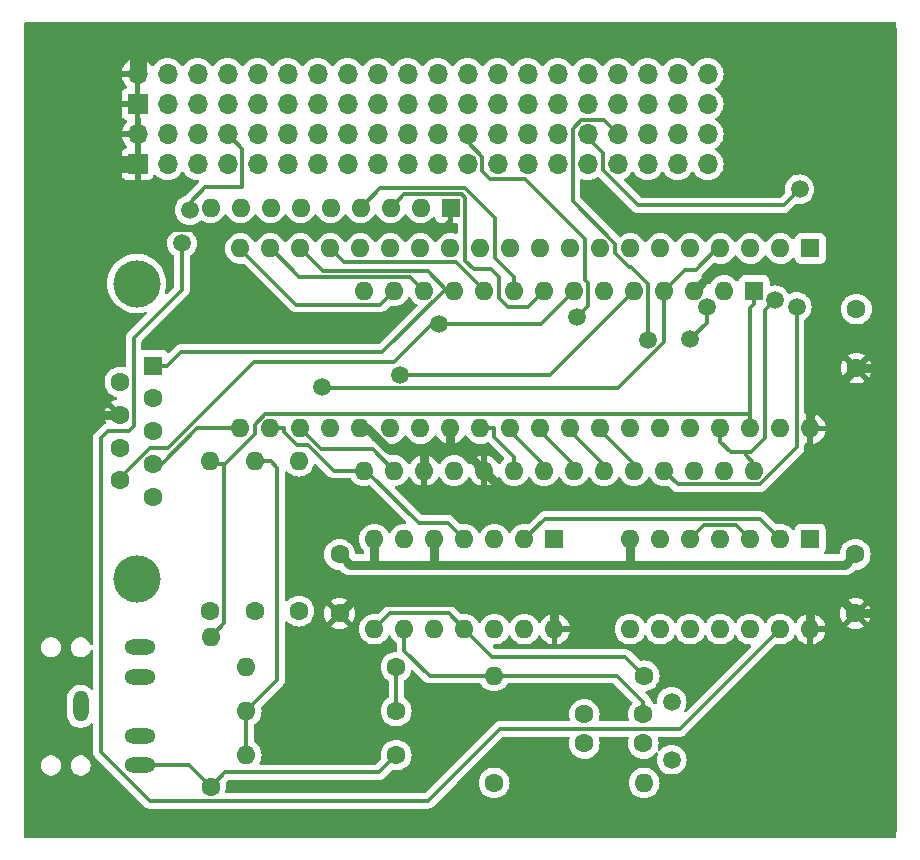
<source format=gbr>
%TF.GenerationSoftware,KiCad,Pcbnew,8.0.1*%
%TF.CreationDate,2024-04-11T22:34:34+01:00*%
%TF.ProjectId,TIMAYSound,54494d41-5953-46f7-956e-642e6b696361,rev?*%
%TF.SameCoordinates,Original*%
%TF.FileFunction,Copper,L1,Top*%
%TF.FilePolarity,Positive*%
%FSLAX46Y46*%
G04 Gerber Fmt 4.6, Leading zero omitted, Abs format (unit mm)*
G04 Created by KiCad (PCBNEW 8.0.1) date 2024-04-11 22:34:34*
%MOMM*%
%LPD*%
G01*
G04 APERTURE LIST*
%TA.AperFunction,ComponentPad*%
%ADD10C,1.600000*%
%TD*%
%TA.AperFunction,ComponentPad*%
%ADD11O,1.308000X2.616000*%
%TD*%
%TA.AperFunction,ComponentPad*%
%ADD12O,2.616000X1.308000*%
%TD*%
%TA.AperFunction,ComponentPad*%
%ADD13R,1.700000X1.700000*%
%TD*%
%TA.AperFunction,ComponentPad*%
%ADD14O,1.700000X1.700000*%
%TD*%
%TA.AperFunction,ComponentPad*%
%ADD15O,1.600000X1.600000*%
%TD*%
%TA.AperFunction,ComponentPad*%
%ADD16R,1.600000X1.600000*%
%TD*%
%TA.AperFunction,ComponentPad*%
%ADD17C,1.500000*%
%TD*%
%TA.AperFunction,ComponentPad*%
%ADD18C,4.000000*%
%TD*%
%TA.AperFunction,ViaPad*%
%ADD19C,1.500000*%
%TD*%
%TA.AperFunction,Conductor*%
%ADD20C,0.300000*%
%TD*%
%TA.AperFunction,Conductor*%
%ADD21C,0.800000*%
%TD*%
%TA.AperFunction,Conductor*%
%ADD22C,1.400000*%
%TD*%
G04 APERTURE END LIST*
D10*
%TO.P,C204,1*%
%TO.N,+5V*%
X77010000Y-87930000D03*
%TO.P,C204,2*%
%TO.N,GND*%
X77010000Y-82930000D03*
%TD*%
%TO.P,C203,1*%
%TO.N,+5V*%
X120680000Y-87930000D03*
%TO.P,C203,2*%
%TO.N,GND*%
X120680000Y-82930000D03*
%TD*%
D11*
%TO.P,J201,1,1*%
%TO.N,GND*%
X55090000Y-95802500D03*
D12*
%TO.P,J201,2,2*%
%TO.N,Net-(J201-Pad2)*%
X60090000Y-100802500D03*
%TO.P,J201,3,Ground*%
%TO.N,Net-(J201-Ground)*%
X60090000Y-90802500D03*
%TO.P,J201,10,10*%
%TO.N,unconnected-(J201-Pad10)*%
X60090000Y-98302500D03*
%TO.P,J201,11,11*%
%TO.N,unconnected-(J201-Pad11)*%
X60090000Y-93302500D03*
%TD*%
D10*
%TO.P,C202,1*%
%TO.N,GND*%
X97730000Y-98930000D03*
%TO.P,C202,2*%
%TO.N,Net-(C202-Pad2)*%
X102730000Y-98930000D03*
%TD*%
D13*
%TO.P,P2,1,Pin_1*%
%TO.N,+5V*%
X59916000Y-49879000D03*
D14*
%TO.P,P2,2,Pin_2*%
X59916000Y-47339000D03*
%TO.P,P2,3,Pin_3*%
%TO.N,GND*%
X62456000Y-49879000D03*
%TO.P,P2,4,Pin_4*%
X62456000Y-47339000D03*
%TO.P,P2,5,Pin_5*%
%TO.N,~{RD}*%
X64996000Y-49879000D03*
%TO.P,P2,6,Pin_6*%
%TO.N,FI*%
X64996000Y-47339000D03*
%TO.P,P2,7,Pin_7*%
%TO.N,~{WR}*%
X67536000Y-49879000D03*
%TO.P,P2,8,Pin_8*%
%TO.N,~{RESET}*%
X67536000Y-47339000D03*
%TO.P,P2,9,Pin_9*%
%TO.N,E*%
X70076000Y-49879000D03*
%TO.P,P2,10,Pin_10*%
%TO.N,~{LIR}*%
X70076000Y-47339000D03*
%TO.P,P2,11,Pin_11*%
%TO.N,~{NMI}*%
X72616000Y-49879000D03*
%TO.P,P2,12,Pin_12*%
%TO.N,EXPSEL_O*%
X72616000Y-47339000D03*
%TO.P,P2,13,Pin_13*%
%TO.N,~{WAIT}*%
X75156000Y-49879000D03*
%TO.P,P2,14,Pin_14*%
%TO.N,unconnected-(P2-Pin_14-Pad14)*%
X75156000Y-47339000D03*
%TO.P,P2,15,Pin_15*%
%TO.N,~{INT0}*%
X77696000Y-49879000D03*
%TO.P,P2,16,Pin_16*%
%TO.N,~{HALT}*%
X77696000Y-47339000D03*
%TO.P,P2,17,Pin_17*%
%TO.N,ST*%
X80236000Y-49879000D03*
%TO.P,P2,18,Pin_18*%
%TO.N,unconnected-(P2-Pin_18-Pad18)*%
X80236000Y-47339000D03*
%TO.P,P2,19,Pin_19*%
%TO.N,/A0*%
X82776000Y-49879000D03*
%TO.P,P2,20,Pin_20*%
%TO.N,/A1*%
X82776000Y-47339000D03*
%TO.P,P2,21,Pin_21*%
%TO.N,~{TEND0}*%
X85316000Y-49879000D03*
%TO.P,P2,22,Pin_22*%
%TO.N,/A2*%
X85316000Y-47339000D03*
%TO.P,P2,23,Pin_23*%
%TO.N,/A3*%
X87856000Y-49879000D03*
%TO.P,P2,24,Pin_24*%
%TO.N,/A4*%
X87856000Y-47339000D03*
%TO.P,P2,25,Pin_25*%
%TO.N,~{DREQ0}*%
X90396000Y-49879000D03*
%TO.P,P2,26,Pin_26*%
%TO.N,~{IOE}*%
X90396000Y-47339000D03*
%TO.P,P2,27,Pin_27*%
%TO.N,unconnected-(P2-Pin_27-Pad27)*%
X92936000Y-49879000D03*
%TO.P,P2,28,Pin_28*%
%TO.N,RESET*%
X92936000Y-47339000D03*
%TO.P,P2,29,Pin_29*%
%TO.N,/D7*%
X95476000Y-49879000D03*
%TO.P,P2,30,Pin_30*%
%TO.N,/D6*%
X95476000Y-47339000D03*
%TO.P,P2,31,Pin_31*%
%TO.N,/D5*%
X98016000Y-49879000D03*
%TO.P,P2,32,Pin_32*%
%TO.N,/D3*%
X98016000Y-47339000D03*
%TO.P,P2,33,Pin_33*%
%TO.N,/D4*%
X100556000Y-49879000D03*
%TO.P,P2,34,Pin_34*%
%TO.N,/D2*%
X100556000Y-47339000D03*
%TO.P,P2,35,Pin_35*%
%TO.N,/D1*%
X103096000Y-49879000D03*
%TO.P,P2,36,Pin_36*%
%TO.N,/D0*%
X103096000Y-47339000D03*
%TO.P,P2,37,Pin_37*%
%TO.N,GND*%
X105636000Y-49879000D03*
%TO.P,P2,38,Pin_38*%
X105636000Y-47339000D03*
%TO.P,P2,39,Pin_39*%
%TO.N,unconnected-(P2-Pin_39-Pad39)*%
X108176000Y-49879000D03*
%TO.P,P2,40,Pin_40*%
%TO.N,unconnected-(P2-Pin_40-Pad40)*%
X108176000Y-47339000D03*
%TD*%
D10*
%TO.P,R201,1*%
%TO.N,GND*%
X66070000Y-87730000D03*
D15*
%TO.P,R201,2*%
%TO.N,AYC*%
X66070000Y-75030000D03*
%TD*%
D16*
%TO.P,U202,1,GND*%
%TO.N,GND*%
X116880000Y-57030000D03*
D15*
%TO.P,U202,2,n/c*%
%TO.N,unconnected-(U202-n{slash}c-Pad2)*%
X114340000Y-57030000D03*
%TO.P,U202,3,B*%
%TO.N,AYB*%
X111800000Y-57030000D03*
%TO.P,U202,4,A*%
%TO.N,AYA*%
X109260000Y-57030000D03*
%TO.P,U202,5,n/c*%
%TO.N,unconnected-(U202-n{slash}c-Pad5)*%
X106720000Y-57030000D03*
%TO.P,U202,6,IOB7*%
%TO.N,unconnected-(U202-IOB7-Pad6)*%
X104180000Y-57030000D03*
%TO.P,U202,7,IOB6*%
%TO.N,unconnected-(U202-IOB6-Pad7)*%
X101640000Y-57030000D03*
%TO.P,U202,8,IOB5*%
%TO.N,unconnected-(U202-IOB5-Pad8)*%
X99100000Y-57030000D03*
%TO.P,U202,9,IOB4*%
%TO.N,unconnected-(U202-IOB4-Pad9)*%
X96560000Y-57030000D03*
%TO.P,U202,10,IOB3*%
%TO.N,unconnected-(U202-IOB3-Pad10)*%
X94020000Y-57030000D03*
%TO.P,U202,11,IOB2*%
%TO.N,unconnected-(U202-IOB2-Pad11)*%
X91480000Y-57030000D03*
%TO.P,U202,12,IOB1*%
%TO.N,unconnected-(U202-IOB1-Pad12)*%
X88940000Y-57030000D03*
%TO.P,U202,13,IOB0*%
%TO.N,unconnected-(U202-IOB0-Pad13)*%
X86400000Y-57030000D03*
%TO.P,U202,14,IOA7*%
%TO.N,/AYIO7*%
X83860000Y-57030000D03*
%TO.P,U202,15,IOA6*%
%TO.N,/AYIO6*%
X81320000Y-57030000D03*
%TO.P,U202,16,IOA5*%
%TO.N,/AYIO5*%
X78780000Y-57030000D03*
%TO.P,U202,17,IOA4*%
%TO.N,/AYIO4*%
X76240000Y-57030000D03*
%TO.P,U202,18,IOA3*%
%TO.N,/AYIO3*%
X73700000Y-57030000D03*
%TO.P,U202,19,IOA2*%
%TO.N,/AYIO2*%
X71160000Y-57030000D03*
%TO.P,U202,20,IOA1*%
%TO.N,/AYIO1*%
X68620000Y-57030000D03*
%TO.P,U202,21,IOA0*%
%TO.N,/AYIO0*%
X68620000Y-72270000D03*
%TO.P,U202,22,CLOCK*%
%TO.N,AYCLK*%
X71160000Y-72270000D03*
%TO.P,U202,23,~{RESET}*%
%TO.N,~{RESET}*%
X73700000Y-72270000D03*
%TO.P,U202,24,~{A9}*%
%TO.N,GND*%
X76240000Y-72270000D03*
%TO.P,U202,25,A8*%
%TO.N,+5V*%
X78780000Y-72270000D03*
%TO.P,U202,26,TEST_2*%
%TO.N,unconnected-(U202-TEST_2-Pad26)*%
X81320000Y-72270000D03*
%TO.P,U202,27,BDIR*%
%TO.N,AYBDIR*%
X83860000Y-72270000D03*
%TO.P,U202,28,BC2*%
%TO.N,+5V*%
X86400000Y-72270000D03*
%TO.P,U202,29,BC1*%
%TO.N,AYBC1*%
X88940000Y-72270000D03*
%TO.P,U202,30,DA7*%
%TO.N,/D7*%
X91480000Y-72270000D03*
%TO.P,U202,31,DA6*%
%TO.N,/D6*%
X94020000Y-72270000D03*
%TO.P,U202,32,DA5*%
%TO.N,/D5*%
X96560000Y-72270000D03*
%TO.P,U202,33,DA4*%
%TO.N,/D4*%
X99100000Y-72270000D03*
%TO.P,U202,34,DA3*%
%TO.N,/D3*%
X101640000Y-72270000D03*
%TO.P,U202,35,DA2*%
%TO.N,/D2*%
X104180000Y-72270000D03*
%TO.P,U202,36,DA1*%
%TO.N,/D1*%
X106720000Y-72270000D03*
%TO.P,U202,37,DA0*%
%TO.N,/D0*%
X109260000Y-72270000D03*
%TO.P,U202,38,C*%
%TO.N,AYC*%
X111800000Y-72270000D03*
%TO.P,U202,39,TEST_1*%
%TO.N,unconnected-(U202-TEST_1-Pad39)*%
X114340000Y-72270000D03*
%TO.P,U202,40,VCC*%
%TO.N,+5V*%
X116880000Y-72270000D03*
%TD*%
D10*
%TO.P,R207,1*%
%TO.N,Net-(J201-Pad2)*%
X81810000Y-99920000D03*
D15*
%TO.P,R207,2*%
%TO.N,AYA*%
X69110000Y-99920000D03*
%TD*%
D10*
%TO.P,R209,1*%
%TO.N,Net-(J201-Ground)*%
X81810000Y-96190000D03*
D15*
%TO.P,R209,2*%
%TO.N,AYA*%
X69110000Y-96190000D03*
%TD*%
D10*
%TO.P,R211,1*%
%TO.N,Net-(R211-Pad1)*%
X102800000Y-93200000D03*
D15*
%TO.P,R211,2*%
%TO.N,Net-(C201-Pad2)*%
X90100000Y-93200000D03*
%TD*%
D17*
%TO.P,Y201,1,1*%
%TO.N,Net-(C201-Pad2)*%
X105137500Y-95410000D03*
%TO.P,Y201,2,2*%
%TO.N,Net-(C202-Pad2)*%
X105137500Y-100310000D03*
%TD*%
D10*
%TO.P,C205,1*%
%TO.N,+5V*%
X120770000Y-67155000D03*
%TO.P,C205,2*%
%TO.N,GND*%
X120770000Y-62155000D03*
%TD*%
D13*
%TO.P,P1,1,Pin_1*%
%TO.N,+5V*%
X59910000Y-44790000D03*
D14*
%TO.P,P1,2,Pin_2*%
X59910000Y-42250000D03*
%TO.P,P1,3,Pin_3*%
%TO.N,GND*%
X62450000Y-44790000D03*
%TO.P,P1,4,Pin_4*%
X62450000Y-42250000D03*
%TO.P,P1,5,Pin_5*%
%TO.N,~{RD}*%
X64990000Y-44790000D03*
%TO.P,P1,6,Pin_6*%
%TO.N,FI*%
X64990000Y-42250000D03*
%TO.P,P1,7,Pin_7*%
%TO.N,~{WR}*%
X67530000Y-44790000D03*
%TO.P,P1,8,Pin_8*%
%TO.N,~{RESET}*%
X67530000Y-42250000D03*
%TO.P,P1,9,Pin_9*%
%TO.N,E*%
X70070000Y-44790000D03*
%TO.P,P1,10,Pin_10*%
%TO.N,~{LIR}*%
X70070000Y-42250000D03*
%TO.P,P1,11,Pin_11*%
%TO.N,~{NMI}*%
X72610000Y-44790000D03*
%TO.P,P1,12,Pin_12*%
%TO.N,EXPSEL_O*%
X72610000Y-42250000D03*
%TO.P,P1,13,Pin_13*%
%TO.N,~{WAIT}*%
X75150000Y-44790000D03*
%TO.P,P1,14,Pin_14*%
%TO.N,unconnected-(P1-Pin_14-Pad14)*%
X75150000Y-42250000D03*
%TO.P,P1,15,Pin_15*%
%TO.N,~{INT0}*%
X77690000Y-44790000D03*
%TO.P,P1,16,Pin_16*%
%TO.N,~{HALT}*%
X77690000Y-42250000D03*
%TO.P,P1,17,Pin_17*%
%TO.N,ST*%
X80230000Y-44790000D03*
%TO.P,P1,18,Pin_18*%
%TO.N,unconnected-(P1-Pin_18-Pad18)*%
X80230000Y-42250000D03*
%TO.P,P1,19,Pin_19*%
%TO.N,/A0*%
X82770000Y-44790000D03*
%TO.P,P1,20,Pin_20*%
%TO.N,/A1*%
X82770000Y-42250000D03*
%TO.P,P1,21,Pin_21*%
%TO.N,~{TEND0}*%
X85310000Y-44790000D03*
%TO.P,P1,22,Pin_22*%
%TO.N,/A2*%
X85310000Y-42250000D03*
%TO.P,P1,23,Pin_23*%
%TO.N,/A3*%
X87850000Y-44790000D03*
%TO.P,P1,24,Pin_24*%
%TO.N,/A4*%
X87850000Y-42250000D03*
%TO.P,P1,25,Pin_25*%
%TO.N,~{DREQ0}*%
X90390000Y-44790000D03*
%TO.P,P1,26,Pin_26*%
%TO.N,~{IOE}*%
X90390000Y-42250000D03*
%TO.P,P1,27,Pin_27*%
%TO.N,unconnected-(P1-Pin_27-Pad27)*%
X92930000Y-44790000D03*
%TO.P,P1,28,Pin_28*%
%TO.N,RESET*%
X92930000Y-42250000D03*
%TO.P,P1,29,Pin_29*%
%TO.N,/D7*%
X95470000Y-44790000D03*
%TO.P,P1,30,Pin_30*%
%TO.N,/D6*%
X95470000Y-42250000D03*
%TO.P,P1,31,Pin_31*%
%TO.N,/D5*%
X98010000Y-44790000D03*
%TO.P,P1,32,Pin_32*%
%TO.N,/D3*%
X98010000Y-42250000D03*
%TO.P,P1,33,Pin_33*%
%TO.N,/D4*%
X100550000Y-44790000D03*
%TO.P,P1,34,Pin_34*%
%TO.N,/D2*%
X100550000Y-42250000D03*
%TO.P,P1,35,Pin_35*%
%TO.N,/D1*%
X103090000Y-44790000D03*
%TO.P,P1,36,Pin_36*%
%TO.N,/D0*%
X103090000Y-42250000D03*
%TO.P,P1,37,Pin_37*%
%TO.N,GND*%
X105630000Y-44790000D03*
%TO.P,P1,38,Pin_38*%
X105630000Y-42250000D03*
%TO.P,P1,39,Pin_39*%
%TO.N,unconnected-(P1-Pin_39-Pad39)*%
X108170000Y-44790000D03*
%TO.P,P1,40,Pin_40*%
%TO.N,unconnected-(P1-Pin_40-Pad40)*%
X108170000Y-42250000D03*
%TD*%
D10*
%TO.P,R202,1*%
%TO.N,GND*%
X69860000Y-87730000D03*
D15*
%TO.P,R202,2*%
%TO.N,AYA*%
X69860000Y-75030000D03*
%TD*%
D10*
%TO.P,R203,1*%
%TO.N,GND*%
X73570000Y-87730000D03*
D15*
%TO.P,R203,2*%
%TO.N,AYB*%
X73570000Y-75030000D03*
%TD*%
D16*
%TO.P,NR201,1,common*%
%TO.N,+5V*%
X86410000Y-53570000D03*
D15*
%TO.P,NR201,2,R1*%
%TO.N,/AYIO7*%
X83870000Y-53570000D03*
%TO.P,NR201,3,R2*%
%TO.N,/AYIO6*%
X81330000Y-53570000D03*
%TO.P,NR201,4,R3*%
%TO.N,/AYIO5*%
X78790000Y-53570000D03*
%TO.P,NR201,5,R4*%
%TO.N,/AYIO4*%
X76250000Y-53570000D03*
%TO.P,NR201,6,R5*%
%TO.N,/AYIO3*%
X73710000Y-53570000D03*
%TO.P,NR201,7,R6*%
%TO.N,/AYIO2*%
X71170000Y-53570000D03*
%TO.P,NR201,8,R7*%
%TO.N,/AYIO1*%
X68630000Y-53570000D03*
%TO.P,NR201,9,R8*%
%TO.N,/AYIO0*%
X66090000Y-53570000D03*
%TD*%
D18*
%TO.P,J202,0,PAD*%
%TO.N,GND*%
X59840000Y-59995000D03*
X59840000Y-84995000D03*
D16*
%TO.P,J202,1,1*%
%TO.N,/AYIO3*%
X61260000Y-66955000D03*
D10*
%TO.P,J202,2,2*%
%TO.N,/AYIO2*%
X61260000Y-69725000D03*
%TO.P,J202,3,3*%
%TO.N,/AYIO1*%
X61260000Y-72495000D03*
%TO.P,J202,4,4*%
%TO.N,/AYIO0*%
X61260000Y-75265000D03*
%TO.P,J202,5,5*%
%TO.N,/AYIO5*%
X61260000Y-78035000D03*
%TO.P,J202,6,6*%
%TO.N,/AYIO4*%
X58420000Y-68340000D03*
%TO.P,J202,7,7*%
%TO.N,+5V*%
X58420000Y-71110000D03*
%TO.P,J202,8,8*%
%TO.N,GND*%
X58420000Y-73880000D03*
%TO.P,J202,9,9*%
%TO.N,/AYIO7*%
X58420000Y-76650000D03*
%TD*%
%TO.P,C201,1*%
%TO.N,GND*%
X97730000Y-96480000D03*
%TO.P,C201,2*%
%TO.N,Net-(C201-Pad2)*%
X102730000Y-96480000D03*
%TD*%
%TO.P,R212,1*%
%TO.N,Net-(R211-Pad1)*%
X90100000Y-102280000D03*
D15*
%TO.P,R212,2*%
%TO.N,Net-(C202-Pad2)*%
X102800000Y-102280000D03*
%TD*%
D10*
%TO.P,R205,1*%
%TO.N,Net-(J201-Pad2)*%
X66090000Y-102610000D03*
D15*
%TO.P,R205,2*%
%TO.N,AYC*%
X66090000Y-89910000D03*
%TD*%
D16*
%TO.P,U204,1*%
%TO.N,/A4*%
X116860000Y-81630000D03*
D15*
%TO.P,U204,2*%
%TO.N,Net-(U203-Pad2)*%
X114320000Y-81630000D03*
%TO.P,U204,3*%
%TO.N,Net-(U204-Pad12)*%
X111780000Y-81630000D03*
%TO.P,U204,4*%
%TO.N,/A3*%
X109240000Y-81630000D03*
%TO.P,U204,5*%
%TO.N,Net-(U204-Pad12)*%
X106700000Y-81630000D03*
%TO.P,U204,6*%
%TO.N,AYBC1*%
X104160000Y-81630000D03*
%TO.P,U204,7,GND*%
%TO.N,GND*%
X101620000Y-81630000D03*
%TO.P,U204,8*%
%TO.N,unconnected-(U204-Pad8)*%
X101620000Y-89250000D03*
%TO.P,U204,9*%
%TO.N,GND*%
X104160000Y-89250000D03*
%TO.P,U204,10*%
X106700000Y-89250000D03*
%TO.P,U204,11*%
%TO.N,AYBDIR*%
X109240000Y-89250000D03*
%TO.P,U204,12*%
%TO.N,Net-(U204-Pad12)*%
X111780000Y-89250000D03*
%TO.P,U204,13*%
%TO.N,~{RD}*%
X114320000Y-89250000D03*
%TO.P,U204,14,VCC*%
%TO.N,+5V*%
X116860000Y-89250000D03*
%TD*%
D16*
%TO.P,U201,1,C*%
%TO.N,AYC*%
X112120000Y-60590000D03*
D15*
%TO.P,U201,2,TEST_1*%
%TO.N,unconnected-(U201-TEST_1-Pad2)*%
X109580000Y-60590000D03*
%TO.P,U201,3,VCC*%
%TO.N,+5V*%
X107040000Y-60590000D03*
%TO.P,U201,4,A*%
%TO.N,AYA*%
X104500000Y-60590000D03*
%TO.P,U201,5,B*%
%TO.N,AYB*%
X101960000Y-60590000D03*
%TO.P,U201,6,GND*%
%TO.N,GND*%
X99420000Y-60590000D03*
%TO.P,U201,7,IOA7*%
%TO.N,/AYIO7*%
X96880000Y-60590000D03*
%TO.P,U201,8,IOA6*%
%TO.N,/AYIO6*%
X94340000Y-60590000D03*
%TO.P,U201,9,IOA5*%
%TO.N,/AYIO5*%
X91800000Y-60590000D03*
%TO.P,U201,10,IOA4*%
%TO.N,/AYIO4*%
X89260000Y-60590000D03*
%TO.P,U201,11,IOA3*%
%TO.N,/AYIO3*%
X86720000Y-60590000D03*
%TO.P,U201,12,IOA2*%
%TO.N,/AYIO2*%
X84180000Y-60590000D03*
%TO.P,U201,13,IOA1*%
%TO.N,/AYIO1*%
X81640000Y-60590000D03*
%TO.P,U201,14,IOA0*%
%TO.N,/AYIO0*%
X79100000Y-60590000D03*
%TO.P,U201,15,CLOCK*%
%TO.N,AYCLK*%
X79100000Y-75830000D03*
%TO.P,U201,16,~{RESET}*%
%TO.N,~{RESET}*%
X81640000Y-75830000D03*
%TO.P,U201,17,A8*%
%TO.N,+5V*%
X84180000Y-75830000D03*
%TO.P,U201,18,BDIR*%
%TO.N,AYBDIR*%
X86720000Y-75830000D03*
%TO.P,U201,19,BC2*%
%TO.N,+5V*%
X89260000Y-75830000D03*
%TO.P,U201,20,BC1*%
%TO.N,AYBC1*%
X91800000Y-75830000D03*
%TO.P,U201,21,DA7*%
%TO.N,/D7*%
X94340000Y-75830000D03*
%TO.P,U201,22,DA6*%
%TO.N,/D6*%
X96880000Y-75830000D03*
%TO.P,U201,23,DA5*%
%TO.N,/D5*%
X99420000Y-75830000D03*
%TO.P,U201,24,DA4*%
%TO.N,/D4*%
X101960000Y-75830000D03*
%TO.P,U201,25,DA3*%
%TO.N,/D3*%
X104500000Y-75830000D03*
%TO.P,U201,26,DA2*%
%TO.N,/D2*%
X107040000Y-75830000D03*
%TO.P,U201,27,DA1*%
%TO.N,/D1*%
X109580000Y-75830000D03*
%TO.P,U201,28,DA0*%
%TO.N,/D0*%
X112120000Y-75830000D03*
%TD*%
D10*
%TO.P,R210,1*%
%TO.N,Net-(J201-Ground)*%
X81810000Y-92470000D03*
D15*
%TO.P,R210,2*%
%TO.N,AYB*%
X69110000Y-92470000D03*
%TD*%
D16*
%TO.P,U203,1*%
%TO.N,EXPSEL_O*%
X95212500Y-81630000D03*
D15*
%TO.P,U203,2*%
%TO.N,Net-(U203-Pad2)*%
X92672500Y-81630000D03*
%TO.P,U203,3*%
%TO.N,Net-(U203-Pad10)*%
X90132500Y-81630000D03*
%TO.P,U203,4*%
%TO.N,AYCLK*%
X87592500Y-81630000D03*
%TO.P,U203,5*%
%TO.N,GND*%
X85052500Y-81630000D03*
%TO.P,U203,6*%
%TO.N,unconnected-(U203-Pad6)*%
X82512500Y-81630000D03*
%TO.P,U203,7,GND*%
%TO.N,GND*%
X79972500Y-81630000D03*
%TO.P,U203,8*%
%TO.N,Net-(R211-Pad1)*%
X79972500Y-89250000D03*
%TO.P,U203,9*%
%TO.N,Net-(C201-Pad2)*%
X82512500Y-89250000D03*
%TO.P,U203,10*%
%TO.N,Net-(U203-Pad10)*%
X85052500Y-89250000D03*
%TO.P,U203,11*%
%TO.N,Net-(R211-Pad1)*%
X87592500Y-89250000D03*
%TO.P,U203,12*%
%TO.N,unconnected-(U203-Pad12)*%
X90132500Y-89250000D03*
%TO.P,U203,13*%
%TO.N,GND*%
X92672500Y-89250000D03*
%TO.P,U203,14,VCC*%
%TO.N,+5V*%
X95212500Y-89250000D03*
%TD*%
D19*
%TO.N,/AYIO7*%
X85450000Y-63414000D03*
%TO.N,~{RESET}*%
X64333400Y-53768400D03*
%TO.N,/D3*%
X115726600Y-61982900D03*
X115960000Y-52010000D03*
%TO.N,/D0*%
X113884900Y-61412100D03*
%TO.N,/D2*%
X103111700Y-64739900D03*
%TO.N,/D1*%
X106720000Y-64718400D03*
X108129600Y-61978500D03*
%TO.N,/A4*%
X97109500Y-62793400D03*
%TO.N,~{RD}*%
X63682400Y-56590000D03*
%TO.N,AYA*%
X75497400Y-68788500D03*
%TO.N,AYB*%
X82099700Y-67723400D03*
%TD*%
D20*
%TO.N,Net-(C201-Pad2)*%
X90100000Y-93200000D02*
X100500000Y-93200000D01*
X100500000Y-93200000D02*
X102730000Y-95430000D01*
X82512500Y-91072500D02*
X84640000Y-93200000D01*
X82512500Y-89250000D02*
X82512500Y-91072500D01*
X84640000Y-93200000D02*
X90100000Y-93200000D01*
X102730000Y-95430000D02*
X102730000Y-96480000D01*
D21*
%TO.N,GND*%
X79972500Y-83667500D02*
X79840000Y-83800000D01*
X119810000Y-83800000D02*
X120680000Y-82930000D01*
X101570000Y-83800000D02*
X119810000Y-83800000D01*
X101620000Y-83750000D02*
X101570000Y-83800000D01*
X79840000Y-83800000D02*
X85060000Y-83800000D01*
X79972500Y-81630000D02*
X79972500Y-83667500D01*
X101620000Y-81630000D02*
X101620000Y-83750000D01*
X77880000Y-83800000D02*
X79840000Y-83800000D01*
X85060000Y-83800000D02*
X101570000Y-83800000D01*
X85052500Y-81630000D02*
X85052500Y-83792500D01*
X77010000Y-82930000D02*
X77880000Y-83800000D01*
X85052500Y-83792500D02*
X85060000Y-83800000D01*
D20*
%TO.N,+5V*%
X86410000Y-54600000D02*
X85520000Y-55490000D01*
D21*
X86400000Y-74010000D02*
X86420000Y-74030000D01*
X92050000Y-78620000D02*
X99960000Y-78620000D01*
X107040000Y-60590000D02*
X108910000Y-58720000D01*
D22*
X123465000Y-106220000D02*
X123465000Y-87980000D01*
D21*
X50980000Y-71110000D02*
X50970000Y-71100000D01*
X116860000Y-89250000D02*
X116860000Y-86960000D01*
X95212500Y-86962500D02*
X95190000Y-86940000D01*
X120770000Y-67155000D02*
X123340000Y-67155000D01*
D20*
X86410000Y-53570000D02*
X86410000Y-54600000D01*
D22*
X123465000Y-78640000D02*
X123465000Y-67280000D01*
D21*
X95212500Y-89250000D02*
X95212500Y-86962500D01*
D22*
X123465000Y-82660000D02*
X123465000Y-81930000D01*
X51101000Y-49879000D02*
X50970000Y-50010000D01*
D21*
X116880000Y-86940000D02*
X119690000Y-86940000D01*
X86400000Y-72270000D02*
X86400000Y-74010000D01*
X58420000Y-71110000D02*
X50980000Y-71110000D01*
X78780000Y-72270000D02*
X79340100Y-72270000D01*
D20*
X85520000Y-55490000D02*
X51120000Y-55490000D01*
D22*
X50970000Y-50010000D02*
X50970000Y-55340000D01*
D20*
X51120000Y-55490000D02*
X50970000Y-55340000D01*
D21*
X89260000Y-75830000D02*
X92050000Y-78620000D01*
X99980000Y-78640000D02*
X123465000Y-78640000D01*
D22*
X59916000Y-49879000D02*
X51101000Y-49879000D01*
D21*
X123340000Y-67155000D02*
X123465000Y-67280000D01*
X119690000Y-86940000D02*
X120680000Y-87930000D01*
D22*
X123465000Y-82660000D02*
X123465000Y-81930000D01*
D21*
X108910000Y-58720000D02*
X123445000Y-58720000D01*
X77960000Y-86940000D02*
X95190000Y-86940000D01*
X95190000Y-86940000D02*
X116880000Y-86940000D01*
D22*
X123465000Y-67280000D02*
X123465000Y-58700000D01*
D21*
X123415000Y-87930000D02*
X123465000Y-87980000D01*
X116860000Y-86960000D02*
X116880000Y-86940000D01*
X86420000Y-74030000D02*
X87460000Y-74030000D01*
D22*
X123465000Y-87980000D02*
X123465000Y-82660000D01*
X59900000Y-38550000D02*
X50970000Y-38550000D01*
X123465000Y-58700000D02*
X123465000Y-38550000D01*
D21*
X123445000Y-58720000D02*
X123465000Y-58700000D01*
X116880000Y-72270000D02*
X116880000Y-71045000D01*
D22*
X50970000Y-71100000D02*
X50970000Y-106220000D01*
X50970000Y-106220000D02*
X123465000Y-106220000D01*
D21*
X116880000Y-71045000D02*
X120770000Y-67155000D01*
X77010000Y-87930000D02*
X77010000Y-87890000D01*
X81100100Y-74030000D02*
X84170000Y-74030000D01*
D22*
X59910000Y-38560000D02*
X59900000Y-38550000D01*
D21*
X77010000Y-87890000D02*
X77960000Y-86940000D01*
X87460000Y-74030000D02*
X89260000Y-75830000D01*
D22*
X50970000Y-38550000D02*
X50970000Y-50010000D01*
D21*
X84180000Y-75830000D02*
X84180000Y-74040000D01*
D22*
X59910000Y-42250000D02*
X59910000Y-38560000D01*
D21*
X120680000Y-87930000D02*
X123415000Y-87930000D01*
D22*
X123465000Y-81930000D02*
X123465000Y-78640000D01*
D21*
X99960000Y-78620000D02*
X99980000Y-78640000D01*
X79340100Y-72270000D02*
X81100100Y-74030000D01*
D22*
X123465000Y-38550000D02*
X59900000Y-38550000D01*
X50970000Y-55340000D02*
X50970000Y-71100000D01*
D21*
X84180000Y-74040000D02*
X84170000Y-74030000D01*
X84170000Y-74030000D02*
X86420000Y-74030000D01*
D20*
%TO.N,Net-(J201-Ground)*%
X81810000Y-92470000D02*
X81810000Y-96190000D01*
%TO.N,Net-(J201-Pad2)*%
X60090500Y-100802000D02*
X64282500Y-100802000D01*
X66090000Y-102610000D02*
X67310000Y-101390000D01*
X80340000Y-101390000D02*
X81810000Y-99920000D01*
X60090000Y-100802000D02*
X60090500Y-100802000D01*
X60090500Y-100802000D02*
X60090000Y-100802500D01*
X67310000Y-101390000D02*
X80340000Y-101390000D01*
X64282500Y-100802000D02*
X66090000Y-102610000D01*
%TO.N,/AYIO5*%
X90210000Y-54482200D02*
X87640100Y-51912300D01*
X80447700Y-51912300D02*
X78790000Y-53570000D01*
X91800000Y-59438300D02*
X90210000Y-57848300D01*
X78790000Y-57020000D02*
X78780000Y-57030000D01*
X91800000Y-60590000D02*
X91800000Y-59438300D01*
X87640100Y-51912300D02*
X80447700Y-51912300D01*
X90210000Y-57848300D02*
X90210000Y-54482200D01*
%TO.N,/AYIO7*%
X58420000Y-76433600D02*
X58420000Y-76650000D01*
X84851200Y-63414000D02*
X81606900Y-66658300D01*
X60973600Y-73880000D02*
X58420000Y-76433600D01*
X94066000Y-63414000D02*
X85450000Y-63414000D01*
X62519300Y-73880000D02*
X60973600Y-73880000D01*
X81606900Y-66658300D02*
X69741000Y-66658300D01*
X85450000Y-63414000D02*
X84851200Y-63414000D01*
X83870000Y-57020000D02*
X83860000Y-57030000D01*
X96880000Y-60590000D02*
X96880000Y-60600000D01*
X69741000Y-66658300D02*
X62519300Y-73880000D01*
X96880000Y-60600000D02*
X94066000Y-63414000D01*
%TO.N,/AYIO4*%
X89260000Y-60560000D02*
X89260000Y-60590000D01*
X86881700Y-58181700D02*
X89260000Y-60560000D01*
X76240000Y-57030000D02*
X77391700Y-58181700D01*
X76250000Y-57020000D02*
X76240000Y-57030000D01*
X77391700Y-58181700D02*
X86881700Y-58181700D01*
%TO.N,/AYIO3*%
X63563400Y-65803300D02*
X80623500Y-65803300D01*
X86720000Y-60590000D02*
X86144200Y-60590000D01*
X73710000Y-57020000D02*
X73700000Y-57030000D01*
X86144200Y-60590000D02*
X84474700Y-58920500D01*
X85836800Y-60590000D02*
X86144200Y-60590000D01*
X61260000Y-66955000D02*
X62411700Y-66955000D01*
X84474700Y-58920500D02*
X75590500Y-58920500D01*
X75590500Y-58920500D02*
X73700000Y-57030000D01*
X80623500Y-65803300D02*
X85836800Y-60590000D01*
X62411700Y-66955000D02*
X63563400Y-65803300D01*
%TO.N,/AYIO2*%
X83012200Y-59422200D02*
X84180000Y-60590000D01*
X71170000Y-57020000D02*
X71160000Y-57030000D01*
X73572200Y-59422200D02*
X83012200Y-59422200D01*
X71160000Y-57030000D02*
X71180000Y-57030000D01*
X71180000Y-57030000D02*
X73572200Y-59422200D01*
%TO.N,/AYIO1*%
X68620000Y-57040000D02*
X73357400Y-61777400D01*
X68620000Y-57030000D02*
X68620000Y-57040000D01*
X80452600Y-61777400D02*
X81640000Y-60590000D01*
X73357400Y-61777400D02*
X80452600Y-61777400D01*
X68630000Y-57020000D02*
X68620000Y-57030000D01*
%TO.N,/AYIO0*%
X64964300Y-72270000D02*
X68620000Y-72270000D01*
X61969300Y-75265000D02*
X64964300Y-72270000D01*
X61260000Y-75265000D02*
X61969300Y-75265000D01*
%TO.N,/AYIO6*%
X92980000Y-61950000D02*
X94340000Y-60590000D01*
X90530000Y-59450000D02*
X90530000Y-61190000D01*
X81330000Y-53570000D02*
X82481700Y-52418300D01*
X91290000Y-61950000D02*
X92980000Y-61950000D01*
X90530000Y-61190000D02*
X91290000Y-61950000D01*
X82481700Y-52418300D02*
X87355700Y-52418300D01*
X87670000Y-58050000D02*
X88403900Y-58783900D01*
X81330000Y-57020000D02*
X81320000Y-57030000D01*
X87670000Y-52732600D02*
X87670000Y-58050000D01*
X89863900Y-58783900D02*
X90530000Y-59450000D01*
X88403900Y-58783900D02*
X89863900Y-58783900D01*
X87355700Y-52418300D02*
X87670000Y-52732600D01*
%TO.N,~{RESET}*%
X73700000Y-72270000D02*
X75430000Y-74000000D01*
X75430000Y-74000000D02*
X79810000Y-74000000D01*
X67536000Y-47339000D02*
X68790000Y-48593000D01*
X79810000Y-74000000D02*
X81640000Y-75830000D01*
X68790000Y-51830000D02*
X65650000Y-51830000D01*
X65650000Y-51830000D02*
X64333400Y-53146600D01*
X68790000Y-48593000D02*
X68790000Y-51830000D01*
X64333400Y-53146600D02*
X64333400Y-53768400D01*
%TO.N,/D3*%
X99286000Y-50365500D02*
X99286000Y-48926000D01*
X99286000Y-48926000D02*
X98016000Y-47656000D01*
X104500000Y-75830000D02*
X105675400Y-77005400D01*
X105675400Y-77005400D02*
X112584200Y-77005400D01*
X112584200Y-77005400D02*
X115726600Y-73863000D01*
X102287200Y-53366700D02*
X99286000Y-50365500D01*
X114603300Y-53366700D02*
X102287200Y-53366700D01*
X115960000Y-52010000D02*
X114603300Y-53366700D01*
X98016000Y-47656000D02*
X98016000Y-47339000D01*
X115726600Y-73863000D02*
X115726600Y-61982900D01*
%TO.N,/D5*%
X96560000Y-72490000D02*
X99420000Y-75350000D01*
X99420000Y-75350000D02*
X99420000Y-75830000D01*
X96560000Y-72270000D02*
X96560000Y-72490000D01*
%TO.N,/D0*%
X111418700Y-74552800D02*
X111418700Y-74293400D01*
X111418700Y-74293400D02*
X110131700Y-74293400D01*
X112120000Y-75830000D02*
X112120000Y-75254100D01*
X109260000Y-72270000D02*
X109260000Y-73421700D01*
X110131700Y-74293400D02*
X109260000Y-73421700D01*
X113884900Y-61412100D02*
X113070000Y-62227000D01*
X112120000Y-75254100D02*
X111418700Y-74552800D01*
X113070000Y-73060000D02*
X111836600Y-74293400D01*
X111836600Y-74293400D02*
X111418700Y-74293400D01*
X113070000Y-62227000D02*
X113070000Y-73060000D01*
%TO.N,/D2*%
X103111700Y-60058200D02*
X103111700Y-64739900D01*
X100556000Y-47339000D02*
X100556000Y-47296000D01*
X101556400Y-58600000D02*
X101653500Y-58600000D01*
X96746000Y-46870800D02*
X96746000Y-53023000D01*
X101653500Y-58600000D02*
X103111700Y-60058200D01*
X96746000Y-53023000D02*
X100370000Y-56647000D01*
X100556000Y-47296000D02*
X99397300Y-46137300D01*
X97479500Y-46137300D02*
X96746000Y-46870800D01*
X100370000Y-56647000D02*
X100370000Y-57413600D01*
X99397300Y-46137300D02*
X97479500Y-46137300D01*
X100370000Y-57413600D02*
X101556400Y-58600000D01*
%TO.N,/D1*%
X108129600Y-63308800D02*
X106720000Y-64718400D01*
X108129600Y-61978500D02*
X108129600Y-63308800D01*
%TO.N,/D7*%
X91480000Y-72520000D02*
X94340000Y-75380000D01*
X94340000Y-75380000D02*
X94340000Y-75830000D01*
X91480000Y-72270000D02*
X91480000Y-72520000D01*
%TO.N,/A4*%
X89056000Y-50496000D02*
X89056000Y-49256000D01*
X93750000Y-52180000D02*
X97830000Y-56260000D01*
X97830000Y-59740000D02*
X98031700Y-59941700D01*
X98031700Y-59941700D02*
X98031700Y-61871200D01*
X98031700Y-61871200D02*
X97109500Y-62793400D01*
X93750000Y-52180000D02*
X93397000Y-51827000D01*
X97830000Y-56260000D02*
X97830000Y-59740000D01*
X87856000Y-48056000D02*
X87856000Y-47339000D01*
X93397000Y-51827000D02*
X92720000Y-51150000D01*
X92720000Y-51150000D02*
X89710000Y-51150000D01*
X89710000Y-51150000D02*
X89056000Y-50496000D01*
X89056000Y-49256000D02*
X87856000Y-48056000D01*
%TO.N,/D4*%
X101960000Y-75260000D02*
X99100000Y-72400000D01*
X101960000Y-75830000D02*
X101960000Y-75260000D01*
X99100000Y-72400000D02*
X99100000Y-72270000D01*
%TO.N,~{RD}*%
X56790000Y-73080000D02*
X56790000Y-99637300D01*
X59195000Y-72495000D02*
X57375000Y-72495000D01*
X63682400Y-56590000D02*
X63674500Y-56597900D01*
X60953100Y-103800400D02*
X84475800Y-103800400D01*
X63674500Y-56597900D02*
X63674500Y-60510300D01*
X105835000Y-97705000D02*
X114290000Y-89250000D01*
X90571200Y-97705000D02*
X105835000Y-97705000D01*
X84475800Y-103800400D02*
X90571200Y-97705000D01*
X56790000Y-99637300D02*
X60953100Y-103800400D01*
X63674500Y-60510300D02*
X59590500Y-64594300D01*
X57375000Y-72495000D02*
X56790000Y-73080000D01*
X59590500Y-72099500D02*
X59195000Y-72495000D01*
X114290000Y-89250000D02*
X114320000Y-89250000D01*
X59590500Y-64594300D02*
X59590500Y-72099500D01*
%TO.N,/D6*%
X94020000Y-72460000D02*
X96880000Y-75320000D01*
X96880000Y-75320000D02*
X96880000Y-75830000D01*
X94020000Y-72270000D02*
X94020000Y-72460000D01*
%TO.N,AYC*%
X112120000Y-60590000D02*
X112120000Y-61741700D01*
X111800000Y-72270000D02*
X111800000Y-71220000D01*
X69843200Y-71953700D02*
X69843200Y-72698800D01*
X69843200Y-72698800D02*
X67211400Y-75330600D01*
X66070000Y-75030000D02*
X66070000Y-75317900D01*
X67211400Y-75330600D02*
X67224200Y-75343400D01*
X111800000Y-71083600D02*
X111800000Y-62061700D01*
X66070000Y-75317900D02*
X67198700Y-75317900D01*
X67224200Y-88775800D02*
X66090000Y-89910000D01*
X111800000Y-62061700D02*
X112120000Y-61741700D01*
X111800000Y-71220000D02*
X111800000Y-71083600D01*
X70713300Y-71083600D02*
X69843200Y-71953700D01*
X67198700Y-75317900D02*
X67211400Y-75330600D01*
X111800000Y-71083600D02*
X70713300Y-71083600D01*
X67224200Y-75343400D02*
X67224200Y-88775800D01*
%TO.N,AYA*%
X69110000Y-96190000D02*
X69110000Y-99920000D01*
X104500000Y-64924100D02*
X104500000Y-60590000D01*
X107160000Y-58860000D02*
X106230000Y-58860000D01*
X108990000Y-57030000D02*
X107160000Y-58860000D01*
X109260000Y-57030000D02*
X108990000Y-57030000D01*
X71760000Y-93540000D02*
X71760000Y-75620000D01*
X71760000Y-75620000D02*
X71170000Y-75030000D01*
X75534000Y-68825100D02*
X100599000Y-68825100D01*
X106230000Y-58860000D02*
X104500000Y-60590000D01*
X100599000Y-68825100D02*
X104500000Y-64924100D01*
X71170000Y-75030000D02*
X69860000Y-75030000D01*
X69110000Y-96190000D02*
X71760000Y-93540000D01*
X75497400Y-68788500D02*
X75534000Y-68825100D01*
%TO.N,AYB*%
X94846600Y-67723400D02*
X101960000Y-60610000D01*
X101960000Y-60610000D02*
X101960000Y-60590000D01*
X82099700Y-67723400D02*
X94846600Y-67723400D01*
%TO.N,Net-(R211-Pad1)*%
X86252500Y-87910000D02*
X87592500Y-89250000D01*
X101210000Y-91610000D02*
X102800000Y-93200000D01*
X87592500Y-89250000D02*
X89952500Y-91610000D01*
X79972500Y-89250000D02*
X81312500Y-87910000D01*
X81312500Y-87910000D02*
X86252500Y-87910000D01*
X89952500Y-91610000D02*
X101210000Y-91610000D01*
%TO.N,AYCLK*%
X86222500Y-80260000D02*
X87592500Y-81630000D01*
X73401900Y-73628700D02*
X72311700Y-72538500D01*
X83710000Y-80260000D02*
X86222500Y-80260000D01*
X76524800Y-75830000D02*
X74323500Y-73628700D01*
X79100000Y-75830000D02*
X79280000Y-75830000D01*
X74323500Y-73628700D02*
X73401900Y-73628700D01*
X71160000Y-72270000D02*
X72311700Y-72270000D01*
X79100000Y-75830000D02*
X76524800Y-75830000D01*
X72311700Y-72538500D02*
X72311700Y-72270000D01*
X79280000Y-75830000D02*
X83710000Y-80260000D01*
%TO.N,AYBC1*%
X91800000Y-74678300D02*
X90091700Y-72970000D01*
X91800000Y-75830000D02*
X91800000Y-74678300D01*
X90091700Y-72970000D02*
X90091700Y-72270000D01*
X88940000Y-72270000D02*
X90091700Y-72270000D01*
%TO.N,Net-(U203-Pad2)*%
X92672500Y-81630000D02*
X94370700Y-79931800D01*
X94370700Y-79931800D02*
X112621800Y-79931800D01*
X112621800Y-79931800D02*
X114320000Y-81630000D01*
%TO.N,Net-(U204-Pad12)*%
X111780000Y-81630000D02*
X110621800Y-80471800D01*
X107858200Y-80471800D02*
X106700000Y-81630000D01*
X110621800Y-80471800D02*
X107858200Y-80471800D01*
%TD*%
%TA.AperFunction,Conductor*%
%TO.N,+5V*%
G36*
X86650000Y-73548872D02*
G01*
X86846317Y-73496269D01*
X86846326Y-73496265D01*
X87052482Y-73400134D01*
X87238820Y-73269657D01*
X87399657Y-73108820D01*
X87530132Y-72922484D01*
X87557341Y-72864134D01*
X87603513Y-72811695D01*
X87670707Y-72792542D01*
X87737588Y-72812757D01*
X87782105Y-72864132D01*
X87804088Y-72911275D01*
X87809431Y-72922732D01*
X87809432Y-72922734D01*
X87939954Y-73109141D01*
X88100858Y-73270045D01*
X88100861Y-73270047D01*
X88287266Y-73400568D01*
X88493504Y-73496739D01*
X88713308Y-73555635D01*
X88875230Y-73569801D01*
X88939998Y-73575468D01*
X88940000Y-73575468D01*
X88940002Y-73575468D01*
X88996673Y-73570509D01*
X89166692Y-73555635D01*
X89386496Y-73496739D01*
X89520586Y-73434210D01*
X89589657Y-73423720D01*
X89653442Y-73452239D01*
X89660667Y-73458913D01*
X90908602Y-74706848D01*
X90942087Y-74768171D01*
X90937103Y-74837863D01*
X90908603Y-74882210D01*
X90799951Y-74990862D01*
X90672867Y-75172360D01*
X90669432Y-75177266D01*
X90669315Y-75177518D01*
X90642106Y-75235867D01*
X90595933Y-75288306D01*
X90528739Y-75307457D01*
X90461858Y-75287241D01*
X90417342Y-75235865D01*
X90390135Y-75177520D01*
X90390134Y-75177518D01*
X90259657Y-74991179D01*
X90098820Y-74830342D01*
X89912482Y-74699865D01*
X89706328Y-74603734D01*
X89510000Y-74551127D01*
X89510000Y-75514314D01*
X89505606Y-75509920D01*
X89414394Y-75457259D01*
X89312661Y-75430000D01*
X89207339Y-75430000D01*
X89105606Y-75457259D01*
X89014394Y-75509920D01*
X89010000Y-75514314D01*
X89010000Y-74551127D01*
X88813671Y-74603734D01*
X88607517Y-74699865D01*
X88421179Y-74830342D01*
X88260342Y-74991179D01*
X88129867Y-75177515D01*
X88102657Y-75235867D01*
X88056484Y-75288306D01*
X87989290Y-75307457D01*
X87922409Y-75287241D01*
X87877893Y-75235865D01*
X87875374Y-75230464D01*
X87850568Y-75177266D01*
X87720047Y-74990861D01*
X87720045Y-74990858D01*
X87559141Y-74829954D01*
X87372734Y-74699432D01*
X87372732Y-74699431D01*
X87166497Y-74603261D01*
X87166488Y-74603258D01*
X86946697Y-74544366D01*
X86946693Y-74544365D01*
X86946692Y-74544365D01*
X86946691Y-74544364D01*
X86946686Y-74544364D01*
X86720002Y-74524532D01*
X86719998Y-74524532D01*
X86493313Y-74544364D01*
X86493302Y-74544366D01*
X86273511Y-74603258D01*
X86273502Y-74603261D01*
X86067267Y-74699431D01*
X86067265Y-74699432D01*
X85880858Y-74829954D01*
X85719954Y-74990858D01*
X85592867Y-75172360D01*
X85589432Y-75177266D01*
X85589315Y-75177518D01*
X85562106Y-75235867D01*
X85515933Y-75288306D01*
X85448739Y-75307457D01*
X85381858Y-75287241D01*
X85337342Y-75235865D01*
X85310135Y-75177520D01*
X85310134Y-75177518D01*
X85179657Y-74991179D01*
X85018820Y-74830342D01*
X84832482Y-74699865D01*
X84626328Y-74603734D01*
X84430000Y-74551127D01*
X84430000Y-75514314D01*
X84425606Y-75509920D01*
X84334394Y-75457259D01*
X84232661Y-75430000D01*
X84127339Y-75430000D01*
X84025606Y-75457259D01*
X83934394Y-75509920D01*
X83930000Y-75514314D01*
X83930000Y-74551127D01*
X83733671Y-74603734D01*
X83527517Y-74699865D01*
X83341179Y-74830342D01*
X83180342Y-74991179D01*
X83049867Y-75177515D01*
X83022657Y-75235867D01*
X82976484Y-75288306D01*
X82909290Y-75307457D01*
X82842409Y-75287241D01*
X82797893Y-75235865D01*
X82795374Y-75230464D01*
X82770568Y-75177266D01*
X82640047Y-74990861D01*
X82640045Y-74990858D01*
X82479141Y-74829954D01*
X82292734Y-74699432D01*
X82292732Y-74699431D01*
X82086497Y-74603261D01*
X82086488Y-74603258D01*
X81866697Y-74544366D01*
X81866693Y-74544365D01*
X81866692Y-74544365D01*
X81866691Y-74544364D01*
X81866686Y-74544364D01*
X81640002Y-74524532D01*
X81639998Y-74524532D01*
X81413313Y-74544364D01*
X81413299Y-74544367D01*
X81372834Y-74555209D01*
X81302984Y-74553545D01*
X81253061Y-74523115D01*
X80224674Y-73494727D01*
X80224673Y-73494726D01*
X80198985Y-73477562D01*
X80118127Y-73423535D01*
X80114421Y-73422000D01*
X79999744Y-73374499D01*
X79999738Y-73374497D01*
X79874071Y-73349500D01*
X79874069Y-73349500D01*
X79838340Y-73349500D01*
X79771301Y-73329815D01*
X79725546Y-73277011D01*
X79715602Y-73207853D01*
X79744627Y-73144297D01*
X79750659Y-73137819D01*
X79779657Y-73108820D01*
X79910132Y-72922484D01*
X79937341Y-72864134D01*
X79983513Y-72811695D01*
X80050707Y-72792542D01*
X80117588Y-72812757D01*
X80162105Y-72864132D01*
X80184088Y-72911275D01*
X80189431Y-72922732D01*
X80189432Y-72922734D01*
X80319954Y-73109141D01*
X80480858Y-73270045D01*
X80480861Y-73270047D01*
X80667266Y-73400568D01*
X80873504Y-73496739D01*
X81093308Y-73555635D01*
X81255230Y-73569801D01*
X81319998Y-73575468D01*
X81320000Y-73575468D01*
X81320002Y-73575468D01*
X81376673Y-73570509D01*
X81546692Y-73555635D01*
X81766496Y-73496739D01*
X81972734Y-73400568D01*
X82159139Y-73270047D01*
X82320047Y-73109139D01*
X82450568Y-72922734D01*
X82477618Y-72864724D01*
X82523790Y-72812285D01*
X82590983Y-72793133D01*
X82657865Y-72813348D01*
X82702381Y-72864724D01*
X82716517Y-72895038D01*
X82729429Y-72922728D01*
X82729432Y-72922734D01*
X82859954Y-73109141D01*
X83020858Y-73270045D01*
X83020861Y-73270047D01*
X83207266Y-73400568D01*
X83413504Y-73496739D01*
X83633308Y-73555635D01*
X83795230Y-73569801D01*
X83859998Y-73575468D01*
X83860000Y-73575468D01*
X83860002Y-73575468D01*
X83916673Y-73570509D01*
X84086692Y-73555635D01*
X84306496Y-73496739D01*
X84512734Y-73400568D01*
X84699139Y-73270047D01*
X84860047Y-73109139D01*
X84990568Y-72922734D01*
X85017895Y-72864129D01*
X85064064Y-72811695D01*
X85131257Y-72792542D01*
X85198139Y-72812757D01*
X85242657Y-72864133D01*
X85269865Y-72922482D01*
X85400342Y-73108820D01*
X85561179Y-73269657D01*
X85747517Y-73400134D01*
X85953673Y-73496265D01*
X85953682Y-73496269D01*
X86149999Y-73548872D01*
X86150000Y-73548871D01*
X86150000Y-72585686D01*
X86154394Y-72590080D01*
X86245606Y-72642741D01*
X86347339Y-72670000D01*
X86452661Y-72670000D01*
X86554394Y-72642741D01*
X86645606Y-72590080D01*
X86650000Y-72585686D01*
X86650000Y-73548872D01*
G37*
%TD.AperFunction*%
%TA.AperFunction,Conductor*%
G36*
X60166000Y-49445988D02*
G01*
X60108993Y-49413075D01*
X59981826Y-49379000D01*
X59850174Y-49379000D01*
X59723007Y-49413075D01*
X59666000Y-49445988D01*
X59666000Y-47772012D01*
X59723007Y-47804925D01*
X59850174Y-47839000D01*
X59981826Y-47839000D01*
X60108993Y-47804925D01*
X60166000Y-47772012D01*
X60166000Y-49445988D01*
G37*
%TD.AperFunction*%
%TA.AperFunction,Conductor*%
G36*
X60160000Y-45971205D02*
G01*
X60163166Y-45977004D01*
X60166000Y-46003362D01*
X60166000Y-46905988D01*
X60108993Y-46873075D01*
X59981826Y-46839000D01*
X59850174Y-46839000D01*
X59723007Y-46873075D01*
X59666000Y-46905988D01*
X59666000Y-46157794D01*
X59662834Y-46151996D01*
X59660000Y-46125638D01*
X59660000Y-45223012D01*
X59717007Y-45255925D01*
X59844174Y-45290000D01*
X59975826Y-45290000D01*
X60102993Y-45255925D01*
X60160000Y-45223012D01*
X60160000Y-45971205D01*
G37*
%TD.AperFunction*%
%TA.AperFunction,Conductor*%
G36*
X60160000Y-44356988D02*
G01*
X60102993Y-44324075D01*
X59975826Y-44290000D01*
X59844174Y-44290000D01*
X59717007Y-44324075D01*
X59660000Y-44356988D01*
X59660000Y-42683012D01*
X59717007Y-42715925D01*
X59844174Y-42750000D01*
X59975826Y-42750000D01*
X60102993Y-42715925D01*
X60160000Y-42683012D01*
X60160000Y-44356988D01*
G37*
%TD.AperFunction*%
%TA.AperFunction,Conductor*%
G36*
X124107539Y-37870185D02*
G01*
X124153294Y-37922989D01*
X124164500Y-37974500D01*
X124164500Y-106795500D01*
X124144815Y-106862539D01*
X124092011Y-106908294D01*
X124040500Y-106919500D01*
X50394500Y-106919500D01*
X50327461Y-106899815D01*
X50281706Y-106847011D01*
X50270500Y-106795500D01*
X50270500Y-100886271D01*
X51739500Y-100886271D01*
X51772182Y-101050574D01*
X51772184Y-101050582D01*
X51836295Y-101205360D01*
X51929373Y-101344662D01*
X52047837Y-101463126D01*
X52108432Y-101503614D01*
X52187137Y-101556203D01*
X52341918Y-101620316D01*
X52506228Y-101652999D01*
X52506232Y-101653000D01*
X52506233Y-101653000D01*
X52673768Y-101653000D01*
X52673769Y-101652999D01*
X52838082Y-101620316D01*
X52992863Y-101556203D01*
X53132162Y-101463126D01*
X53250626Y-101344662D01*
X53343703Y-101205363D01*
X53407816Y-101050582D01*
X53440499Y-100886271D01*
X54239500Y-100886271D01*
X54272182Y-101050574D01*
X54272184Y-101050582D01*
X54336295Y-101205360D01*
X54429373Y-101344662D01*
X54547837Y-101463126D01*
X54608432Y-101503614D01*
X54687137Y-101556203D01*
X54841918Y-101620316D01*
X55006228Y-101652999D01*
X55006232Y-101653000D01*
X55006233Y-101653000D01*
X55173768Y-101653000D01*
X55173769Y-101652999D01*
X55338082Y-101620316D01*
X55492863Y-101556203D01*
X55632162Y-101463126D01*
X55750626Y-101344662D01*
X55843703Y-101205363D01*
X55907816Y-101050582D01*
X55940500Y-100886267D01*
X55940500Y-100718733D01*
X55907816Y-100554418D01*
X55843703Y-100399637D01*
X55806381Y-100343781D01*
X55750626Y-100260337D01*
X55632162Y-100141873D01*
X55492860Y-100048795D01*
X55338082Y-99984684D01*
X55338074Y-99984682D01*
X55173771Y-99952000D01*
X55173767Y-99952000D01*
X55006233Y-99952000D01*
X55006228Y-99952000D01*
X54841925Y-99984682D01*
X54841917Y-99984684D01*
X54687139Y-100048795D01*
X54547837Y-100141873D01*
X54429373Y-100260337D01*
X54336295Y-100399639D01*
X54272184Y-100554417D01*
X54272182Y-100554425D01*
X54239500Y-100718728D01*
X54239500Y-100886271D01*
X53440499Y-100886271D01*
X53440500Y-100886267D01*
X53440500Y-100718733D01*
X53407816Y-100554418D01*
X53343703Y-100399637D01*
X53306381Y-100343781D01*
X53250626Y-100260337D01*
X53132162Y-100141873D01*
X52992860Y-100048795D01*
X52838082Y-99984684D01*
X52838074Y-99984682D01*
X52673771Y-99952000D01*
X52673767Y-99952000D01*
X52506233Y-99952000D01*
X52506228Y-99952000D01*
X52341925Y-99984682D01*
X52341917Y-99984684D01*
X52187139Y-100048795D01*
X52047837Y-100141873D01*
X51929373Y-100260337D01*
X51836295Y-100399639D01*
X51772184Y-100554417D01*
X51772182Y-100554425D01*
X51739500Y-100718728D01*
X51739500Y-100886271D01*
X50270500Y-100886271D01*
X50270500Y-96547361D01*
X53935500Y-96547361D01*
X53947055Y-96620315D01*
X53963928Y-96726847D01*
X53963928Y-96726850D01*
X54020081Y-96899671D01*
X54020083Y-96899674D01*
X54102583Y-97061590D01*
X54209397Y-97208606D01*
X54337894Y-97337103D01*
X54484910Y-97443917D01*
X54646826Y-97526417D01*
X54646828Y-97526418D01*
X54808029Y-97578794D01*
X54819654Y-97582572D01*
X54999139Y-97611000D01*
X54999140Y-97611000D01*
X55180860Y-97611000D01*
X55180861Y-97611000D01*
X55360346Y-97582572D01*
X55360349Y-97582571D01*
X55360350Y-97582571D01*
X55533171Y-97526418D01*
X55533171Y-97526417D01*
X55533174Y-97526417D01*
X55695090Y-97443917D01*
X55842106Y-97337103D01*
X55927819Y-97251390D01*
X55989142Y-97217905D01*
X56058834Y-97222889D01*
X56114767Y-97264761D01*
X56139184Y-97330225D01*
X56139500Y-97339071D01*
X56139500Y-99701369D01*
X56146382Y-99735964D01*
X56146382Y-99735967D01*
X56164497Y-99827036D01*
X56164499Y-99827044D01*
X56207163Y-99930045D01*
X56213535Y-99945427D01*
X56283671Y-100050394D01*
X56284726Y-100051973D01*
X60538424Y-104305671D01*
X60538431Y-104305677D01*
X60644971Y-104376864D01*
X60644970Y-104376864D01*
X60679644Y-104391226D01*
X60763356Y-104425901D01*
X60763360Y-104425901D01*
X60763361Y-104425902D01*
X60889028Y-104450900D01*
X60889031Y-104450900D01*
X84539871Y-104450900D01*
X84624415Y-104434082D01*
X84665544Y-104425901D01*
X84783927Y-104376865D01*
X84890469Y-104305677D01*
X86916145Y-102280001D01*
X88794532Y-102280001D01*
X88814364Y-102506686D01*
X88814366Y-102506697D01*
X88873258Y-102726488D01*
X88873261Y-102726497D01*
X88969431Y-102932732D01*
X88969432Y-102932734D01*
X89099954Y-103119141D01*
X89260858Y-103280045D01*
X89260861Y-103280047D01*
X89447266Y-103410568D01*
X89653504Y-103506739D01*
X89873308Y-103565635D01*
X90035230Y-103579801D01*
X90099998Y-103585468D01*
X90100000Y-103585468D01*
X90100002Y-103585468D01*
X90156673Y-103580509D01*
X90326692Y-103565635D01*
X90546496Y-103506739D01*
X90752734Y-103410568D01*
X90939139Y-103280047D01*
X91100047Y-103119139D01*
X91230568Y-102932734D01*
X91326739Y-102726496D01*
X91385635Y-102506692D01*
X91405468Y-102280001D01*
X101494532Y-102280001D01*
X101514364Y-102506686D01*
X101514366Y-102506697D01*
X101573258Y-102726488D01*
X101573261Y-102726497D01*
X101669431Y-102932732D01*
X101669432Y-102932734D01*
X101799954Y-103119141D01*
X101960858Y-103280045D01*
X101960861Y-103280047D01*
X102147266Y-103410568D01*
X102353504Y-103506739D01*
X102573308Y-103565635D01*
X102735230Y-103579801D01*
X102799998Y-103585468D01*
X102800000Y-103585468D01*
X102800002Y-103585468D01*
X102856673Y-103580509D01*
X103026692Y-103565635D01*
X103246496Y-103506739D01*
X103452734Y-103410568D01*
X103639139Y-103280047D01*
X103800047Y-103119139D01*
X103930568Y-102932734D01*
X104026739Y-102726496D01*
X104085635Y-102506692D01*
X104105468Y-102280000D01*
X104104915Y-102273684D01*
X104095729Y-102168681D01*
X104085635Y-102053308D01*
X104026739Y-101833504D01*
X103930568Y-101627266D01*
X103800047Y-101440861D01*
X103800045Y-101440858D01*
X103639141Y-101279954D01*
X103452734Y-101149432D01*
X103452732Y-101149431D01*
X103246497Y-101053261D01*
X103246488Y-101053258D01*
X103026697Y-100994366D01*
X103026693Y-100994365D01*
X103026692Y-100994365D01*
X103026691Y-100994364D01*
X103026686Y-100994364D01*
X102800002Y-100974532D01*
X102799998Y-100974532D01*
X102573313Y-100994364D01*
X102573302Y-100994366D01*
X102353511Y-101053258D01*
X102353502Y-101053261D01*
X102147267Y-101149431D01*
X102147265Y-101149432D01*
X101960858Y-101279954D01*
X101799954Y-101440858D01*
X101669432Y-101627265D01*
X101669431Y-101627267D01*
X101573261Y-101833502D01*
X101573258Y-101833511D01*
X101514366Y-102053302D01*
X101514364Y-102053313D01*
X101494532Y-102279998D01*
X101494532Y-102280001D01*
X91405468Y-102280001D01*
X91405468Y-102280000D01*
X91404915Y-102273684D01*
X91395729Y-102168681D01*
X91385635Y-102053308D01*
X91326739Y-101833504D01*
X91230568Y-101627266D01*
X91100047Y-101440861D01*
X91100045Y-101440858D01*
X90939141Y-101279954D01*
X90752734Y-101149432D01*
X90752732Y-101149431D01*
X90546497Y-101053261D01*
X90546488Y-101053258D01*
X90326697Y-100994366D01*
X90326693Y-100994365D01*
X90326692Y-100994365D01*
X90326691Y-100994364D01*
X90326686Y-100994364D01*
X90100002Y-100974532D01*
X90099998Y-100974532D01*
X89873313Y-100994364D01*
X89873302Y-100994366D01*
X89653511Y-101053258D01*
X89653502Y-101053261D01*
X89447267Y-101149431D01*
X89447265Y-101149432D01*
X89260858Y-101279954D01*
X89099954Y-101440858D01*
X88969432Y-101627265D01*
X88969431Y-101627267D01*
X88873261Y-101833502D01*
X88873258Y-101833511D01*
X88814366Y-102053302D01*
X88814364Y-102053313D01*
X88794532Y-102279998D01*
X88794532Y-102280001D01*
X86916145Y-102280001D01*
X90804327Y-98391819D01*
X90865650Y-98358334D01*
X90892008Y-98355500D01*
X96375959Y-98355500D01*
X96442998Y-98375185D01*
X96488753Y-98427989D01*
X96498697Y-98497147D01*
X96495734Y-98511593D01*
X96444366Y-98703302D01*
X96444364Y-98703313D01*
X96424532Y-98929998D01*
X96424532Y-98930001D01*
X96444364Y-99156686D01*
X96444366Y-99156697D01*
X96503258Y-99376488D01*
X96503261Y-99376497D01*
X96599431Y-99582732D01*
X96599432Y-99582734D01*
X96729954Y-99769141D01*
X96890858Y-99930045D01*
X96890861Y-99930047D01*
X97077266Y-100060568D01*
X97283504Y-100156739D01*
X97283509Y-100156740D01*
X97283511Y-100156741D01*
X97336415Y-100170916D01*
X97503308Y-100215635D01*
X97665230Y-100229801D01*
X97729998Y-100235468D01*
X97730000Y-100235468D01*
X97730002Y-100235468D01*
X97786673Y-100230509D01*
X97956692Y-100215635D01*
X98176496Y-100156739D01*
X98382734Y-100060568D01*
X98569139Y-99930047D01*
X98730047Y-99769139D01*
X98860568Y-99582734D01*
X98956739Y-99376496D01*
X99015635Y-99156692D01*
X99035468Y-98930000D01*
X99015635Y-98703308D01*
X98980679Y-98572850D01*
X98964266Y-98511593D01*
X98965929Y-98441743D01*
X99005092Y-98383881D01*
X99069320Y-98356377D01*
X99084041Y-98355500D01*
X101375959Y-98355500D01*
X101442998Y-98375185D01*
X101488753Y-98427989D01*
X101498697Y-98497147D01*
X101495734Y-98511593D01*
X101444366Y-98703302D01*
X101444364Y-98703313D01*
X101424532Y-98929998D01*
X101424532Y-98930001D01*
X101444364Y-99156686D01*
X101444366Y-99156697D01*
X101503258Y-99376488D01*
X101503261Y-99376497D01*
X101599431Y-99582732D01*
X101599432Y-99582734D01*
X101729954Y-99769141D01*
X101890858Y-99930045D01*
X101890861Y-99930047D01*
X102077266Y-100060568D01*
X102283504Y-100156739D01*
X102283509Y-100156740D01*
X102283511Y-100156741D01*
X102336415Y-100170916D01*
X102503308Y-100215635D01*
X102665230Y-100229801D01*
X102729998Y-100235468D01*
X102730000Y-100235468D01*
X102730002Y-100235468D01*
X102786673Y-100230509D01*
X102956692Y-100215635D01*
X103176496Y-100156739D01*
X103382734Y-100060568D01*
X103569139Y-99930047D01*
X103730047Y-99769139D01*
X103754975Y-99733537D01*
X103809548Y-99689914D01*
X103879046Y-99682719D01*
X103941402Y-99714240D01*
X103976817Y-99774469D01*
X103974048Y-99844284D01*
X103968933Y-99857063D01*
X103957924Y-99880672D01*
X103957922Y-99880677D01*
X103901293Y-100092020D01*
X103901293Y-100092024D01*
X103882223Y-100309997D01*
X103882223Y-100310002D01*
X103901293Y-100527975D01*
X103901293Y-100527979D01*
X103957922Y-100739322D01*
X103957924Y-100739326D01*
X103957925Y-100739330D01*
X103969662Y-100764500D01*
X104050397Y-100937638D01*
X104050398Y-100937639D01*
X104175902Y-101116877D01*
X104330623Y-101271598D01*
X104509861Y-101397102D01*
X104708170Y-101489575D01*
X104919523Y-101546207D01*
X105102426Y-101562208D01*
X105137498Y-101565277D01*
X105137500Y-101565277D01*
X105137502Y-101565277D01*
X105165754Y-101562805D01*
X105355477Y-101546207D01*
X105566830Y-101489575D01*
X105765139Y-101397102D01*
X105944377Y-101271598D01*
X106099098Y-101116877D01*
X106224602Y-100937639D01*
X106317075Y-100739330D01*
X106373707Y-100527977D01*
X106392777Y-100310000D01*
X106373707Y-100092023D01*
X106327614Y-99920001D01*
X106317077Y-99880677D01*
X106317076Y-99880676D01*
X106317075Y-99880670D01*
X106224602Y-99682362D01*
X106224600Y-99682359D01*
X106224599Y-99682357D01*
X106099099Y-99503124D01*
X106024546Y-99428571D01*
X105944377Y-99348402D01*
X105765139Y-99222898D01*
X105765140Y-99222898D01*
X105765138Y-99222897D01*
X105623170Y-99156697D01*
X105566830Y-99130425D01*
X105566826Y-99130424D01*
X105566822Y-99130422D01*
X105355477Y-99073793D01*
X105137502Y-99054723D01*
X105137498Y-99054723D01*
X104992182Y-99067436D01*
X104919523Y-99073793D01*
X104919520Y-99073793D01*
X104708177Y-99130422D01*
X104708168Y-99130426D01*
X104509861Y-99222898D01*
X104509857Y-99222900D01*
X104330621Y-99348402D01*
X104175902Y-99503121D01*
X104155988Y-99531561D01*
X104101410Y-99575185D01*
X104031912Y-99582376D01*
X103969558Y-99550852D01*
X103934145Y-99490621D01*
X103936918Y-99420807D01*
X103942023Y-99408053D01*
X103956739Y-99376496D01*
X104015635Y-99156692D01*
X104035468Y-98930000D01*
X104015635Y-98703308D01*
X103980679Y-98572850D01*
X103964266Y-98511593D01*
X103965929Y-98441743D01*
X104005092Y-98383881D01*
X104069320Y-98356377D01*
X104084041Y-98355500D01*
X105899071Y-98355500D01*
X105983615Y-98338682D01*
X106024744Y-98330501D01*
X106143127Y-98281465D01*
X106149411Y-98277266D01*
X106249669Y-98210277D01*
X113909402Y-90550542D01*
X113970723Y-90517059D01*
X114029173Y-90518449D01*
X114093308Y-90535635D01*
X114286239Y-90552514D01*
X114319998Y-90555468D01*
X114320000Y-90555468D01*
X114320002Y-90555468D01*
X114376673Y-90550509D01*
X114546692Y-90535635D01*
X114766496Y-90476739D01*
X114972734Y-90380568D01*
X115159139Y-90250047D01*
X115320047Y-90089139D01*
X115450568Y-89902734D01*
X115477895Y-89844129D01*
X115524064Y-89791695D01*
X115591257Y-89772542D01*
X115658139Y-89792757D01*
X115702657Y-89844133D01*
X115729865Y-89902482D01*
X115860342Y-90088820D01*
X116021179Y-90249657D01*
X116207517Y-90380134D01*
X116413673Y-90476265D01*
X116413682Y-90476269D01*
X116609999Y-90528872D01*
X116610000Y-90528871D01*
X116610000Y-89565686D01*
X116614394Y-89570080D01*
X116705606Y-89622741D01*
X116807339Y-89650000D01*
X116912661Y-89650000D01*
X117014394Y-89622741D01*
X117105606Y-89570080D01*
X117110000Y-89565686D01*
X117110000Y-90528872D01*
X117306317Y-90476269D01*
X117306326Y-90476265D01*
X117512482Y-90380134D01*
X117698820Y-90249657D01*
X117859657Y-90088820D01*
X117990134Y-89902482D01*
X118086265Y-89696326D01*
X118086269Y-89696317D01*
X118138872Y-89500000D01*
X117175686Y-89500000D01*
X117180080Y-89495606D01*
X117232741Y-89404394D01*
X117260000Y-89302661D01*
X117260000Y-89197339D01*
X117232741Y-89095606D01*
X117180080Y-89004394D01*
X117175686Y-89000000D01*
X118138872Y-89000000D01*
X118138872Y-88999999D01*
X118086269Y-88803682D01*
X118086265Y-88803673D01*
X117990134Y-88597517D01*
X117859657Y-88411179D01*
X117698820Y-88250342D01*
X117512482Y-88119865D01*
X117306328Y-88023734D01*
X117110000Y-87971127D01*
X117110000Y-88934314D01*
X117105606Y-88929920D01*
X117014394Y-88877259D01*
X116912661Y-88850000D01*
X116807339Y-88850000D01*
X116705606Y-88877259D01*
X116614394Y-88929920D01*
X116610000Y-88934314D01*
X116610000Y-87971127D01*
X116413671Y-88023734D01*
X116207517Y-88119865D01*
X116021179Y-88250342D01*
X115860342Y-88411179D01*
X115729867Y-88597515D01*
X115702657Y-88655867D01*
X115656484Y-88708306D01*
X115589290Y-88727457D01*
X115522409Y-88707241D01*
X115477893Y-88655865D01*
X115477709Y-88655471D01*
X115450568Y-88597266D01*
X115320047Y-88410861D01*
X115320045Y-88410858D01*
X115159141Y-88249954D01*
X114972734Y-88119432D01*
X114972732Y-88119431D01*
X114766497Y-88023261D01*
X114766488Y-88023258D01*
X114546697Y-87964366D01*
X114546693Y-87964365D01*
X114546692Y-87964365D01*
X114546691Y-87964364D01*
X114546686Y-87964364D01*
X114320002Y-87944532D01*
X114319998Y-87944532D01*
X114093313Y-87964364D01*
X114093302Y-87964366D01*
X113873511Y-88023258D01*
X113873502Y-88023261D01*
X113667267Y-88119431D01*
X113667265Y-88119432D01*
X113480858Y-88249954D01*
X113319954Y-88410858D01*
X113189432Y-88597265D01*
X113189431Y-88597267D01*
X113162382Y-88655275D01*
X113116209Y-88707714D01*
X113049016Y-88726866D01*
X112982135Y-88706650D01*
X112937618Y-88655275D01*
X112910568Y-88597266D01*
X112780047Y-88410861D01*
X112780045Y-88410858D01*
X112619141Y-88249954D01*
X112432734Y-88119432D01*
X112432732Y-88119431D01*
X112226497Y-88023261D01*
X112226488Y-88023258D01*
X112006697Y-87964366D01*
X112006693Y-87964365D01*
X112006692Y-87964365D01*
X112006691Y-87964364D01*
X112006686Y-87964364D01*
X111780002Y-87944532D01*
X111779998Y-87944532D01*
X111553313Y-87964364D01*
X111553302Y-87964366D01*
X111333511Y-88023258D01*
X111333502Y-88023261D01*
X111127267Y-88119431D01*
X111127265Y-88119432D01*
X110940858Y-88249954D01*
X110779954Y-88410858D01*
X110649432Y-88597265D01*
X110649431Y-88597267D01*
X110622382Y-88655275D01*
X110576209Y-88707714D01*
X110509016Y-88726866D01*
X110442135Y-88706650D01*
X110397618Y-88655275D01*
X110370568Y-88597266D01*
X110240047Y-88410861D01*
X110240045Y-88410858D01*
X110079141Y-88249954D01*
X109892734Y-88119432D01*
X109892732Y-88119431D01*
X109686497Y-88023261D01*
X109686488Y-88023258D01*
X109466697Y-87964366D01*
X109466693Y-87964365D01*
X109466692Y-87964365D01*
X109466691Y-87964364D01*
X109466686Y-87964364D01*
X109240002Y-87944532D01*
X109239998Y-87944532D01*
X109013313Y-87964364D01*
X109013302Y-87964366D01*
X108793511Y-88023258D01*
X108793502Y-88023261D01*
X108587267Y-88119431D01*
X108587265Y-88119432D01*
X108400858Y-88249954D01*
X108239954Y-88410858D01*
X108109432Y-88597265D01*
X108109431Y-88597267D01*
X108082382Y-88655275D01*
X108036209Y-88707714D01*
X107969016Y-88726866D01*
X107902135Y-88706650D01*
X107857618Y-88655275D01*
X107830568Y-88597266D01*
X107700047Y-88410861D01*
X107700045Y-88410858D01*
X107539141Y-88249954D01*
X107352734Y-88119432D01*
X107352732Y-88119431D01*
X107146497Y-88023261D01*
X107146488Y-88023258D01*
X106926697Y-87964366D01*
X106926693Y-87964365D01*
X106926692Y-87964365D01*
X106926691Y-87964364D01*
X106926686Y-87964364D01*
X106700002Y-87944532D01*
X106699998Y-87944532D01*
X106473313Y-87964364D01*
X106473302Y-87964366D01*
X106253511Y-88023258D01*
X106253502Y-88023261D01*
X106047267Y-88119431D01*
X106047265Y-88119432D01*
X105860858Y-88249954D01*
X105699954Y-88410858D01*
X105569432Y-88597265D01*
X105569431Y-88597267D01*
X105542382Y-88655275D01*
X105496209Y-88707714D01*
X105429016Y-88726866D01*
X105362135Y-88706650D01*
X105317618Y-88655275D01*
X105290568Y-88597266D01*
X105160047Y-88410861D01*
X105160045Y-88410858D01*
X104999141Y-88249954D01*
X104812734Y-88119432D01*
X104812732Y-88119431D01*
X104606497Y-88023261D01*
X104606488Y-88023258D01*
X104386697Y-87964366D01*
X104386693Y-87964365D01*
X104386692Y-87964365D01*
X104386691Y-87964364D01*
X104386686Y-87964364D01*
X104160002Y-87944532D01*
X104159998Y-87944532D01*
X103933313Y-87964364D01*
X103933302Y-87964366D01*
X103713511Y-88023258D01*
X103713502Y-88023261D01*
X103507267Y-88119431D01*
X103507265Y-88119432D01*
X103320858Y-88249954D01*
X103159954Y-88410858D01*
X103029432Y-88597265D01*
X103029431Y-88597267D01*
X103002382Y-88655275D01*
X102956209Y-88707714D01*
X102889016Y-88726866D01*
X102822135Y-88706650D01*
X102777618Y-88655275D01*
X102750568Y-88597266D01*
X102620047Y-88410861D01*
X102620045Y-88410858D01*
X102459141Y-88249954D01*
X102272734Y-88119432D01*
X102272732Y-88119431D01*
X102066497Y-88023261D01*
X102066488Y-88023258D01*
X101846697Y-87964366D01*
X101846693Y-87964365D01*
X101846692Y-87964365D01*
X101846691Y-87964364D01*
X101846686Y-87964364D01*
X101620002Y-87944532D01*
X101619998Y-87944532D01*
X101393313Y-87964364D01*
X101393302Y-87964366D01*
X101173511Y-88023258D01*
X101173502Y-88023261D01*
X100967267Y-88119431D01*
X100967265Y-88119432D01*
X100780858Y-88249954D01*
X100619954Y-88410858D01*
X100489432Y-88597265D01*
X100489431Y-88597267D01*
X100393261Y-88803502D01*
X100393258Y-88803511D01*
X100334366Y-89023302D01*
X100334364Y-89023313D01*
X100314532Y-89249998D01*
X100314532Y-89250001D01*
X100334364Y-89476686D01*
X100334366Y-89476697D01*
X100393258Y-89696488D01*
X100393261Y-89696497D01*
X100489431Y-89902732D01*
X100489432Y-89902734D01*
X100619954Y-90089141D01*
X100780858Y-90250045D01*
X100780861Y-90250047D01*
X100967266Y-90380568D01*
X101173504Y-90476739D01*
X101393308Y-90535635D01*
X101555230Y-90549801D01*
X101619998Y-90555468D01*
X101620000Y-90555468D01*
X101620002Y-90555468D01*
X101676673Y-90550509D01*
X101846692Y-90535635D01*
X102066496Y-90476739D01*
X102272734Y-90380568D01*
X102459139Y-90250047D01*
X102620047Y-90089139D01*
X102750568Y-89902734D01*
X102777618Y-89844724D01*
X102823790Y-89792285D01*
X102890983Y-89773133D01*
X102957865Y-89793348D01*
X103002382Y-89844725D01*
X103029429Y-89902728D01*
X103029432Y-89902734D01*
X103159954Y-90089141D01*
X103320858Y-90250045D01*
X103320861Y-90250047D01*
X103507266Y-90380568D01*
X103713504Y-90476739D01*
X103933308Y-90535635D01*
X104095230Y-90549801D01*
X104159998Y-90555468D01*
X104160000Y-90555468D01*
X104160002Y-90555468D01*
X104216673Y-90550509D01*
X104386692Y-90535635D01*
X104606496Y-90476739D01*
X104812734Y-90380568D01*
X104999139Y-90250047D01*
X105160047Y-90089139D01*
X105290568Y-89902734D01*
X105317618Y-89844724D01*
X105363790Y-89792285D01*
X105430983Y-89773133D01*
X105497865Y-89793348D01*
X105542382Y-89844725D01*
X105569429Y-89902728D01*
X105569432Y-89902734D01*
X105699954Y-90089141D01*
X105860858Y-90250045D01*
X105860861Y-90250047D01*
X106047266Y-90380568D01*
X106253504Y-90476739D01*
X106473308Y-90535635D01*
X106635230Y-90549801D01*
X106699998Y-90555468D01*
X106700000Y-90555468D01*
X106700002Y-90555468D01*
X106756673Y-90550509D01*
X106926692Y-90535635D01*
X107146496Y-90476739D01*
X107352734Y-90380568D01*
X107539139Y-90250047D01*
X107700047Y-90089139D01*
X107830568Y-89902734D01*
X107857618Y-89844724D01*
X107903790Y-89792285D01*
X107970983Y-89773133D01*
X108037865Y-89793348D01*
X108082382Y-89844725D01*
X108109429Y-89902728D01*
X108109432Y-89902734D01*
X108239954Y-90089141D01*
X108400858Y-90250045D01*
X108400861Y-90250047D01*
X108587266Y-90380568D01*
X108793504Y-90476739D01*
X109013308Y-90535635D01*
X109175230Y-90549801D01*
X109239998Y-90555468D01*
X109240000Y-90555468D01*
X109240002Y-90555468D01*
X109296673Y-90550509D01*
X109466692Y-90535635D01*
X109686496Y-90476739D01*
X109892734Y-90380568D01*
X110079139Y-90250047D01*
X110240047Y-90089139D01*
X110370568Y-89902734D01*
X110397618Y-89844724D01*
X110443790Y-89792285D01*
X110510983Y-89773133D01*
X110577865Y-89793348D01*
X110622382Y-89844725D01*
X110649429Y-89902728D01*
X110649432Y-89902734D01*
X110779954Y-90089141D01*
X110940858Y-90250045D01*
X110940861Y-90250047D01*
X111127266Y-90380568D01*
X111333504Y-90476739D01*
X111553308Y-90535635D01*
X111776784Y-90555186D01*
X111841852Y-90580638D01*
X111882831Y-90637229D01*
X111886709Y-90706991D01*
X111853657Y-90766395D01*
X106391079Y-96228974D01*
X106329756Y-96262459D01*
X106260064Y-96257475D01*
X106204131Y-96215603D01*
X106179714Y-96150139D01*
X106194566Y-96081866D01*
X106201816Y-96070179D01*
X106224602Y-96037639D01*
X106317075Y-95839330D01*
X106373707Y-95627977D01*
X106392777Y-95410000D01*
X106391870Y-95399637D01*
X106384809Y-95318924D01*
X106373707Y-95192023D01*
X106326361Y-95015324D01*
X106317077Y-94980677D01*
X106317076Y-94980676D01*
X106317075Y-94980670D01*
X106224602Y-94782362D01*
X106224600Y-94782359D01*
X106224599Y-94782357D01*
X106099099Y-94603124D01*
X106039384Y-94543409D01*
X105944377Y-94448402D01*
X105806478Y-94351844D01*
X105765138Y-94322897D01*
X105647189Y-94267897D01*
X105566830Y-94230425D01*
X105566826Y-94230424D01*
X105566822Y-94230422D01*
X105355477Y-94173793D01*
X105137502Y-94154723D01*
X105137498Y-94154723D01*
X104992182Y-94167436D01*
X104919523Y-94173793D01*
X104919520Y-94173793D01*
X104708177Y-94230422D01*
X104708168Y-94230426D01*
X104509861Y-94322898D01*
X104509857Y-94322900D01*
X104330621Y-94448402D01*
X104175902Y-94603121D01*
X104050400Y-94782357D01*
X104050398Y-94782361D01*
X103957926Y-94980668D01*
X103957922Y-94980677D01*
X103901293Y-95192020D01*
X103901293Y-95192024D01*
X103882223Y-95409997D01*
X103882223Y-95410002D01*
X103889254Y-95490370D01*
X103875487Y-95558870D01*
X103826872Y-95609053D01*
X103758843Y-95624986D01*
X103693000Y-95601610D01*
X103678045Y-95588858D01*
X103569141Y-95479954D01*
X103513066Y-95440691D01*
X103417104Y-95373498D01*
X103373481Y-95318924D01*
X103366615Y-95296128D01*
X103355501Y-95240256D01*
X103306465Y-95121873D01*
X103306464Y-95121870D01*
X103235277Y-95015331D01*
X103235271Y-95015324D01*
X102919447Y-94699501D01*
X102885962Y-94638178D01*
X102890946Y-94568487D01*
X102932817Y-94512553D01*
X102996320Y-94488292D01*
X103026692Y-94485635D01*
X103246496Y-94426739D01*
X103452734Y-94330568D01*
X103639139Y-94200047D01*
X103800047Y-94039139D01*
X103930568Y-93852734D01*
X104026739Y-93646496D01*
X104085635Y-93426692D01*
X104105468Y-93200000D01*
X104085635Y-92973308D01*
X104026739Y-92753504D01*
X103930568Y-92547266D01*
X103800047Y-92360861D01*
X103800045Y-92360858D01*
X103639141Y-92199954D01*
X103452734Y-92069432D01*
X103452732Y-92069431D01*
X103246497Y-91973261D01*
X103246488Y-91973258D01*
X103026697Y-91914366D01*
X103026693Y-91914365D01*
X103026692Y-91914365D01*
X103026691Y-91914364D01*
X103026686Y-91914364D01*
X102800002Y-91894532D01*
X102799998Y-91894532D01*
X102573313Y-91914364D01*
X102573299Y-91914367D01*
X102532834Y-91925209D01*
X102462984Y-91923545D01*
X102413061Y-91893115D01*
X101624674Y-91104727D01*
X101624673Y-91104726D01*
X101624669Y-91104723D01*
X101518127Y-91033535D01*
X101399744Y-90984499D01*
X101399738Y-90984497D01*
X101274071Y-90959500D01*
X101274069Y-90959500D01*
X90273308Y-90959500D01*
X90206269Y-90939815D01*
X90185627Y-90923181D01*
X90028654Y-90766208D01*
X89995169Y-90704885D01*
X90000153Y-90635193D01*
X90042025Y-90579260D01*
X90107489Y-90554843D01*
X90127138Y-90554998D01*
X90132500Y-90555468D01*
X90359192Y-90535635D01*
X90578996Y-90476739D01*
X90785234Y-90380568D01*
X90971639Y-90250047D01*
X91132547Y-90089139D01*
X91263068Y-89902734D01*
X91290118Y-89844724D01*
X91336290Y-89792285D01*
X91403483Y-89773133D01*
X91470365Y-89793348D01*
X91514882Y-89844725D01*
X91541929Y-89902728D01*
X91541932Y-89902734D01*
X91672454Y-90089141D01*
X91833358Y-90250045D01*
X91833361Y-90250047D01*
X92019766Y-90380568D01*
X92226004Y-90476739D01*
X92445808Y-90535635D01*
X92607730Y-90549801D01*
X92672498Y-90555468D01*
X92672500Y-90555468D01*
X92672502Y-90555468D01*
X92729173Y-90550509D01*
X92899192Y-90535635D01*
X93118996Y-90476739D01*
X93325234Y-90380568D01*
X93511639Y-90250047D01*
X93672547Y-90089139D01*
X93803068Y-89902734D01*
X93830395Y-89844129D01*
X93876564Y-89791695D01*
X93943757Y-89772542D01*
X94010639Y-89792757D01*
X94055157Y-89844133D01*
X94082365Y-89902482D01*
X94212842Y-90088820D01*
X94373679Y-90249657D01*
X94560017Y-90380134D01*
X94766173Y-90476265D01*
X94766182Y-90476269D01*
X94962499Y-90528872D01*
X94962500Y-90528871D01*
X94962500Y-89565686D01*
X94966894Y-89570080D01*
X95058106Y-89622741D01*
X95159839Y-89650000D01*
X95265161Y-89650000D01*
X95366894Y-89622741D01*
X95458106Y-89570080D01*
X95462500Y-89565686D01*
X95462500Y-90528872D01*
X95658817Y-90476269D01*
X95658826Y-90476265D01*
X95864982Y-90380134D01*
X96051320Y-90249657D01*
X96212157Y-90088820D01*
X96342634Y-89902482D01*
X96438765Y-89696326D01*
X96438769Y-89696317D01*
X96491372Y-89500000D01*
X95528186Y-89500000D01*
X95532580Y-89495606D01*
X95585241Y-89404394D01*
X95612500Y-89302661D01*
X95612500Y-89197339D01*
X95585241Y-89095606D01*
X95532580Y-89004394D01*
X95528186Y-89000000D01*
X96491372Y-89000000D01*
X96491372Y-88999999D01*
X96438769Y-88803682D01*
X96438765Y-88803673D01*
X96342634Y-88597517D01*
X96212157Y-88411179D01*
X96051320Y-88250342D01*
X95864982Y-88119865D01*
X95658828Y-88023734D01*
X95462500Y-87971127D01*
X95462500Y-88934314D01*
X95458106Y-88929920D01*
X95366894Y-88877259D01*
X95265161Y-88850000D01*
X95159839Y-88850000D01*
X95058106Y-88877259D01*
X94966894Y-88929920D01*
X94962500Y-88934314D01*
X94962500Y-87971127D01*
X94766171Y-88023734D01*
X94560017Y-88119865D01*
X94373679Y-88250342D01*
X94212842Y-88411179D01*
X94082367Y-88597515D01*
X94055157Y-88655867D01*
X94008984Y-88708306D01*
X93941790Y-88727457D01*
X93874909Y-88707241D01*
X93830393Y-88655865D01*
X93830209Y-88655471D01*
X93803068Y-88597266D01*
X93672547Y-88410861D01*
X93672545Y-88410858D01*
X93511641Y-88249954D01*
X93325234Y-88119432D01*
X93325232Y-88119431D01*
X93118997Y-88023261D01*
X93118988Y-88023258D01*
X92899197Y-87964366D01*
X92899193Y-87964365D01*
X92899192Y-87964365D01*
X92899191Y-87964364D01*
X92899186Y-87964364D01*
X92672502Y-87944532D01*
X92672498Y-87944532D01*
X92445813Y-87964364D01*
X92445802Y-87964366D01*
X92226011Y-88023258D01*
X92226002Y-88023261D01*
X92019767Y-88119431D01*
X92019765Y-88119432D01*
X91833358Y-88249954D01*
X91672454Y-88410858D01*
X91541932Y-88597265D01*
X91541931Y-88597267D01*
X91514882Y-88655275D01*
X91468709Y-88707714D01*
X91401516Y-88726866D01*
X91334635Y-88706650D01*
X91290118Y-88655275D01*
X91263068Y-88597266D01*
X91132547Y-88410861D01*
X91132545Y-88410858D01*
X90971641Y-88249954D01*
X90785234Y-88119432D01*
X90785232Y-88119431D01*
X90578997Y-88023261D01*
X90578988Y-88023258D01*
X90359197Y-87964366D01*
X90359193Y-87964365D01*
X90359192Y-87964365D01*
X90359191Y-87964364D01*
X90359186Y-87964364D01*
X90132502Y-87944532D01*
X90132498Y-87944532D01*
X89905813Y-87964364D01*
X89905802Y-87964366D01*
X89686011Y-88023258D01*
X89686002Y-88023261D01*
X89479767Y-88119431D01*
X89479765Y-88119432D01*
X89293358Y-88249954D01*
X89132454Y-88410858D01*
X89001932Y-88597265D01*
X89001931Y-88597267D01*
X88974882Y-88655275D01*
X88928709Y-88707714D01*
X88861516Y-88726866D01*
X88794635Y-88706650D01*
X88750118Y-88655275D01*
X88723068Y-88597266D01*
X88592547Y-88410861D01*
X88592545Y-88410858D01*
X88431641Y-88249954D01*
X88245234Y-88119432D01*
X88245232Y-88119431D01*
X88038997Y-88023261D01*
X88038988Y-88023258D01*
X87819197Y-87964366D01*
X87819193Y-87964365D01*
X87819192Y-87964365D01*
X87819191Y-87964364D01*
X87819186Y-87964364D01*
X87592502Y-87944532D01*
X87592498Y-87944532D01*
X87365813Y-87964364D01*
X87365799Y-87964367D01*
X87325334Y-87975209D01*
X87255484Y-87973545D01*
X87205561Y-87943115D01*
X87192448Y-87930002D01*
X119375034Y-87930002D01*
X119394858Y-88156599D01*
X119394860Y-88156610D01*
X119453730Y-88376317D01*
X119453735Y-88376331D01*
X119549863Y-88582478D01*
X119600974Y-88655472D01*
X120280000Y-87976446D01*
X120280000Y-87982661D01*
X120307259Y-88084394D01*
X120359920Y-88175606D01*
X120434394Y-88250080D01*
X120525606Y-88302741D01*
X120627339Y-88330000D01*
X120633553Y-88330000D01*
X119954526Y-89009025D01*
X120027513Y-89060132D01*
X120027521Y-89060136D01*
X120233668Y-89156264D01*
X120233682Y-89156269D01*
X120453389Y-89215139D01*
X120453400Y-89215141D01*
X120679998Y-89234966D01*
X120680002Y-89234966D01*
X120906599Y-89215141D01*
X120906610Y-89215139D01*
X121126317Y-89156269D01*
X121126331Y-89156264D01*
X121332478Y-89060136D01*
X121405471Y-89009024D01*
X120726447Y-88330000D01*
X120732661Y-88330000D01*
X120834394Y-88302741D01*
X120925606Y-88250080D01*
X121000080Y-88175606D01*
X121052741Y-88084394D01*
X121080000Y-87982661D01*
X121080000Y-87976447D01*
X121759024Y-88655471D01*
X121810136Y-88582478D01*
X121906264Y-88376331D01*
X121906269Y-88376317D01*
X121965139Y-88156610D01*
X121965141Y-88156599D01*
X121984966Y-87930002D01*
X121984966Y-87929997D01*
X121965141Y-87703400D01*
X121965139Y-87703389D01*
X121906269Y-87483682D01*
X121906264Y-87483668D01*
X121810136Y-87277521D01*
X121810132Y-87277513D01*
X121759025Y-87204526D01*
X121080000Y-87883551D01*
X121080000Y-87877339D01*
X121052741Y-87775606D01*
X121000080Y-87684394D01*
X120925606Y-87609920D01*
X120834394Y-87557259D01*
X120732661Y-87530000D01*
X120726448Y-87530000D01*
X121405472Y-86850974D01*
X121332478Y-86799863D01*
X121126331Y-86703735D01*
X121126317Y-86703730D01*
X120906610Y-86644860D01*
X120906599Y-86644858D01*
X120680002Y-86625034D01*
X120679998Y-86625034D01*
X120453400Y-86644858D01*
X120453389Y-86644860D01*
X120233682Y-86703730D01*
X120233673Y-86703734D01*
X120027516Y-86799866D01*
X120027512Y-86799868D01*
X119954526Y-86850973D01*
X119954526Y-86850974D01*
X120633553Y-87530000D01*
X120627339Y-87530000D01*
X120525606Y-87557259D01*
X120434394Y-87609920D01*
X120359920Y-87684394D01*
X120307259Y-87775606D01*
X120280000Y-87877339D01*
X120280000Y-87883552D01*
X119600974Y-87204526D01*
X119600973Y-87204526D01*
X119549868Y-87277512D01*
X119549866Y-87277516D01*
X119453734Y-87483673D01*
X119453730Y-87483682D01*
X119394860Y-87703389D01*
X119394858Y-87703400D01*
X119375034Y-87929997D01*
X119375034Y-87930002D01*
X87192448Y-87930002D01*
X86667174Y-87404727D01*
X86667173Y-87404726D01*
X86667169Y-87404723D01*
X86560627Y-87333535D01*
X86560623Y-87333533D01*
X86442242Y-87284498D01*
X86442239Y-87284497D01*
X86437248Y-87283505D01*
X86437242Y-87283504D01*
X86316571Y-87259500D01*
X86316569Y-87259500D01*
X81248431Y-87259500D01*
X81248429Y-87259500D01*
X81127758Y-87283504D01*
X81127752Y-87283505D01*
X81122760Y-87284497D01*
X81122757Y-87284498D01*
X81004375Y-87333533D01*
X81004366Y-87333538D01*
X80897831Y-87404723D01*
X80897827Y-87404726D01*
X80359438Y-87943115D01*
X80298115Y-87976600D01*
X80239665Y-87975209D01*
X80199200Y-87964367D01*
X80199197Y-87964366D01*
X80199192Y-87964365D01*
X80199189Y-87964364D01*
X80199186Y-87964364D01*
X79972502Y-87944532D01*
X79972498Y-87944532D01*
X79745813Y-87964364D01*
X79745802Y-87964366D01*
X79526011Y-88023258D01*
X79526002Y-88023261D01*
X79319767Y-88119431D01*
X79319765Y-88119432D01*
X79133358Y-88249954D01*
X78972454Y-88410858D01*
X78841932Y-88597265D01*
X78841931Y-88597267D01*
X78745761Y-88803502D01*
X78745758Y-88803511D01*
X78686866Y-89023302D01*
X78686864Y-89023313D01*
X78667032Y-89249998D01*
X78667032Y-89250001D01*
X78686864Y-89476686D01*
X78686866Y-89476697D01*
X78745758Y-89696488D01*
X78745761Y-89696497D01*
X78841931Y-89902732D01*
X78841932Y-89902734D01*
X78972454Y-90089141D01*
X79133358Y-90250045D01*
X79133361Y-90250047D01*
X79319766Y-90380568D01*
X79526004Y-90476739D01*
X79745808Y-90535635D01*
X79907730Y-90549801D01*
X79972498Y-90555468D01*
X79972500Y-90555468D01*
X79972502Y-90555468D01*
X80029173Y-90550509D01*
X80199192Y-90535635D01*
X80418996Y-90476739D01*
X80625234Y-90380568D01*
X80811639Y-90250047D01*
X80972547Y-90089139D01*
X81103068Y-89902734D01*
X81130118Y-89844724D01*
X81176290Y-89792285D01*
X81243483Y-89773133D01*
X81310365Y-89793348D01*
X81354882Y-89844725D01*
X81381929Y-89902728D01*
X81381932Y-89902734D01*
X81512454Y-90089141D01*
X81673355Y-90250042D01*
X81673358Y-90250044D01*
X81673361Y-90250047D01*
X81809126Y-90345109D01*
X81852748Y-90399683D01*
X81862000Y-90446682D01*
X81862000Y-91046357D01*
X81842315Y-91113396D01*
X81789511Y-91159151D01*
X81748808Y-91169885D01*
X81583312Y-91184364D01*
X81583302Y-91184366D01*
X81363511Y-91243258D01*
X81363502Y-91243261D01*
X81157267Y-91339431D01*
X81157265Y-91339432D01*
X80970858Y-91469954D01*
X80809954Y-91630858D01*
X80679432Y-91817265D01*
X80679431Y-91817267D01*
X80583261Y-92023502D01*
X80583258Y-92023511D01*
X80524366Y-92243302D01*
X80524364Y-92243313D01*
X80504532Y-92469998D01*
X80504532Y-92470001D01*
X80524364Y-92696686D01*
X80524366Y-92696697D01*
X80583258Y-92916488D01*
X80583261Y-92916497D01*
X80679431Y-93122732D01*
X80679432Y-93122734D01*
X80809954Y-93309141D01*
X80970855Y-93470042D01*
X80970858Y-93470044D01*
X80970861Y-93470047D01*
X81106626Y-93565109D01*
X81150248Y-93619683D01*
X81159500Y-93666682D01*
X81159500Y-94993316D01*
X81139815Y-95060355D01*
X81106623Y-95094891D01*
X80970859Y-95189953D01*
X80809954Y-95350858D01*
X80679432Y-95537265D01*
X80679431Y-95537267D01*
X80583261Y-95743502D01*
X80583258Y-95743511D01*
X80524366Y-95963302D01*
X80524364Y-95963313D01*
X80504532Y-96189998D01*
X80504532Y-96190001D01*
X80524364Y-96416686D01*
X80524366Y-96416697D01*
X80583258Y-96636488D01*
X80583261Y-96636497D01*
X80679431Y-96842732D01*
X80679432Y-96842734D01*
X80809954Y-97029141D01*
X80970858Y-97190045D01*
X80970861Y-97190047D01*
X81157266Y-97320568D01*
X81363504Y-97416739D01*
X81583308Y-97475635D01*
X81745230Y-97489801D01*
X81809998Y-97495468D01*
X81810000Y-97495468D01*
X81810002Y-97495468D01*
X81866673Y-97490509D01*
X82036692Y-97475635D01*
X82256496Y-97416739D01*
X82462734Y-97320568D01*
X82649139Y-97190047D01*
X82810047Y-97029139D01*
X82940568Y-96842734D01*
X83036739Y-96636496D01*
X83095635Y-96416692D01*
X83115468Y-96190000D01*
X83095635Y-95963308D01*
X83036739Y-95743504D01*
X82940568Y-95537266D01*
X82810047Y-95350861D01*
X82810045Y-95350858D01*
X82649140Y-95189953D01*
X82513377Y-95094891D01*
X82469752Y-95040314D01*
X82460500Y-94993316D01*
X82460500Y-93666682D01*
X82480185Y-93599643D01*
X82513371Y-93565111D01*
X82649139Y-93470047D01*
X82810047Y-93309139D01*
X82940568Y-93122734D01*
X83036739Y-92916496D01*
X83065641Y-92808630D01*
X83102006Y-92748971D01*
X83164852Y-92718441D01*
X83234228Y-92726735D01*
X83273097Y-92753043D01*
X84225326Y-93705273D01*
X84225327Y-93705274D01*
X84225330Y-93705276D01*
X84328236Y-93774035D01*
X84331871Y-93776464D01*
X84331872Y-93776464D01*
X84331873Y-93776465D01*
X84450256Y-93825501D01*
X84450260Y-93825501D01*
X84450261Y-93825502D01*
X84575928Y-93850500D01*
X84575931Y-93850500D01*
X88903317Y-93850500D01*
X88970356Y-93870185D01*
X89004892Y-93903377D01*
X89099954Y-94039141D01*
X89260858Y-94200045D01*
X89260861Y-94200047D01*
X89447266Y-94330568D01*
X89653504Y-94426739D01*
X89653509Y-94426740D01*
X89653511Y-94426741D01*
X89706415Y-94440916D01*
X89873308Y-94485635D01*
X90035230Y-94499801D01*
X90099998Y-94505468D01*
X90100000Y-94505468D01*
X90100002Y-94505468D01*
X90156673Y-94500509D01*
X90326692Y-94485635D01*
X90546496Y-94426739D01*
X90752734Y-94330568D01*
X90939139Y-94200047D01*
X91100047Y-94039139D01*
X91195108Y-93903377D01*
X91249685Y-93859752D01*
X91296683Y-93850500D01*
X100179192Y-93850500D01*
X100246231Y-93870185D01*
X100266873Y-93886819D01*
X101787752Y-95407698D01*
X101821237Y-95469021D01*
X101816253Y-95538713D01*
X101787753Y-95583060D01*
X101729951Y-95640862D01*
X101599432Y-95827265D01*
X101599431Y-95827267D01*
X101503261Y-96033502D01*
X101503258Y-96033511D01*
X101444366Y-96253302D01*
X101444364Y-96253313D01*
X101424532Y-96479998D01*
X101424532Y-96480001D01*
X101444364Y-96706686D01*
X101444366Y-96706697D01*
X101495734Y-96898407D01*
X101494071Y-96968257D01*
X101454908Y-97026119D01*
X101390680Y-97053623D01*
X101375959Y-97054500D01*
X99084041Y-97054500D01*
X99017002Y-97034815D01*
X98971247Y-96982011D01*
X98961303Y-96912853D01*
X98964266Y-96898407D01*
X98989017Y-96806030D01*
X99015635Y-96706692D01*
X99035468Y-96480000D01*
X99034971Y-96474324D01*
X99025984Y-96371598D01*
X99015635Y-96253308D01*
X98970916Y-96086415D01*
X98956741Y-96033511D01*
X98956738Y-96033502D01*
X98905132Y-95922834D01*
X98860568Y-95827266D01*
X98730047Y-95640861D01*
X98730045Y-95640858D01*
X98569141Y-95479954D01*
X98382734Y-95349432D01*
X98382732Y-95349431D01*
X98176497Y-95253261D01*
X98176488Y-95253258D01*
X97956697Y-95194366D01*
X97956693Y-95194365D01*
X97956692Y-95194365D01*
X97956691Y-95194364D01*
X97956686Y-95194364D01*
X97730002Y-95174532D01*
X97729998Y-95174532D01*
X97503313Y-95194364D01*
X97503302Y-95194366D01*
X97283511Y-95253258D01*
X97283502Y-95253261D01*
X97077267Y-95349431D01*
X97077265Y-95349432D01*
X96890858Y-95479954D01*
X96729954Y-95640858D01*
X96599432Y-95827265D01*
X96599431Y-95827267D01*
X96503261Y-96033502D01*
X96503258Y-96033511D01*
X96444366Y-96253302D01*
X96444364Y-96253313D01*
X96424532Y-96479998D01*
X96424532Y-96480001D01*
X96444364Y-96706686D01*
X96444366Y-96706697D01*
X96495734Y-96898407D01*
X96494071Y-96968257D01*
X96454908Y-97026119D01*
X96390680Y-97053623D01*
X96375959Y-97054500D01*
X90507129Y-97054500D01*
X90381461Y-97079497D01*
X90381455Y-97079499D01*
X90263070Y-97128535D01*
X90156531Y-97199722D01*
X90156524Y-97199728D01*
X84242673Y-103113581D01*
X84181350Y-103147066D01*
X84154992Y-103149900D01*
X67453312Y-103149900D01*
X67386273Y-103130215D01*
X67340518Y-103077411D01*
X67330574Y-103008253D01*
X67333537Y-102993807D01*
X67353920Y-102917731D01*
X67375635Y-102836692D01*
X67395468Y-102610000D01*
X67375635Y-102383308D01*
X67364790Y-102342834D01*
X67366453Y-102272986D01*
X67396882Y-102223063D01*
X67543128Y-102076816D01*
X67604450Y-102043334D01*
X67630808Y-102040500D01*
X80404071Y-102040500D01*
X80488615Y-102023682D01*
X80529744Y-102015501D01*
X80648127Y-101966465D01*
X80661894Y-101957266D01*
X80754669Y-101895277D01*
X81423062Y-101226882D01*
X81484383Y-101193399D01*
X81542834Y-101194790D01*
X81583308Y-101205635D01*
X81745230Y-101219801D01*
X81809998Y-101225468D01*
X81810000Y-101225468D01*
X81810002Y-101225468D01*
X81866673Y-101220509D01*
X82036692Y-101205635D01*
X82256496Y-101146739D01*
X82462734Y-101050568D01*
X82649139Y-100920047D01*
X82810047Y-100759139D01*
X82940568Y-100572734D01*
X83036739Y-100366496D01*
X83095635Y-100146692D01*
X83115468Y-99920000D01*
X83095635Y-99693308D01*
X83044675Y-99503121D01*
X83036741Y-99473511D01*
X83036738Y-99473502D01*
X83004409Y-99404173D01*
X82940568Y-99267266D01*
X82810047Y-99080861D01*
X82810045Y-99080858D01*
X82649141Y-98919954D01*
X82462734Y-98789432D01*
X82462732Y-98789431D01*
X82256497Y-98693261D01*
X82256488Y-98693258D01*
X82036697Y-98634366D01*
X82036693Y-98634365D01*
X82036692Y-98634365D01*
X82036691Y-98634364D01*
X82036686Y-98634364D01*
X81810002Y-98614532D01*
X81809998Y-98614532D01*
X81583313Y-98634364D01*
X81583302Y-98634366D01*
X81363511Y-98693258D01*
X81363502Y-98693261D01*
X81157267Y-98789431D01*
X81157265Y-98789432D01*
X80970858Y-98919954D01*
X80809954Y-99080858D01*
X80679432Y-99267265D01*
X80679431Y-99267267D01*
X80583261Y-99473502D01*
X80583258Y-99473511D01*
X80524366Y-99693302D01*
X80524364Y-99693313D01*
X80504532Y-99919998D01*
X80504532Y-99920001D01*
X80524364Y-100146686D01*
X80524366Y-100146697D01*
X80535209Y-100187163D01*
X80533546Y-100257013D01*
X80503115Y-100306937D01*
X80106873Y-100703181D01*
X80045550Y-100736666D01*
X80019192Y-100739500D01*
X70357444Y-100739500D01*
X70290405Y-100719815D01*
X70244650Y-100667011D01*
X70234706Y-100597853D01*
X70245060Y-100563099D01*
X70336739Y-100366496D01*
X70395635Y-100146692D01*
X70415468Y-99920000D01*
X70395635Y-99693308D01*
X70344675Y-99503121D01*
X70336741Y-99473511D01*
X70336738Y-99473502D01*
X70304409Y-99404173D01*
X70240568Y-99267266D01*
X70110047Y-99080861D01*
X70110045Y-99080858D01*
X69949140Y-98919953D01*
X69813377Y-98824891D01*
X69769752Y-98770314D01*
X69760500Y-98723316D01*
X69760500Y-97386682D01*
X69780185Y-97319643D01*
X69813371Y-97285111D01*
X69949139Y-97190047D01*
X70110047Y-97029139D01*
X70240568Y-96842734D01*
X70336739Y-96636496D01*
X70395635Y-96416692D01*
X70415468Y-96190000D01*
X70395635Y-95963308D01*
X70384790Y-95922834D01*
X70386453Y-95852984D01*
X70416882Y-95803062D01*
X72265277Y-93954669D01*
X72336465Y-93848127D01*
X72385501Y-93729744D01*
X72392066Y-93696739D01*
X72410500Y-93604069D01*
X72410500Y-88709049D01*
X72430185Y-88642010D01*
X72482989Y-88596255D01*
X72552147Y-88586311D01*
X72615703Y-88615336D01*
X72622181Y-88621368D01*
X72730858Y-88730045D01*
X72738362Y-88735299D01*
X72917266Y-88860568D01*
X73123504Y-88956739D01*
X73123509Y-88956740D01*
X73123511Y-88956741D01*
X73154174Y-88964957D01*
X73343308Y-89015635D01*
X73505230Y-89029801D01*
X73569998Y-89035468D01*
X73570000Y-89035468D01*
X73570002Y-89035468D01*
X73626673Y-89030509D01*
X73796692Y-89015635D01*
X74016496Y-88956739D01*
X74222734Y-88860568D01*
X74409139Y-88730047D01*
X74570047Y-88569139D01*
X74700568Y-88382734D01*
X74796739Y-88176496D01*
X74855635Y-87956692D01*
X74857970Y-87930002D01*
X75705034Y-87930002D01*
X75724858Y-88156599D01*
X75724860Y-88156610D01*
X75783730Y-88376317D01*
X75783735Y-88376331D01*
X75879863Y-88582478D01*
X75930974Y-88655472D01*
X76610000Y-87976446D01*
X76610000Y-87982661D01*
X76637259Y-88084394D01*
X76689920Y-88175606D01*
X76764394Y-88250080D01*
X76855606Y-88302741D01*
X76957339Y-88330000D01*
X76963553Y-88330000D01*
X76284526Y-89009025D01*
X76357513Y-89060132D01*
X76357521Y-89060136D01*
X76563668Y-89156264D01*
X76563682Y-89156269D01*
X76783389Y-89215139D01*
X76783400Y-89215141D01*
X77009998Y-89234966D01*
X77010002Y-89234966D01*
X77236599Y-89215141D01*
X77236610Y-89215139D01*
X77456317Y-89156269D01*
X77456331Y-89156264D01*
X77662478Y-89060136D01*
X77735471Y-89009024D01*
X77056447Y-88330000D01*
X77062661Y-88330000D01*
X77164394Y-88302741D01*
X77255606Y-88250080D01*
X77330080Y-88175606D01*
X77382741Y-88084394D01*
X77410000Y-87982661D01*
X77410000Y-87976447D01*
X78089024Y-88655471D01*
X78140136Y-88582478D01*
X78236264Y-88376331D01*
X78236269Y-88376317D01*
X78295139Y-88156610D01*
X78295141Y-88156599D01*
X78314966Y-87930002D01*
X78314966Y-87929997D01*
X78295141Y-87703400D01*
X78295139Y-87703389D01*
X78236269Y-87483682D01*
X78236264Y-87483668D01*
X78140136Y-87277521D01*
X78140132Y-87277513D01*
X78089025Y-87204526D01*
X77410000Y-87883551D01*
X77410000Y-87877339D01*
X77382741Y-87775606D01*
X77330080Y-87684394D01*
X77255606Y-87609920D01*
X77164394Y-87557259D01*
X77062661Y-87530000D01*
X77056448Y-87530000D01*
X77735472Y-86850974D01*
X77662478Y-86799863D01*
X77456331Y-86703735D01*
X77456317Y-86703730D01*
X77236610Y-86644860D01*
X77236599Y-86644858D01*
X77010002Y-86625034D01*
X77009998Y-86625034D01*
X76783400Y-86644858D01*
X76783389Y-86644860D01*
X76563682Y-86703730D01*
X76563673Y-86703734D01*
X76357516Y-86799866D01*
X76357512Y-86799868D01*
X76284526Y-86850973D01*
X76284526Y-86850974D01*
X76963553Y-87530000D01*
X76957339Y-87530000D01*
X76855606Y-87557259D01*
X76764394Y-87609920D01*
X76689920Y-87684394D01*
X76637259Y-87775606D01*
X76610000Y-87877339D01*
X76610000Y-87883552D01*
X75930974Y-87204526D01*
X75930973Y-87204526D01*
X75879868Y-87277512D01*
X75879866Y-87277516D01*
X75783734Y-87483673D01*
X75783730Y-87483682D01*
X75724860Y-87703389D01*
X75724858Y-87703400D01*
X75705034Y-87929997D01*
X75705034Y-87930002D01*
X74857970Y-87930002D01*
X74875468Y-87730000D01*
X74855635Y-87503308D01*
X74796739Y-87283504D01*
X74700568Y-87077266D01*
X74570047Y-86890861D01*
X74570045Y-86890858D01*
X74409141Y-86729954D01*
X74222734Y-86599432D01*
X74222732Y-86599431D01*
X74016497Y-86503261D01*
X74016488Y-86503258D01*
X73796697Y-86444366D01*
X73796693Y-86444365D01*
X73796692Y-86444365D01*
X73796691Y-86444364D01*
X73796686Y-86444364D01*
X73570002Y-86424532D01*
X73569998Y-86424532D01*
X73343313Y-86444364D01*
X73343302Y-86444366D01*
X73123511Y-86503258D01*
X73123502Y-86503261D01*
X72917267Y-86599431D01*
X72917265Y-86599432D01*
X72730858Y-86729954D01*
X72622181Y-86838632D01*
X72560858Y-86872117D01*
X72491166Y-86867133D01*
X72435233Y-86825261D01*
X72410816Y-86759797D01*
X72410500Y-86750951D01*
X72410500Y-76009049D01*
X72430185Y-75942010D01*
X72482989Y-75896255D01*
X72552147Y-75886311D01*
X72615703Y-75915336D01*
X72622181Y-75921368D01*
X72730858Y-76030045D01*
X72730861Y-76030047D01*
X72917266Y-76160568D01*
X73123504Y-76256739D01*
X73123509Y-76256740D01*
X73123511Y-76256741D01*
X73154510Y-76265047D01*
X73343308Y-76315635D01*
X73505230Y-76329801D01*
X73569998Y-76335468D01*
X73570000Y-76335468D01*
X73570002Y-76335468D01*
X73626673Y-76330509D01*
X73796692Y-76315635D01*
X74016496Y-76256739D01*
X74222734Y-76160568D01*
X74409139Y-76030047D01*
X74570047Y-75869139D01*
X74700568Y-75682734D01*
X74796739Y-75476496D01*
X74837222Y-75325408D01*
X74873585Y-75265751D01*
X74936432Y-75235221D01*
X75005808Y-75243515D01*
X75044677Y-75269823D01*
X76110124Y-76335271D01*
X76110127Y-76335274D01*
X76110130Y-76335276D01*
X76161397Y-76369531D01*
X76216673Y-76406465D01*
X76335056Y-76455501D01*
X76335060Y-76455501D01*
X76335061Y-76455502D01*
X76460728Y-76480500D01*
X76460731Y-76480500D01*
X77903317Y-76480500D01*
X77970356Y-76500185D01*
X78004892Y-76533377D01*
X78099954Y-76669141D01*
X78260858Y-76830045D01*
X78260861Y-76830047D01*
X78447266Y-76960568D01*
X78653504Y-77056739D01*
X78873308Y-77115635D01*
X79035230Y-77129801D01*
X79099998Y-77135468D01*
X79100000Y-77135468D01*
X79100002Y-77135468D01*
X79156673Y-77130509D01*
X79326692Y-77115635D01*
X79509129Y-77066751D01*
X79578974Y-77068414D01*
X79628899Y-77098845D01*
X82646482Y-80116428D01*
X82679967Y-80177751D01*
X82674983Y-80247443D01*
X82633111Y-80303376D01*
X82567647Y-80327793D01*
X82547994Y-80327637D01*
X82512502Y-80324532D01*
X82512498Y-80324532D01*
X82285813Y-80344364D01*
X82285802Y-80344366D01*
X82066011Y-80403258D01*
X82066002Y-80403261D01*
X81859767Y-80499431D01*
X81859765Y-80499432D01*
X81673358Y-80629954D01*
X81512454Y-80790858D01*
X81381932Y-80977265D01*
X81381931Y-80977267D01*
X81354882Y-81035275D01*
X81308709Y-81087714D01*
X81241516Y-81106866D01*
X81174635Y-81086650D01*
X81130118Y-81035275D01*
X81103068Y-80977267D01*
X81103067Y-80977265D01*
X80972545Y-80790858D01*
X80811641Y-80629954D01*
X80625234Y-80499432D01*
X80625232Y-80499431D01*
X80418997Y-80403261D01*
X80418988Y-80403258D01*
X80199197Y-80344366D01*
X80199193Y-80344365D01*
X80199192Y-80344365D01*
X80199191Y-80344364D01*
X80199186Y-80344364D01*
X79972502Y-80324532D01*
X79972498Y-80324532D01*
X79745813Y-80344364D01*
X79745802Y-80344366D01*
X79526011Y-80403258D01*
X79526002Y-80403261D01*
X79319767Y-80499431D01*
X79319765Y-80499432D01*
X79133358Y-80629954D01*
X78972454Y-80790858D01*
X78841932Y-80977265D01*
X78841931Y-80977267D01*
X78745761Y-81183502D01*
X78745758Y-81183511D01*
X78686866Y-81403302D01*
X78686864Y-81403313D01*
X78667032Y-81629998D01*
X78667032Y-81630001D01*
X78686864Y-81856686D01*
X78686866Y-81856697D01*
X78745758Y-82076488D01*
X78745761Y-82076497D01*
X78841931Y-82282732D01*
X78841932Y-82282734D01*
X78972451Y-82469137D01*
X78972452Y-82469138D01*
X78972453Y-82469139D01*
X79035682Y-82532368D01*
X79069166Y-82593689D01*
X79072000Y-82620048D01*
X79072000Y-82775500D01*
X79052315Y-82842539D01*
X78999511Y-82888294D01*
X78948000Y-82899500D01*
X78426425Y-82899500D01*
X78359386Y-82879815D01*
X78313631Y-82827011D01*
X78302897Y-82786308D01*
X78295635Y-82703312D01*
X78295635Y-82703308D01*
X78236739Y-82483504D01*
X78140568Y-82277266D01*
X78010047Y-82090861D01*
X78010045Y-82090858D01*
X77849141Y-81929954D01*
X77662734Y-81799432D01*
X77662732Y-81799431D01*
X77456497Y-81703261D01*
X77456488Y-81703258D01*
X77236697Y-81644366D01*
X77236693Y-81644365D01*
X77236692Y-81644365D01*
X77236691Y-81644364D01*
X77236686Y-81644364D01*
X77010002Y-81624532D01*
X77009998Y-81624532D01*
X76783313Y-81644364D01*
X76783302Y-81644366D01*
X76563511Y-81703258D01*
X76563502Y-81703261D01*
X76357267Y-81799431D01*
X76357265Y-81799432D01*
X76170858Y-81929954D01*
X76009954Y-82090858D01*
X75879432Y-82277265D01*
X75879431Y-82277267D01*
X75783261Y-82483502D01*
X75783258Y-82483511D01*
X75724366Y-82703302D01*
X75724364Y-82703313D01*
X75704532Y-82929998D01*
X75704532Y-82930001D01*
X75724364Y-83156686D01*
X75724366Y-83156697D01*
X75783258Y-83376488D01*
X75783261Y-83376497D01*
X75879431Y-83582732D01*
X75879432Y-83582734D01*
X76009954Y-83769141D01*
X76170858Y-83930045D01*
X76170861Y-83930047D01*
X76357266Y-84060568D01*
X76563504Y-84156739D01*
X76783308Y-84215635D01*
X77000073Y-84234599D01*
X77065141Y-84260051D01*
X77076946Y-84270446D01*
X77305960Y-84499461D01*
X77305961Y-84499462D01*
X77356743Y-84533393D01*
X77356744Y-84533394D01*
X77453448Y-84598010D01*
X77453449Y-84598010D01*
X77453453Y-84598013D01*
X77496622Y-84615894D01*
X77617334Y-84665895D01*
X77791303Y-84700499D01*
X77791307Y-84700500D01*
X77791308Y-84700500D01*
X119898693Y-84700500D01*
X119898694Y-84700499D01*
X120072666Y-84665895D01*
X120154606Y-84631953D01*
X120236547Y-84598013D01*
X120333256Y-84533394D01*
X120384036Y-84499464D01*
X120613055Y-84270443D01*
X120674374Y-84236961D01*
X120689916Y-84234600D01*
X120906692Y-84215635D01*
X121126496Y-84156739D01*
X121332734Y-84060568D01*
X121519139Y-83930047D01*
X121680047Y-83769139D01*
X121810568Y-83582734D01*
X121906739Y-83376496D01*
X121965635Y-83156692D01*
X121985468Y-82930000D01*
X121982174Y-82892355D01*
X121973005Y-82787546D01*
X121965635Y-82703308D01*
X121906739Y-82483504D01*
X121810568Y-82277266D01*
X121680047Y-82090861D01*
X121680045Y-82090858D01*
X121519141Y-81929954D01*
X121332734Y-81799432D01*
X121332732Y-81799431D01*
X121126497Y-81703261D01*
X121126488Y-81703258D01*
X120906697Y-81644366D01*
X120906693Y-81644365D01*
X120906692Y-81644365D01*
X120906691Y-81644364D01*
X120906686Y-81644364D01*
X120680002Y-81624532D01*
X120679998Y-81624532D01*
X120453313Y-81644364D01*
X120453302Y-81644366D01*
X120233511Y-81703258D01*
X120233502Y-81703261D01*
X120027267Y-81799431D01*
X120027265Y-81799432D01*
X119840858Y-81929954D01*
X119679954Y-82090858D01*
X119549432Y-82277265D01*
X119549431Y-82277267D01*
X119453261Y-82483502D01*
X119453258Y-82483511D01*
X119394366Y-82703302D01*
X119394364Y-82703312D01*
X119387103Y-82786308D01*
X119361650Y-82851377D01*
X119305059Y-82892355D01*
X119263575Y-82899500D01*
X118181460Y-82899500D01*
X118114421Y-82879815D01*
X118068666Y-82827011D01*
X118058722Y-82757853D01*
X118082193Y-82701189D01*
X118102603Y-82673924D01*
X118103796Y-82672331D01*
X118154091Y-82537483D01*
X118160500Y-82477873D01*
X118160499Y-80782128D01*
X118154091Y-80722517D01*
X118119567Y-80629954D01*
X118103797Y-80587671D01*
X118103793Y-80587664D01*
X118017547Y-80472455D01*
X118017544Y-80472452D01*
X117902335Y-80386206D01*
X117902328Y-80386202D01*
X117767482Y-80335908D01*
X117767483Y-80335908D01*
X117707883Y-80329501D01*
X117707881Y-80329500D01*
X117707873Y-80329500D01*
X117707864Y-80329500D01*
X116012129Y-80329500D01*
X116012123Y-80329501D01*
X115952516Y-80335908D01*
X115817671Y-80386202D01*
X115817664Y-80386206D01*
X115702455Y-80472452D01*
X115702452Y-80472455D01*
X115616206Y-80587664D01*
X115616202Y-80587671D01*
X115565908Y-80722516D01*
X115562137Y-80757596D01*
X115535398Y-80822146D01*
X115478006Y-80861994D01*
X115408180Y-80864487D01*
X115348092Y-80828834D01*
X115337273Y-80815462D01*
X115320045Y-80790858D01*
X115159141Y-80629954D01*
X114972734Y-80499432D01*
X114972732Y-80499431D01*
X114766497Y-80403261D01*
X114766488Y-80403258D01*
X114546697Y-80344366D01*
X114546693Y-80344365D01*
X114546692Y-80344365D01*
X114546691Y-80344364D01*
X114546686Y-80344364D01*
X114320002Y-80324532D01*
X114319998Y-80324532D01*
X114093313Y-80344364D01*
X114093299Y-80344367D01*
X114052834Y-80355209D01*
X113982984Y-80353545D01*
X113933061Y-80323115D01*
X113036474Y-79426527D01*
X113036473Y-79426526D01*
X113036469Y-79426523D01*
X112929927Y-79355335D01*
X112811544Y-79306299D01*
X112811538Y-79306297D01*
X112685871Y-79281300D01*
X112685869Y-79281300D01*
X94306631Y-79281300D01*
X94306629Y-79281300D01*
X94180961Y-79306297D01*
X94180955Y-79306299D01*
X94062570Y-79355335D01*
X93956031Y-79426522D01*
X93956024Y-79426528D01*
X93059437Y-80323115D01*
X92998114Y-80356600D01*
X92939663Y-80355209D01*
X92899197Y-80344366D01*
X92899193Y-80344365D01*
X92899192Y-80344365D01*
X92899191Y-80344364D01*
X92899186Y-80344364D01*
X92672502Y-80324532D01*
X92672498Y-80324532D01*
X92445813Y-80344364D01*
X92445802Y-80344366D01*
X92226011Y-80403258D01*
X92226002Y-80403261D01*
X92019767Y-80499431D01*
X92019765Y-80499432D01*
X91833358Y-80629954D01*
X91672454Y-80790858D01*
X91541932Y-80977265D01*
X91541931Y-80977267D01*
X91514882Y-81035275D01*
X91468709Y-81087714D01*
X91401516Y-81106866D01*
X91334635Y-81086650D01*
X91290118Y-81035275D01*
X91263068Y-80977267D01*
X91263067Y-80977265D01*
X91132545Y-80790858D01*
X90971641Y-80629954D01*
X90785234Y-80499432D01*
X90785232Y-80499431D01*
X90578997Y-80403261D01*
X90578988Y-80403258D01*
X90359197Y-80344366D01*
X90359193Y-80344365D01*
X90359192Y-80344365D01*
X90359191Y-80344364D01*
X90359186Y-80344364D01*
X90132502Y-80324532D01*
X90132498Y-80324532D01*
X89905813Y-80344364D01*
X89905802Y-80344366D01*
X89686011Y-80403258D01*
X89686002Y-80403261D01*
X89479767Y-80499431D01*
X89479765Y-80499432D01*
X89293358Y-80629954D01*
X89132454Y-80790858D01*
X89001932Y-80977265D01*
X89001931Y-80977267D01*
X88974882Y-81035275D01*
X88928709Y-81087714D01*
X88861516Y-81106866D01*
X88794635Y-81086650D01*
X88750118Y-81035275D01*
X88723068Y-80977267D01*
X88723067Y-80977265D01*
X88592545Y-80790858D01*
X88431641Y-80629954D01*
X88245234Y-80499432D01*
X88245232Y-80499431D01*
X88038997Y-80403261D01*
X88038988Y-80403258D01*
X87819197Y-80344366D01*
X87819193Y-80344365D01*
X87819192Y-80344365D01*
X87819191Y-80344364D01*
X87819186Y-80344364D01*
X87592502Y-80324532D01*
X87592498Y-80324532D01*
X87365813Y-80344364D01*
X87365799Y-80344367D01*
X87325334Y-80355209D01*
X87255484Y-80353545D01*
X87205561Y-80323115D01*
X86637174Y-79754727D01*
X86637173Y-79754726D01*
X86637169Y-79754723D01*
X86530627Y-79683535D01*
X86412244Y-79634499D01*
X86412238Y-79634497D01*
X86286571Y-79609500D01*
X86286569Y-79609500D01*
X84030808Y-79609500D01*
X83963769Y-79589815D01*
X83943127Y-79573181D01*
X81704274Y-77334328D01*
X81670789Y-77273005D01*
X81675773Y-77203313D01*
X81717645Y-77147380D01*
X81781147Y-77123119D01*
X81866692Y-77115635D01*
X82086496Y-77056739D01*
X82292734Y-76960568D01*
X82479139Y-76830047D01*
X82640047Y-76669139D01*
X82770568Y-76482734D01*
X82797895Y-76424129D01*
X82844064Y-76371695D01*
X82911257Y-76352542D01*
X82978139Y-76372757D01*
X83022657Y-76424133D01*
X83049865Y-76482482D01*
X83180342Y-76668820D01*
X83341179Y-76829657D01*
X83527517Y-76960134D01*
X83733673Y-77056265D01*
X83733682Y-77056269D01*
X83929999Y-77108872D01*
X83930000Y-77108871D01*
X83930000Y-76145686D01*
X83934394Y-76150080D01*
X84025606Y-76202741D01*
X84127339Y-76230000D01*
X84232661Y-76230000D01*
X84334394Y-76202741D01*
X84425606Y-76150080D01*
X84430000Y-76145686D01*
X84430000Y-77108872D01*
X84626317Y-77056269D01*
X84626326Y-77056265D01*
X84832482Y-76960134D01*
X85018820Y-76829657D01*
X85179657Y-76668820D01*
X85310132Y-76482484D01*
X85337341Y-76424134D01*
X85383513Y-76371695D01*
X85450707Y-76352542D01*
X85517588Y-76372757D01*
X85562105Y-76424132D01*
X85584088Y-76471275D01*
X85589431Y-76482732D01*
X85589432Y-76482734D01*
X85719954Y-76669141D01*
X85880858Y-76830045D01*
X85880861Y-76830047D01*
X86067266Y-76960568D01*
X86273504Y-77056739D01*
X86493308Y-77115635D01*
X86655230Y-77129801D01*
X86719998Y-77135468D01*
X86720000Y-77135468D01*
X86720002Y-77135468D01*
X86776673Y-77130509D01*
X86946692Y-77115635D01*
X87166496Y-77056739D01*
X87372734Y-76960568D01*
X87559139Y-76830047D01*
X87720047Y-76669139D01*
X87850568Y-76482734D01*
X87877895Y-76424129D01*
X87924064Y-76371695D01*
X87991257Y-76352542D01*
X88058139Y-76372757D01*
X88102657Y-76424133D01*
X88129865Y-76482482D01*
X88260342Y-76668820D01*
X88421179Y-76829657D01*
X88607517Y-76960134D01*
X88813673Y-77056265D01*
X88813682Y-77056269D01*
X89009999Y-77108872D01*
X89010000Y-77108871D01*
X89010000Y-76145686D01*
X89014394Y-76150080D01*
X89105606Y-76202741D01*
X89207339Y-76230000D01*
X89312661Y-76230000D01*
X89414394Y-76202741D01*
X89505606Y-76150080D01*
X89510000Y-76145686D01*
X89510000Y-77108872D01*
X89706317Y-77056269D01*
X89706326Y-77056265D01*
X89912482Y-76960134D01*
X90098820Y-76829657D01*
X90259657Y-76668820D01*
X90390132Y-76482484D01*
X90417341Y-76424134D01*
X90463513Y-76371695D01*
X90530707Y-76352542D01*
X90597588Y-76372757D01*
X90642105Y-76424132D01*
X90664088Y-76471275D01*
X90669431Y-76482732D01*
X90669432Y-76482734D01*
X90799954Y-76669141D01*
X90960858Y-76830045D01*
X90960861Y-76830047D01*
X91147266Y-76960568D01*
X91353504Y-77056739D01*
X91573308Y-77115635D01*
X91735230Y-77129801D01*
X91799998Y-77135468D01*
X91800000Y-77135468D01*
X91800002Y-77135468D01*
X91856673Y-77130509D01*
X92026692Y-77115635D01*
X92246496Y-77056739D01*
X92452734Y-76960568D01*
X92639139Y-76830047D01*
X92800047Y-76669139D01*
X92930568Y-76482734D01*
X92957618Y-76424724D01*
X93003790Y-76372285D01*
X93070983Y-76353133D01*
X93137865Y-76373348D01*
X93182382Y-76424725D01*
X93209429Y-76482728D01*
X93209432Y-76482734D01*
X93339954Y-76669141D01*
X93500858Y-76830045D01*
X93500861Y-76830047D01*
X93687266Y-76960568D01*
X93893504Y-77056739D01*
X94113308Y-77115635D01*
X94275230Y-77129801D01*
X94339998Y-77135468D01*
X94340000Y-77135468D01*
X94340002Y-77135468D01*
X94396673Y-77130509D01*
X94566692Y-77115635D01*
X94786496Y-77056739D01*
X94992734Y-76960568D01*
X95179139Y-76830047D01*
X95340047Y-76669139D01*
X95470568Y-76482734D01*
X95497618Y-76424724D01*
X95543790Y-76372285D01*
X95610983Y-76353133D01*
X95677865Y-76373348D01*
X95722382Y-76424725D01*
X95749429Y-76482728D01*
X95749432Y-76482734D01*
X95879954Y-76669141D01*
X96040858Y-76830045D01*
X96040861Y-76830047D01*
X96227266Y-76960568D01*
X96433504Y-77056739D01*
X96653308Y-77115635D01*
X96815230Y-77129801D01*
X96879998Y-77135468D01*
X96880000Y-77135468D01*
X96880002Y-77135468D01*
X96936673Y-77130509D01*
X97106692Y-77115635D01*
X97326496Y-77056739D01*
X97532734Y-76960568D01*
X97719139Y-76830047D01*
X97880047Y-76669139D01*
X98010568Y-76482734D01*
X98037618Y-76424724D01*
X98083790Y-76372285D01*
X98150983Y-76353133D01*
X98217865Y-76373348D01*
X98262382Y-76424725D01*
X98289429Y-76482728D01*
X98289432Y-76482734D01*
X98419954Y-76669141D01*
X98580858Y-76830045D01*
X98580861Y-76830047D01*
X98767266Y-76960568D01*
X98973504Y-77056739D01*
X99193308Y-77115635D01*
X99355230Y-77129801D01*
X99419998Y-77135468D01*
X99420000Y-77135468D01*
X99420002Y-77135468D01*
X99476673Y-77130509D01*
X99646692Y-77115635D01*
X99866496Y-77056739D01*
X100072734Y-76960568D01*
X100259139Y-76830047D01*
X100420047Y-76669139D01*
X100550568Y-76482734D01*
X100577618Y-76424724D01*
X100623790Y-76372285D01*
X100690983Y-76353133D01*
X100757865Y-76373348D01*
X100802382Y-76424725D01*
X100829429Y-76482728D01*
X100829432Y-76482734D01*
X100959954Y-76669141D01*
X101120858Y-76830045D01*
X101120861Y-76830047D01*
X101307266Y-76960568D01*
X101513504Y-77056739D01*
X101733308Y-77115635D01*
X101895230Y-77129801D01*
X101959998Y-77135468D01*
X101960000Y-77135468D01*
X101960002Y-77135468D01*
X102016673Y-77130509D01*
X102186692Y-77115635D01*
X102406496Y-77056739D01*
X102612734Y-76960568D01*
X102799139Y-76830047D01*
X102960047Y-76669139D01*
X103090568Y-76482734D01*
X103117618Y-76424724D01*
X103163790Y-76372285D01*
X103230983Y-76353133D01*
X103297865Y-76373348D01*
X103342382Y-76424725D01*
X103369429Y-76482728D01*
X103369432Y-76482734D01*
X103499954Y-76669141D01*
X103660858Y-76830045D01*
X103660861Y-76830047D01*
X103847266Y-76960568D01*
X104053504Y-77056739D01*
X104273308Y-77115635D01*
X104435230Y-77129801D01*
X104499998Y-77135468D01*
X104500000Y-77135468D01*
X104500002Y-77135468D01*
X104531421Y-77132719D01*
X104726692Y-77115635D01*
X104767162Y-77104791D01*
X104837012Y-77106452D01*
X104886938Y-77136884D01*
X105260725Y-77510672D01*
X105260731Y-77510677D01*
X105367274Y-77581866D01*
X105436621Y-77610589D01*
X105485656Y-77630901D01*
X105485659Y-77630901D01*
X105485660Y-77630902D01*
X105611328Y-77655900D01*
X105611331Y-77655900D01*
X112648271Y-77655900D01*
X112732815Y-77639082D01*
X112773944Y-77630901D01*
X112892327Y-77581865D01*
X112923424Y-77561087D01*
X112923425Y-77561087D01*
X112979879Y-77523365D01*
X112998869Y-77510677D01*
X116231877Y-74277669D01*
X116303065Y-74171127D01*
X116316732Y-74138131D01*
X116352101Y-74052744D01*
X116363167Y-73997113D01*
X116377100Y-73927071D01*
X116377100Y-73642708D01*
X116396785Y-73575669D01*
X116449589Y-73529914D01*
X116518747Y-73519970D01*
X116533194Y-73522933D01*
X116629999Y-73548871D01*
X116630000Y-73548871D01*
X116630000Y-72585686D01*
X116634394Y-72590080D01*
X116725606Y-72642741D01*
X116827339Y-72670000D01*
X116932661Y-72670000D01*
X117034394Y-72642741D01*
X117125606Y-72590080D01*
X117130000Y-72585686D01*
X117130000Y-73548872D01*
X117326317Y-73496269D01*
X117326326Y-73496265D01*
X117532482Y-73400134D01*
X117718820Y-73269657D01*
X117879657Y-73108820D01*
X118010134Y-72922482D01*
X118106265Y-72716326D01*
X118106269Y-72716317D01*
X118158872Y-72520000D01*
X117195686Y-72520000D01*
X117200080Y-72515606D01*
X117252741Y-72424394D01*
X117280000Y-72322661D01*
X117280000Y-72217339D01*
X117252741Y-72115606D01*
X117200080Y-72024394D01*
X117195686Y-72020000D01*
X118158872Y-72020000D01*
X118158872Y-72019999D01*
X118106269Y-71823682D01*
X118106265Y-71823673D01*
X118010134Y-71617517D01*
X117879657Y-71431179D01*
X117718820Y-71270342D01*
X117532482Y-71139865D01*
X117326328Y-71043734D01*
X117130000Y-70991127D01*
X117130000Y-71954314D01*
X117125606Y-71949920D01*
X117034394Y-71897259D01*
X116932661Y-71870000D01*
X116827339Y-71870000D01*
X116725606Y-71897259D01*
X116634394Y-71949920D01*
X116630000Y-71954314D01*
X116630000Y-70991127D01*
X116533194Y-71017067D01*
X116463345Y-71015404D01*
X116405482Y-70976242D01*
X116377977Y-70912014D01*
X116377100Y-70897292D01*
X116377100Y-67155002D01*
X119465034Y-67155002D01*
X119484858Y-67381599D01*
X119484860Y-67381610D01*
X119543730Y-67601317D01*
X119543735Y-67601331D01*
X119639863Y-67807478D01*
X119690974Y-67880472D01*
X120370000Y-67201446D01*
X120370000Y-67207661D01*
X120397259Y-67309394D01*
X120449920Y-67400606D01*
X120524394Y-67475080D01*
X120615606Y-67527741D01*
X120717339Y-67555000D01*
X120723553Y-67555000D01*
X120044526Y-68234025D01*
X120117513Y-68285132D01*
X120117521Y-68285136D01*
X120323668Y-68381264D01*
X120323682Y-68381269D01*
X120543389Y-68440139D01*
X120543400Y-68440141D01*
X120769998Y-68459966D01*
X120770002Y-68459966D01*
X120996599Y-68440141D01*
X120996610Y-68440139D01*
X121216317Y-68381269D01*
X121216331Y-68381264D01*
X121422478Y-68285136D01*
X121495471Y-68234024D01*
X120816447Y-67555000D01*
X120822661Y-67555000D01*
X120924394Y-67527741D01*
X121015606Y-67475080D01*
X121090080Y-67400606D01*
X121142741Y-67309394D01*
X121170000Y-67207661D01*
X121170000Y-67201447D01*
X121849024Y-67880471D01*
X121900136Y-67807478D01*
X121996264Y-67601331D01*
X121996269Y-67601317D01*
X122055139Y-67381610D01*
X122055141Y-67381599D01*
X122074966Y-67155002D01*
X122074966Y-67154997D01*
X122055141Y-66928400D01*
X122055139Y-66928389D01*
X121996269Y-66708682D01*
X121996264Y-66708668D01*
X121900136Y-66502521D01*
X121900132Y-66502513D01*
X121849025Y-66429526D01*
X121170000Y-67108551D01*
X121170000Y-67102339D01*
X121142741Y-67000606D01*
X121090080Y-66909394D01*
X121015606Y-66834920D01*
X120924394Y-66782259D01*
X120822661Y-66755000D01*
X120816448Y-66755000D01*
X121495472Y-66075974D01*
X121422478Y-66024863D01*
X121216331Y-65928735D01*
X121216317Y-65928730D01*
X120996610Y-65869860D01*
X120996599Y-65869858D01*
X120770002Y-65850034D01*
X120769998Y-65850034D01*
X120543400Y-65869858D01*
X120543389Y-65869860D01*
X120323682Y-65928730D01*
X120323673Y-65928734D01*
X120117516Y-66024866D01*
X120117512Y-66024868D01*
X120044526Y-66075973D01*
X120044526Y-66075974D01*
X120723553Y-66755000D01*
X120717339Y-66755000D01*
X120615606Y-66782259D01*
X120524394Y-66834920D01*
X120449920Y-66909394D01*
X120397259Y-67000606D01*
X120370000Y-67102339D01*
X120370000Y-67108552D01*
X119690974Y-66429526D01*
X119690973Y-66429526D01*
X119639868Y-66502512D01*
X119639866Y-66502516D01*
X119543734Y-66708673D01*
X119543730Y-66708682D01*
X119484860Y-66928389D01*
X119484858Y-66928400D01*
X119465034Y-67154997D01*
X119465034Y-67155002D01*
X116377100Y-67155002D01*
X116377100Y-63118544D01*
X116396785Y-63051505D01*
X116429977Y-63016969D01*
X116436261Y-63012569D01*
X116533477Y-62944498D01*
X116688198Y-62789777D01*
X116813702Y-62610539D01*
X116906175Y-62412230D01*
X116962807Y-62200877D01*
X116966821Y-62155001D01*
X119464532Y-62155001D01*
X119484364Y-62381686D01*
X119484366Y-62381697D01*
X119543258Y-62601488D01*
X119543261Y-62601497D01*
X119639431Y-62807732D01*
X119639432Y-62807734D01*
X119769954Y-62994141D01*
X119930858Y-63155045D01*
X119930861Y-63155047D01*
X120117266Y-63285568D01*
X120323504Y-63381739D01*
X120543308Y-63440635D01*
X120705230Y-63454801D01*
X120769998Y-63460468D01*
X120770000Y-63460468D01*
X120770002Y-63460468D01*
X120826673Y-63455509D01*
X120996692Y-63440635D01*
X121216496Y-63381739D01*
X121422734Y-63285568D01*
X121609139Y-63155047D01*
X121770047Y-62994139D01*
X121900568Y-62807734D01*
X121996739Y-62601496D01*
X122055635Y-62381692D01*
X122075468Y-62155000D01*
X122074563Y-62144660D01*
X122061700Y-61997631D01*
X122055635Y-61928308D01*
X122008609Y-61752804D01*
X121996741Y-61708511D01*
X121996738Y-61708502D01*
X121983949Y-61681076D01*
X121900568Y-61502266D01*
X121770047Y-61315861D01*
X121770045Y-61315858D01*
X121609141Y-61154954D01*
X121422734Y-61024432D01*
X121422732Y-61024431D01*
X121216497Y-60928261D01*
X121216488Y-60928258D01*
X120996697Y-60869366D01*
X120996693Y-60869365D01*
X120996692Y-60869365D01*
X120996691Y-60869364D01*
X120996686Y-60869364D01*
X120770002Y-60849532D01*
X120769998Y-60849532D01*
X120543313Y-60869364D01*
X120543302Y-60869366D01*
X120323511Y-60928258D01*
X120323502Y-60928261D01*
X120117267Y-61024431D01*
X120117265Y-61024432D01*
X119930858Y-61154954D01*
X119769954Y-61315858D01*
X119639432Y-61502265D01*
X119639431Y-61502267D01*
X119543261Y-61708502D01*
X119543258Y-61708511D01*
X119484366Y-61928302D01*
X119484364Y-61928313D01*
X119464532Y-62154998D01*
X119464532Y-62155001D01*
X116966821Y-62155001D01*
X116981877Y-61982900D01*
X116962807Y-61764923D01*
X116915949Y-61590047D01*
X116906177Y-61553577D01*
X116906176Y-61553576D01*
X116906175Y-61553570D01*
X116813702Y-61355262D01*
X116813700Y-61355259D01*
X116813699Y-61355257D01*
X116688199Y-61176024D01*
X116619390Y-61107215D01*
X116533477Y-61021302D01*
X116384970Y-60917316D01*
X116354238Y-60895797D01*
X116243850Y-60844323D01*
X116155930Y-60803325D01*
X116155926Y-60803324D01*
X116155922Y-60803322D01*
X115944577Y-60746693D01*
X115726602Y-60727623D01*
X115726598Y-60727623D01*
X115581282Y-60740336D01*
X115508623Y-60746693D01*
X115508620Y-60746693D01*
X115297277Y-60803322D01*
X115297263Y-60803327D01*
X115149703Y-60872136D01*
X115080626Y-60882628D01*
X115016842Y-60854108D01*
X114984917Y-60812159D01*
X114980798Y-60803325D01*
X114972002Y-60784462D01*
X114972000Y-60784459D01*
X114971999Y-60784457D01*
X114846499Y-60605224D01*
X114778614Y-60537339D01*
X114691777Y-60450502D01*
X114512539Y-60324998D01*
X114512540Y-60324998D01*
X114512538Y-60324997D01*
X114394424Y-60269920D01*
X114314230Y-60232525D01*
X114314226Y-60232524D01*
X114314222Y-60232522D01*
X114102877Y-60175893D01*
X113884902Y-60156823D01*
X113884898Y-60156823D01*
X113739582Y-60169536D01*
X113666923Y-60175893D01*
X113666920Y-60175893D01*
X113576592Y-60200097D01*
X113506742Y-60198434D01*
X113448880Y-60159271D01*
X113421376Y-60095043D01*
X113420499Y-60080322D01*
X113420499Y-59742129D01*
X113420498Y-59742123D01*
X113414091Y-59682516D01*
X113363797Y-59547671D01*
X113363793Y-59547664D01*
X113277547Y-59432455D01*
X113277544Y-59432452D01*
X113162335Y-59346206D01*
X113162328Y-59346202D01*
X113027482Y-59295908D01*
X113027483Y-59295908D01*
X112967883Y-59289501D01*
X112967881Y-59289500D01*
X112967873Y-59289500D01*
X112967864Y-59289500D01*
X111272129Y-59289500D01*
X111272123Y-59289501D01*
X111212516Y-59295908D01*
X111077671Y-59346202D01*
X111077664Y-59346206D01*
X110962455Y-59432452D01*
X110962452Y-59432455D01*
X110876206Y-59547664D01*
X110876202Y-59547671D01*
X110825908Y-59682516D01*
X110822137Y-59717596D01*
X110795398Y-59782146D01*
X110738006Y-59821994D01*
X110668180Y-59824487D01*
X110608092Y-59788834D01*
X110597273Y-59775462D01*
X110580045Y-59750858D01*
X110419141Y-59589954D01*
X110232734Y-59459432D01*
X110232732Y-59459431D01*
X110026497Y-59363261D01*
X110026488Y-59363258D01*
X109806697Y-59304366D01*
X109806693Y-59304365D01*
X109806692Y-59304365D01*
X109806691Y-59304364D01*
X109806686Y-59304364D01*
X109580002Y-59284532D01*
X109579998Y-59284532D01*
X109353313Y-59304364D01*
X109353302Y-59304366D01*
X109133511Y-59363258D01*
X109133502Y-59363261D01*
X108927267Y-59459431D01*
X108927265Y-59459432D01*
X108740858Y-59589954D01*
X108579954Y-59750858D01*
X108456286Y-59927477D01*
X108449432Y-59937266D01*
X108427857Y-59983535D01*
X108422106Y-59995867D01*
X108375933Y-60048306D01*
X108308739Y-60067457D01*
X108241858Y-60047241D01*
X108197342Y-59995865D01*
X108170135Y-59937520D01*
X108170134Y-59937518D01*
X108039657Y-59751179D01*
X107878820Y-59590342D01*
X107688606Y-59457152D01*
X107644981Y-59402575D01*
X107637789Y-59333076D01*
X107669311Y-59270722D01*
X107672020Y-59267925D01*
X108663249Y-58276695D01*
X108724570Y-58243212D01*
X108794261Y-58248196D01*
X108803330Y-58251994D01*
X108813504Y-58256739D01*
X108813510Y-58256740D01*
X108813511Y-58256741D01*
X108859655Y-58269105D01*
X109033308Y-58315635D01*
X109195230Y-58329801D01*
X109259998Y-58335468D01*
X109260000Y-58335468D01*
X109260002Y-58335468D01*
X109317607Y-58330428D01*
X109486692Y-58315635D01*
X109706496Y-58256739D01*
X109912734Y-58160568D01*
X110099139Y-58030047D01*
X110260047Y-57869139D01*
X110390568Y-57682734D01*
X110417618Y-57624724D01*
X110463790Y-57572285D01*
X110530983Y-57553133D01*
X110597865Y-57573348D01*
X110642382Y-57624725D01*
X110669429Y-57682728D01*
X110669432Y-57682734D01*
X110799954Y-57869141D01*
X110960858Y-58030045D01*
X110960861Y-58030047D01*
X111147266Y-58160568D01*
X111353504Y-58256739D01*
X111353509Y-58256740D01*
X111353511Y-58256741D01*
X111399655Y-58269105D01*
X111573308Y-58315635D01*
X111735230Y-58329801D01*
X111799998Y-58335468D01*
X111800000Y-58335468D01*
X111800002Y-58335468D01*
X111857607Y-58330428D01*
X112026692Y-58315635D01*
X112246496Y-58256739D01*
X112452734Y-58160568D01*
X112639139Y-58030047D01*
X112800047Y-57869139D01*
X112930568Y-57682734D01*
X112957618Y-57624724D01*
X113003790Y-57572285D01*
X113070983Y-57553133D01*
X113137865Y-57573348D01*
X113182382Y-57624725D01*
X113209429Y-57682728D01*
X113209432Y-57682734D01*
X113339954Y-57869141D01*
X113500858Y-58030045D01*
X113500861Y-58030047D01*
X113687266Y-58160568D01*
X113893504Y-58256739D01*
X113893509Y-58256740D01*
X113893511Y-58256741D01*
X113939655Y-58269105D01*
X114113308Y-58315635D01*
X114275230Y-58329801D01*
X114339998Y-58335468D01*
X114340000Y-58335468D01*
X114340002Y-58335468D01*
X114397607Y-58330428D01*
X114566692Y-58315635D01*
X114786496Y-58256739D01*
X114992734Y-58160568D01*
X115179139Y-58030047D01*
X115340047Y-57869139D01*
X115357272Y-57844539D01*
X115411848Y-57800913D01*
X115481346Y-57793718D01*
X115543701Y-57825239D01*
X115579116Y-57885468D01*
X115582138Y-57902406D01*
X115585908Y-57937483D01*
X115636202Y-58072328D01*
X115636206Y-58072335D01*
X115722452Y-58187544D01*
X115722455Y-58187547D01*
X115837664Y-58273793D01*
X115837671Y-58273797D01*
X115972517Y-58324091D01*
X115972516Y-58324091D01*
X115975735Y-58324437D01*
X116032127Y-58330500D01*
X117727872Y-58330499D01*
X117787483Y-58324091D01*
X117922331Y-58273796D01*
X118037546Y-58187546D01*
X118123796Y-58072331D01*
X118174091Y-57937483D01*
X118180500Y-57877873D01*
X118180499Y-56182128D01*
X118174091Y-56122517D01*
X118163430Y-56093934D01*
X118123797Y-55987671D01*
X118123793Y-55987664D01*
X118037547Y-55872455D01*
X118037544Y-55872452D01*
X117922335Y-55786206D01*
X117922328Y-55786202D01*
X117787482Y-55735908D01*
X117787483Y-55735908D01*
X117727883Y-55729501D01*
X117727881Y-55729500D01*
X117727873Y-55729500D01*
X117727864Y-55729500D01*
X116032129Y-55729500D01*
X116032123Y-55729501D01*
X115972516Y-55735908D01*
X115837671Y-55786202D01*
X115837664Y-55786206D01*
X115722455Y-55872452D01*
X115722452Y-55872455D01*
X115636206Y-55987664D01*
X115636202Y-55987671D01*
X115585908Y-56122516D01*
X115582137Y-56157596D01*
X115555398Y-56222146D01*
X115498006Y-56261994D01*
X115428180Y-56264487D01*
X115368092Y-56228834D01*
X115357273Y-56215462D01*
X115340045Y-56190858D01*
X115179141Y-56029954D01*
X114992734Y-55899432D01*
X114992732Y-55899431D01*
X114786497Y-55803261D01*
X114786488Y-55803258D01*
X114566697Y-55744366D01*
X114566693Y-55744365D01*
X114566692Y-55744365D01*
X114566691Y-55744364D01*
X114566686Y-55744364D01*
X114340002Y-55724532D01*
X114339998Y-55724532D01*
X114113313Y-55744364D01*
X114113302Y-55744366D01*
X113893511Y-55803258D01*
X113893502Y-55803261D01*
X113687267Y-55899431D01*
X113687265Y-55899432D01*
X113500858Y-56029954D01*
X113339954Y-56190858D01*
X113209432Y-56377265D01*
X113209431Y-56377267D01*
X113182382Y-56435275D01*
X113136209Y-56487714D01*
X113069016Y-56506866D01*
X113002135Y-56486650D01*
X112957618Y-56435275D01*
X112930568Y-56377267D01*
X112930567Y-56377265D01*
X112926897Y-56372024D01*
X112800047Y-56190861D01*
X112800045Y-56190858D01*
X112639141Y-56029954D01*
X112452734Y-55899432D01*
X112452732Y-55899431D01*
X112246497Y-55803261D01*
X112246488Y-55803258D01*
X112026697Y-55744366D01*
X112026693Y-55744365D01*
X112026692Y-55744365D01*
X112026691Y-55744364D01*
X112026686Y-55744364D01*
X111800002Y-55724532D01*
X111799998Y-55724532D01*
X111573313Y-55744364D01*
X111573302Y-55744366D01*
X111353511Y-55803258D01*
X111353502Y-55803261D01*
X111147267Y-55899431D01*
X111147265Y-55899432D01*
X110960858Y-56029954D01*
X110799954Y-56190858D01*
X110669432Y-56377265D01*
X110669431Y-56377267D01*
X110642382Y-56435275D01*
X110596209Y-56487714D01*
X110529016Y-56506866D01*
X110462135Y-56486650D01*
X110417618Y-56435275D01*
X110390568Y-56377267D01*
X110390567Y-56377265D01*
X110386897Y-56372024D01*
X110260047Y-56190861D01*
X110260045Y-56190858D01*
X110099141Y-56029954D01*
X109912734Y-55899432D01*
X109912732Y-55899431D01*
X109706497Y-55803261D01*
X109706488Y-55803258D01*
X109486697Y-55744366D01*
X109486693Y-55744365D01*
X109486692Y-55744365D01*
X109486691Y-55744364D01*
X109486686Y-55744364D01*
X109260002Y-55724532D01*
X109259998Y-55724532D01*
X109033313Y-55744364D01*
X109033302Y-55744366D01*
X108813511Y-55803258D01*
X108813502Y-55803261D01*
X108607267Y-55899431D01*
X108607265Y-55899432D01*
X108420858Y-56029954D01*
X108259954Y-56190858D01*
X108129432Y-56377265D01*
X108129431Y-56377267D01*
X108102382Y-56435275D01*
X108056209Y-56487714D01*
X107989016Y-56506866D01*
X107922135Y-56486650D01*
X107877618Y-56435275D01*
X107850568Y-56377267D01*
X107850567Y-56377265D01*
X107846897Y-56372024D01*
X107720047Y-56190861D01*
X107720045Y-56190858D01*
X107559141Y-56029954D01*
X107372734Y-55899432D01*
X107372732Y-55899431D01*
X107166497Y-55803261D01*
X107166488Y-55803258D01*
X106946697Y-55744366D01*
X106946693Y-55744365D01*
X106946692Y-55744365D01*
X106946691Y-55744364D01*
X106946686Y-55744364D01*
X106720002Y-55724532D01*
X106719998Y-55724532D01*
X106493313Y-55744364D01*
X106493302Y-55744366D01*
X106273511Y-55803258D01*
X106273502Y-55803261D01*
X106067267Y-55899431D01*
X106067265Y-55899432D01*
X105880858Y-56029954D01*
X105719954Y-56190858D01*
X105589432Y-56377265D01*
X105589431Y-56377267D01*
X105562382Y-56435275D01*
X105516209Y-56487714D01*
X105449016Y-56506866D01*
X105382135Y-56486650D01*
X105337618Y-56435275D01*
X105310568Y-56377267D01*
X105310567Y-56377265D01*
X105306897Y-56372024D01*
X105180047Y-56190861D01*
X105180045Y-56190858D01*
X105019141Y-56029954D01*
X104832734Y-55899432D01*
X104832732Y-55899431D01*
X104626497Y-55803261D01*
X104626488Y-55803258D01*
X104406697Y-55744366D01*
X104406693Y-55744365D01*
X104406692Y-55744365D01*
X104406691Y-55744364D01*
X104406686Y-55744364D01*
X104180002Y-55724532D01*
X104179998Y-55724532D01*
X103953313Y-55744364D01*
X103953302Y-55744366D01*
X103733511Y-55803258D01*
X103733502Y-55803261D01*
X103527267Y-55899431D01*
X103527265Y-55899432D01*
X103340858Y-56029954D01*
X103179954Y-56190858D01*
X103049432Y-56377265D01*
X103049431Y-56377267D01*
X103022382Y-56435275D01*
X102976209Y-56487714D01*
X102909016Y-56506866D01*
X102842135Y-56486650D01*
X102797618Y-56435275D01*
X102770568Y-56377267D01*
X102770567Y-56377265D01*
X102766897Y-56372024D01*
X102640047Y-56190861D01*
X102640045Y-56190858D01*
X102479141Y-56029954D01*
X102292734Y-55899432D01*
X102292732Y-55899431D01*
X102086497Y-55803261D01*
X102086488Y-55803258D01*
X101866697Y-55744366D01*
X101866693Y-55744365D01*
X101866692Y-55744365D01*
X101866691Y-55744364D01*
X101866686Y-55744364D01*
X101640002Y-55724532D01*
X101639998Y-55724532D01*
X101413313Y-55744364D01*
X101413302Y-55744366D01*
X101193511Y-55803258D01*
X101193502Y-55803261D01*
X100987267Y-55899431D01*
X100987265Y-55899432D01*
X100810829Y-56022973D01*
X100744622Y-56045300D01*
X100676855Y-56028289D01*
X100652025Y-56009079D01*
X97432819Y-52789873D01*
X97399334Y-52728550D01*
X97396500Y-52702192D01*
X97396500Y-51272746D01*
X97416185Y-51205707D01*
X97468989Y-51159952D01*
X97538147Y-51150008D01*
X97552583Y-51152969D01*
X97780592Y-51214063D01*
X97951319Y-51229000D01*
X98015999Y-51234659D01*
X98016000Y-51234659D01*
X98016001Y-51234659D01*
X98080681Y-51229000D01*
X98251408Y-51214063D01*
X98479663Y-51152903D01*
X98693830Y-51053035D01*
X98820198Y-50964550D01*
X98886401Y-50942225D01*
X98954169Y-50959235D01*
X98979000Y-50978446D01*
X101872525Y-53871972D01*
X101872526Y-53871973D01*
X101872529Y-53871975D01*
X101872531Y-53871977D01*
X101979073Y-53943165D01*
X102097456Y-53992201D01*
X102097460Y-53992201D01*
X102097461Y-53992202D01*
X102223128Y-54017200D01*
X102223131Y-54017200D01*
X114667371Y-54017200D01*
X114751915Y-54000382D01*
X114793044Y-53992201D01*
X114911427Y-53943165D01*
X115017969Y-53871977D01*
X115613887Y-53276057D01*
X115675208Y-53242574D01*
X115733662Y-53243966D01*
X115742023Y-53246207D01*
X115927537Y-53262437D01*
X115959998Y-53265277D01*
X115960000Y-53265277D01*
X115960002Y-53265277D01*
X115988254Y-53262805D01*
X116177977Y-53246207D01*
X116389330Y-53189575D01*
X116587639Y-53097102D01*
X116766877Y-52971598D01*
X116921598Y-52816877D01*
X117047102Y-52637639D01*
X117139575Y-52439330D01*
X117196207Y-52227977D01*
X117215277Y-52010000D01*
X117196207Y-51792023D01*
X117139575Y-51580670D01*
X117047102Y-51382362D01*
X117047100Y-51382359D01*
X117047099Y-51382357D01*
X116921599Y-51203124D01*
X116858830Y-51140355D01*
X116766877Y-51048402D01*
X116587639Y-50922898D01*
X116587640Y-50922898D01*
X116587638Y-50922897D01*
X116488484Y-50876661D01*
X116389330Y-50830425D01*
X116389326Y-50830424D01*
X116389322Y-50830422D01*
X116177977Y-50773793D01*
X115960002Y-50754723D01*
X115959998Y-50754723D01*
X115814682Y-50767436D01*
X115742023Y-50773793D01*
X115742020Y-50773793D01*
X115530677Y-50830422D01*
X115530668Y-50830426D01*
X115332361Y-50922898D01*
X115332357Y-50922900D01*
X115153121Y-51048402D01*
X114998402Y-51203121D01*
X114872900Y-51382357D01*
X114872898Y-51382361D01*
X114780426Y-51580668D01*
X114780422Y-51580677D01*
X114723793Y-51792020D01*
X114723793Y-51792024D01*
X114704723Y-52009997D01*
X114704723Y-52010002D01*
X114723792Y-52227970D01*
X114723794Y-52227983D01*
X114726035Y-52236346D01*
X114724368Y-52306196D01*
X114693939Y-52356113D01*
X114370171Y-52679882D01*
X114308850Y-52713366D01*
X114282492Y-52716200D01*
X102608008Y-52716200D01*
X102540969Y-52696515D01*
X102520327Y-52679881D01*
X101126938Y-51286492D01*
X101093453Y-51225169D01*
X101098437Y-51155477D01*
X101140309Y-51099544D01*
X101162202Y-51086435D01*
X101233830Y-51053035D01*
X101427401Y-50917495D01*
X101594495Y-50750401D01*
X101724425Y-50564842D01*
X101779002Y-50521217D01*
X101848500Y-50514023D01*
X101910855Y-50545546D01*
X101927575Y-50564842D01*
X102057500Y-50750395D01*
X102057505Y-50750401D01*
X102224599Y-50917495D01*
X102301135Y-50971086D01*
X102418165Y-51053032D01*
X102418167Y-51053033D01*
X102418170Y-51053035D01*
X102632337Y-51152903D01*
X102632343Y-51152904D01*
X102632344Y-51152905D01*
X102659947Y-51160301D01*
X102860592Y-51214063D01*
X103031319Y-51229000D01*
X103095999Y-51234659D01*
X103096000Y-51234659D01*
X103096001Y-51234659D01*
X103160681Y-51229000D01*
X103331408Y-51214063D01*
X103559663Y-51152903D01*
X103773830Y-51053035D01*
X103967401Y-50917495D01*
X104134495Y-50750401D01*
X104264425Y-50564842D01*
X104319002Y-50521217D01*
X104388500Y-50514023D01*
X104450855Y-50545546D01*
X104467575Y-50564842D01*
X104597500Y-50750395D01*
X104597505Y-50750401D01*
X104764599Y-50917495D01*
X104841135Y-50971086D01*
X104958165Y-51053032D01*
X104958167Y-51053033D01*
X104958170Y-51053035D01*
X105172337Y-51152903D01*
X105172343Y-51152904D01*
X105172344Y-51152905D01*
X105199947Y-51160301D01*
X105400592Y-51214063D01*
X105571319Y-51229000D01*
X105635999Y-51234659D01*
X105636000Y-51234659D01*
X105636001Y-51234659D01*
X105700681Y-51229000D01*
X105871408Y-51214063D01*
X106099663Y-51152903D01*
X106313830Y-51053035D01*
X106507401Y-50917495D01*
X106674495Y-50750401D01*
X106804425Y-50564842D01*
X106859002Y-50521217D01*
X106928500Y-50514023D01*
X106990855Y-50545546D01*
X107007575Y-50564842D01*
X107137500Y-50750395D01*
X107137505Y-50750401D01*
X107304599Y-50917495D01*
X107381135Y-50971086D01*
X107498165Y-51053032D01*
X107498167Y-51053033D01*
X107498170Y-51053035D01*
X107712337Y-51152903D01*
X107712343Y-51152904D01*
X107712344Y-51152905D01*
X107739947Y-51160301D01*
X107940592Y-51214063D01*
X108111319Y-51229000D01*
X108175999Y-51234659D01*
X108176000Y-51234659D01*
X108176001Y-51234659D01*
X108240681Y-51229000D01*
X108411408Y-51214063D01*
X108639663Y-51152903D01*
X108853830Y-51053035D01*
X109047401Y-50917495D01*
X109214495Y-50750401D01*
X109350035Y-50556830D01*
X109449903Y-50342663D01*
X109511063Y-50114408D01*
X109531659Y-49879000D01*
X109511063Y-49643592D01*
X109449903Y-49415337D01*
X109350035Y-49201171D01*
X109344425Y-49193158D01*
X109214494Y-49007597D01*
X109047402Y-48840506D01*
X109047396Y-48840501D01*
X108861842Y-48710575D01*
X108818217Y-48655998D01*
X108811023Y-48586500D01*
X108842546Y-48524145D01*
X108861842Y-48507425D01*
X108973774Y-48429049D01*
X109047401Y-48377495D01*
X109214495Y-48210401D01*
X109350035Y-48016830D01*
X109449903Y-47802663D01*
X109511063Y-47574408D01*
X109531659Y-47339000D01*
X109511063Y-47103592D01*
X109449903Y-46875337D01*
X109350035Y-46661171D01*
X109344731Y-46653595D01*
X109214494Y-46467597D01*
X109047402Y-46300506D01*
X109047396Y-46300501D01*
X108852415Y-46163974D01*
X108808790Y-46109397D01*
X108801596Y-46039899D01*
X108833119Y-45977544D01*
X108852411Y-45960826D01*
X109041401Y-45828495D01*
X109208495Y-45661401D01*
X109344035Y-45467830D01*
X109443903Y-45253663D01*
X109505063Y-45025408D01*
X109525659Y-44790000D01*
X109505063Y-44554592D01*
X109443903Y-44326337D01*
X109344035Y-44112171D01*
X109338425Y-44104158D01*
X109208494Y-43918597D01*
X109041402Y-43751506D01*
X109041396Y-43751501D01*
X108855842Y-43621575D01*
X108812217Y-43566998D01*
X108805023Y-43497500D01*
X108836546Y-43435145D01*
X108855842Y-43418425D01*
X108967774Y-43340049D01*
X109041401Y-43288495D01*
X109208495Y-43121401D01*
X109344035Y-42927830D01*
X109443903Y-42713663D01*
X109505063Y-42485408D01*
X109525659Y-42250000D01*
X109505063Y-42014592D01*
X109443903Y-41786337D01*
X109344035Y-41572171D01*
X109338731Y-41564595D01*
X109208494Y-41378597D01*
X109041402Y-41211506D01*
X109041395Y-41211501D01*
X108847834Y-41075967D01*
X108847830Y-41075965D01*
X108847828Y-41075964D01*
X108633663Y-40976097D01*
X108633659Y-40976096D01*
X108633655Y-40976094D01*
X108405413Y-40914938D01*
X108405403Y-40914936D01*
X108170001Y-40894341D01*
X108169999Y-40894341D01*
X107934596Y-40914936D01*
X107934586Y-40914938D01*
X107706344Y-40976094D01*
X107706335Y-40976098D01*
X107492171Y-41075964D01*
X107492169Y-41075965D01*
X107298597Y-41211505D01*
X107131505Y-41378597D01*
X107001575Y-41564158D01*
X106946998Y-41607783D01*
X106877500Y-41614977D01*
X106815145Y-41583454D01*
X106798425Y-41564158D01*
X106668494Y-41378597D01*
X106501402Y-41211506D01*
X106501395Y-41211501D01*
X106307834Y-41075967D01*
X106307830Y-41075965D01*
X106307828Y-41075964D01*
X106093663Y-40976097D01*
X106093659Y-40976096D01*
X106093655Y-40976094D01*
X105865413Y-40914938D01*
X105865403Y-40914936D01*
X105630001Y-40894341D01*
X105629999Y-40894341D01*
X105394596Y-40914936D01*
X105394586Y-40914938D01*
X105166344Y-40976094D01*
X105166335Y-40976098D01*
X104952171Y-41075964D01*
X104952169Y-41075965D01*
X104758597Y-41211505D01*
X104591505Y-41378597D01*
X104461575Y-41564158D01*
X104406998Y-41607783D01*
X104337500Y-41614977D01*
X104275145Y-41583454D01*
X104258425Y-41564158D01*
X104128494Y-41378597D01*
X103961402Y-41211506D01*
X103961395Y-41211501D01*
X103767834Y-41075967D01*
X103767830Y-41075965D01*
X103767828Y-41075964D01*
X103553663Y-40976097D01*
X103553659Y-40976096D01*
X103553655Y-40976094D01*
X103325413Y-40914938D01*
X103325403Y-40914936D01*
X103090001Y-40894341D01*
X103089999Y-40894341D01*
X102854596Y-40914936D01*
X102854586Y-40914938D01*
X102626344Y-40976094D01*
X102626335Y-40976098D01*
X102412171Y-41075964D01*
X102412169Y-41075965D01*
X102218597Y-41211505D01*
X102051505Y-41378597D01*
X101921575Y-41564158D01*
X101866998Y-41607783D01*
X101797500Y-41614977D01*
X101735145Y-41583454D01*
X101718425Y-41564158D01*
X101588494Y-41378597D01*
X101421402Y-41211506D01*
X101421395Y-41211501D01*
X101227834Y-41075967D01*
X101227830Y-41075965D01*
X101227828Y-41075964D01*
X101013663Y-40976097D01*
X101013659Y-40976096D01*
X101013655Y-40976094D01*
X100785413Y-40914938D01*
X100785403Y-40914936D01*
X100550001Y-40894341D01*
X100549999Y-40894341D01*
X100314596Y-40914936D01*
X100314586Y-40914938D01*
X100086344Y-40976094D01*
X100086335Y-40976098D01*
X99872171Y-41075964D01*
X99872169Y-41075965D01*
X99678597Y-41211505D01*
X99511505Y-41378597D01*
X99381575Y-41564158D01*
X99326998Y-41607783D01*
X99257500Y-41614977D01*
X99195145Y-41583454D01*
X99178425Y-41564158D01*
X99048494Y-41378597D01*
X98881402Y-41211506D01*
X98881395Y-41211501D01*
X98687834Y-41075967D01*
X98687830Y-41075965D01*
X98687828Y-41075964D01*
X98473663Y-40976097D01*
X98473659Y-40976096D01*
X98473655Y-40976094D01*
X98245413Y-40914938D01*
X98245403Y-40914936D01*
X98010001Y-40894341D01*
X98009999Y-40894341D01*
X97774596Y-40914936D01*
X97774586Y-40914938D01*
X97546344Y-40976094D01*
X97546335Y-40976098D01*
X97332171Y-41075964D01*
X97332169Y-41075965D01*
X97138597Y-41211505D01*
X96971505Y-41378597D01*
X96841575Y-41564158D01*
X96786998Y-41607783D01*
X96717500Y-41614977D01*
X96655145Y-41583454D01*
X96638425Y-41564158D01*
X96508494Y-41378597D01*
X96341402Y-41211506D01*
X96341395Y-41211501D01*
X96147834Y-41075967D01*
X96147830Y-41075965D01*
X96147828Y-41075964D01*
X95933663Y-40976097D01*
X95933659Y-40976096D01*
X95933655Y-40976094D01*
X95705413Y-40914938D01*
X95705403Y-40914936D01*
X95470001Y-40894341D01*
X95469999Y-40894341D01*
X95234596Y-40914936D01*
X95234586Y-40914938D01*
X95006344Y-40976094D01*
X95006335Y-40976098D01*
X94792171Y-41075964D01*
X94792169Y-41075965D01*
X94598597Y-41211505D01*
X94431505Y-41378597D01*
X94301575Y-41564158D01*
X94246998Y-41607783D01*
X94177500Y-41614977D01*
X94115145Y-41583454D01*
X94098425Y-41564158D01*
X93968494Y-41378597D01*
X93801402Y-41211506D01*
X93801395Y-41211501D01*
X93607834Y-41075967D01*
X93607830Y-41075965D01*
X93607828Y-41075964D01*
X93393663Y-40976097D01*
X93393659Y-40976096D01*
X93393655Y-40976094D01*
X93165413Y-40914938D01*
X93165403Y-40914936D01*
X92930001Y-40894341D01*
X92929999Y-40894341D01*
X92694596Y-40914936D01*
X92694586Y-40914938D01*
X92466344Y-40976094D01*
X92466335Y-40976098D01*
X92252171Y-41075964D01*
X92252169Y-41075965D01*
X92058597Y-41211505D01*
X91891505Y-41378597D01*
X91761575Y-41564158D01*
X91706998Y-41607783D01*
X91637500Y-41614977D01*
X91575145Y-41583454D01*
X91558425Y-41564158D01*
X91428494Y-41378597D01*
X91261402Y-41211506D01*
X91261395Y-41211501D01*
X91067834Y-41075967D01*
X91067830Y-41075965D01*
X91067828Y-41075964D01*
X90853663Y-40976097D01*
X90853659Y-40976096D01*
X90853655Y-40976094D01*
X90625413Y-40914938D01*
X90625403Y-40914936D01*
X90390001Y-40894341D01*
X90389999Y-40894341D01*
X90154596Y-40914936D01*
X90154586Y-40914938D01*
X89926344Y-40976094D01*
X89926335Y-40976098D01*
X89712171Y-41075964D01*
X89712169Y-41075965D01*
X89518597Y-41211505D01*
X89351505Y-41378597D01*
X89221575Y-41564158D01*
X89166998Y-41607783D01*
X89097500Y-41614977D01*
X89035145Y-41583454D01*
X89018425Y-41564158D01*
X88888494Y-41378597D01*
X88721402Y-41211506D01*
X88721395Y-41211501D01*
X88527834Y-41075967D01*
X88527830Y-41075965D01*
X88527828Y-41075964D01*
X88313663Y-40976097D01*
X88313659Y-40976096D01*
X88313655Y-40976094D01*
X88085413Y-40914938D01*
X88085403Y-40914936D01*
X87850001Y-40894341D01*
X87849999Y-40894341D01*
X87614596Y-40914936D01*
X87614586Y-40914938D01*
X87386344Y-40976094D01*
X87386335Y-40976098D01*
X87172171Y-41075964D01*
X87172169Y-41075965D01*
X86978597Y-41211505D01*
X86811505Y-41378597D01*
X86681575Y-41564158D01*
X86626998Y-41607783D01*
X86557500Y-41614977D01*
X86495145Y-41583454D01*
X86478425Y-41564158D01*
X86348494Y-41378597D01*
X86181402Y-41211506D01*
X86181395Y-41211501D01*
X85987834Y-41075967D01*
X85987830Y-41075965D01*
X85987828Y-41075964D01*
X85773663Y-40976097D01*
X85773659Y-40976096D01*
X85773655Y-40976094D01*
X85545413Y-40914938D01*
X85545403Y-40914936D01*
X85310001Y-40894341D01*
X85309999Y-40894341D01*
X85074596Y-40914936D01*
X85074586Y-40914938D01*
X84846344Y-40976094D01*
X84846335Y-40976098D01*
X84632171Y-41075964D01*
X84632169Y-41075965D01*
X84438597Y-41211505D01*
X84271505Y-41378597D01*
X84141575Y-41564158D01*
X84086998Y-41607783D01*
X84017500Y-41614977D01*
X83955145Y-41583454D01*
X83938425Y-41564158D01*
X83808494Y-41378597D01*
X83641402Y-41211506D01*
X83641395Y-41211501D01*
X83447834Y-41075967D01*
X83447830Y-41075965D01*
X83447828Y-41075964D01*
X83233663Y-40976097D01*
X83233659Y-40976096D01*
X83233655Y-40976094D01*
X83005413Y-40914938D01*
X83005403Y-40914936D01*
X82770001Y-40894341D01*
X82769999Y-40894341D01*
X82534596Y-40914936D01*
X82534586Y-40914938D01*
X82306344Y-40976094D01*
X82306335Y-40976098D01*
X82092171Y-41075964D01*
X82092169Y-41075965D01*
X81898597Y-41211505D01*
X81731505Y-41378597D01*
X81601575Y-41564158D01*
X81546998Y-41607783D01*
X81477500Y-41614977D01*
X81415145Y-41583454D01*
X81398425Y-41564158D01*
X81268494Y-41378597D01*
X81101402Y-41211506D01*
X81101395Y-41211501D01*
X80907834Y-41075967D01*
X80907830Y-41075965D01*
X80907828Y-41075964D01*
X80693663Y-40976097D01*
X80693659Y-40976096D01*
X80693655Y-40976094D01*
X80465413Y-40914938D01*
X80465403Y-40914936D01*
X80230001Y-40894341D01*
X80229999Y-40894341D01*
X79994596Y-40914936D01*
X79994586Y-40914938D01*
X79766344Y-40976094D01*
X79766335Y-40976098D01*
X79552171Y-41075964D01*
X79552169Y-41075965D01*
X79358597Y-41211505D01*
X79191505Y-41378597D01*
X79061575Y-41564158D01*
X79006998Y-41607783D01*
X78937500Y-41614977D01*
X78875145Y-41583454D01*
X78858425Y-41564158D01*
X78728494Y-41378597D01*
X78561402Y-41211506D01*
X78561395Y-41211501D01*
X78367834Y-41075967D01*
X78367830Y-41075965D01*
X78367828Y-41075964D01*
X78153663Y-40976097D01*
X78153659Y-40976096D01*
X78153655Y-40976094D01*
X77925413Y-40914938D01*
X77925403Y-40914936D01*
X77690001Y-40894341D01*
X77689999Y-40894341D01*
X77454596Y-40914936D01*
X77454586Y-40914938D01*
X77226344Y-40976094D01*
X77226335Y-40976098D01*
X77012171Y-41075964D01*
X77012169Y-41075965D01*
X76818597Y-41211505D01*
X76651505Y-41378597D01*
X76521575Y-41564158D01*
X76466998Y-41607783D01*
X76397500Y-41614977D01*
X76335145Y-41583454D01*
X76318425Y-41564158D01*
X76188494Y-41378597D01*
X76021402Y-41211506D01*
X76021395Y-41211501D01*
X75827834Y-41075967D01*
X75827830Y-41075965D01*
X75827828Y-41075964D01*
X75613663Y-40976097D01*
X75613659Y-40976096D01*
X75613655Y-40976094D01*
X75385413Y-40914938D01*
X75385403Y-40914936D01*
X75150001Y-40894341D01*
X75149999Y-40894341D01*
X74914596Y-40914936D01*
X74914586Y-40914938D01*
X74686344Y-40976094D01*
X74686335Y-40976098D01*
X74472171Y-41075964D01*
X74472169Y-41075965D01*
X74278597Y-41211505D01*
X74111505Y-41378597D01*
X73981575Y-41564158D01*
X73926998Y-41607783D01*
X73857500Y-41614977D01*
X73795145Y-41583454D01*
X73778425Y-41564158D01*
X73648494Y-41378597D01*
X73481402Y-41211506D01*
X73481395Y-41211501D01*
X73287834Y-41075967D01*
X73287830Y-41075965D01*
X73287828Y-41075964D01*
X73073663Y-40976097D01*
X73073659Y-40976096D01*
X73073655Y-40976094D01*
X72845413Y-40914938D01*
X72845403Y-40914936D01*
X72610001Y-40894341D01*
X72609999Y-40894341D01*
X72374596Y-40914936D01*
X72374586Y-40914938D01*
X72146344Y-40976094D01*
X72146335Y-40976098D01*
X71932171Y-41075964D01*
X71932169Y-41075965D01*
X71738597Y-41211505D01*
X71571505Y-41378597D01*
X71441575Y-41564158D01*
X71386998Y-41607783D01*
X71317500Y-41614977D01*
X71255145Y-41583454D01*
X71238425Y-41564158D01*
X71108494Y-41378597D01*
X70941402Y-41211506D01*
X70941395Y-41211501D01*
X70747834Y-41075967D01*
X70747830Y-41075965D01*
X70747828Y-41075964D01*
X70533663Y-40976097D01*
X70533659Y-40976096D01*
X70533655Y-40976094D01*
X70305413Y-40914938D01*
X70305403Y-40914936D01*
X70070001Y-40894341D01*
X70069999Y-40894341D01*
X69834596Y-40914936D01*
X69834586Y-40914938D01*
X69606344Y-40976094D01*
X69606335Y-40976098D01*
X69392171Y-41075964D01*
X69392169Y-41075965D01*
X69198597Y-41211505D01*
X69031505Y-41378597D01*
X68901575Y-41564158D01*
X68846998Y-41607783D01*
X68777500Y-41614977D01*
X68715145Y-41583454D01*
X68698425Y-41564158D01*
X68568494Y-41378597D01*
X68401402Y-41211506D01*
X68401395Y-41211501D01*
X68207834Y-41075967D01*
X68207830Y-41075965D01*
X68207828Y-41075964D01*
X67993663Y-40976097D01*
X67993659Y-40976096D01*
X67993655Y-40976094D01*
X67765413Y-40914938D01*
X67765403Y-40914936D01*
X67530001Y-40894341D01*
X67529999Y-40894341D01*
X67294596Y-40914936D01*
X67294586Y-40914938D01*
X67066344Y-40976094D01*
X67066335Y-40976098D01*
X66852171Y-41075964D01*
X66852169Y-41075965D01*
X66658597Y-41211505D01*
X66491505Y-41378597D01*
X66361575Y-41564158D01*
X66306998Y-41607783D01*
X66237500Y-41614977D01*
X66175145Y-41583454D01*
X66158425Y-41564158D01*
X66028494Y-41378597D01*
X65861402Y-41211506D01*
X65861395Y-41211501D01*
X65667834Y-41075967D01*
X65667830Y-41075965D01*
X65667828Y-41075964D01*
X65453663Y-40976097D01*
X65453659Y-40976096D01*
X65453655Y-40976094D01*
X65225413Y-40914938D01*
X65225403Y-40914936D01*
X64990001Y-40894341D01*
X64989999Y-40894341D01*
X64754596Y-40914936D01*
X64754586Y-40914938D01*
X64526344Y-40976094D01*
X64526335Y-40976098D01*
X64312171Y-41075964D01*
X64312169Y-41075965D01*
X64118597Y-41211505D01*
X63951505Y-41378597D01*
X63821575Y-41564158D01*
X63766998Y-41607783D01*
X63697500Y-41614977D01*
X63635145Y-41583454D01*
X63618425Y-41564158D01*
X63488494Y-41378597D01*
X63321402Y-41211506D01*
X63321395Y-41211501D01*
X63127834Y-41075967D01*
X63127830Y-41075965D01*
X63127828Y-41075964D01*
X62913663Y-40976097D01*
X62913659Y-40976096D01*
X62913655Y-40976094D01*
X62685413Y-40914938D01*
X62685403Y-40914936D01*
X62450001Y-40894341D01*
X62449999Y-40894341D01*
X62214596Y-40914936D01*
X62214586Y-40914938D01*
X61986344Y-40976094D01*
X61986335Y-40976098D01*
X61772171Y-41075964D01*
X61772169Y-41075965D01*
X61578597Y-41211505D01*
X61411508Y-41378594D01*
X61281269Y-41564595D01*
X61226692Y-41608219D01*
X61157193Y-41615412D01*
X61094839Y-41583890D01*
X61078119Y-41564594D01*
X60948113Y-41378926D01*
X60948108Y-41378920D01*
X60781082Y-41211894D01*
X60587578Y-41076399D01*
X60373492Y-40976570D01*
X60373486Y-40976567D01*
X60160000Y-40919364D01*
X60160000Y-41816988D01*
X60102993Y-41784075D01*
X59975826Y-41750000D01*
X59844174Y-41750000D01*
X59717007Y-41784075D01*
X59660000Y-41816988D01*
X59660000Y-40919364D01*
X59659999Y-40919364D01*
X59446513Y-40976567D01*
X59446507Y-40976570D01*
X59232422Y-41076399D01*
X59232420Y-41076400D01*
X59038926Y-41211886D01*
X59038920Y-41211891D01*
X58871891Y-41378920D01*
X58871886Y-41378926D01*
X58736400Y-41572420D01*
X58736399Y-41572422D01*
X58636570Y-41786507D01*
X58636567Y-41786513D01*
X58579364Y-41999999D01*
X58579364Y-42000000D01*
X59476988Y-42000000D01*
X59444075Y-42057007D01*
X59410000Y-42184174D01*
X59410000Y-42315826D01*
X59444075Y-42442993D01*
X59476988Y-42500000D01*
X58579364Y-42500000D01*
X58636567Y-42713486D01*
X58636570Y-42713492D01*
X58736399Y-42927578D01*
X58871894Y-43121082D01*
X58994334Y-43243522D01*
X59027819Y-43304845D01*
X59022835Y-43374537D01*
X58980963Y-43430470D01*
X58949987Y-43447385D01*
X58817911Y-43496646D01*
X58817906Y-43496649D01*
X58702812Y-43582809D01*
X58702809Y-43582812D01*
X58616649Y-43697906D01*
X58616645Y-43697913D01*
X58566403Y-43832620D01*
X58566401Y-43832627D01*
X58560000Y-43892155D01*
X58560000Y-44540000D01*
X59476988Y-44540000D01*
X59444075Y-44597007D01*
X59410000Y-44724174D01*
X59410000Y-44855826D01*
X59444075Y-44982993D01*
X59476988Y-45040000D01*
X58560000Y-45040000D01*
X58560000Y-45687844D01*
X58566401Y-45747372D01*
X58566403Y-45747379D01*
X58616645Y-45882086D01*
X58616649Y-45882093D01*
X58702809Y-45997187D01*
X58702812Y-45997190D01*
X58817906Y-46083350D01*
X58817913Y-46083354D01*
X58959892Y-46136309D01*
X58958792Y-46139258D01*
X59006887Y-46166619D01*
X59039298Y-46228516D01*
X59033100Y-46298110D01*
X59005373Y-46340439D01*
X58877886Y-46467926D01*
X58742400Y-46661420D01*
X58742399Y-46661422D01*
X58642570Y-46875507D01*
X58642567Y-46875513D01*
X58585364Y-47088999D01*
X58585364Y-47089000D01*
X59482988Y-47089000D01*
X59450075Y-47146007D01*
X59416000Y-47273174D01*
X59416000Y-47404826D01*
X59450075Y-47531993D01*
X59482988Y-47589000D01*
X58585364Y-47589000D01*
X58642567Y-47802486D01*
X58642570Y-47802492D01*
X58742399Y-48016578D01*
X58877894Y-48210082D01*
X59000334Y-48332522D01*
X59033819Y-48393845D01*
X59028835Y-48463537D01*
X58986963Y-48519470D01*
X58955987Y-48536385D01*
X58823911Y-48585646D01*
X58823906Y-48585649D01*
X58708812Y-48671809D01*
X58708809Y-48671812D01*
X58622649Y-48786906D01*
X58622645Y-48786913D01*
X58572403Y-48921620D01*
X58572401Y-48921627D01*
X58566000Y-48981155D01*
X58566000Y-49629000D01*
X59482988Y-49629000D01*
X59450075Y-49686007D01*
X59416000Y-49813174D01*
X59416000Y-49944826D01*
X59450075Y-50071993D01*
X59482988Y-50129000D01*
X58566000Y-50129000D01*
X58566000Y-50776844D01*
X58572401Y-50836372D01*
X58572403Y-50836379D01*
X58622645Y-50971086D01*
X58622649Y-50971093D01*
X58708809Y-51086187D01*
X58708812Y-51086190D01*
X58823906Y-51172350D01*
X58823913Y-51172354D01*
X58958620Y-51222596D01*
X58958627Y-51222598D01*
X59018155Y-51228999D01*
X59018172Y-51229000D01*
X59666000Y-51229000D01*
X59666000Y-50312012D01*
X59723007Y-50344925D01*
X59850174Y-50379000D01*
X59981826Y-50379000D01*
X60108993Y-50344925D01*
X60166000Y-50312012D01*
X60166000Y-51229000D01*
X60813828Y-51229000D01*
X60813844Y-51228999D01*
X60873372Y-51222598D01*
X60873379Y-51222596D01*
X61008086Y-51172354D01*
X61008093Y-51172350D01*
X61123187Y-51086190D01*
X61123190Y-51086187D01*
X61209350Y-50971093D01*
X61209354Y-50971086D01*
X61258422Y-50839529D01*
X61300293Y-50783595D01*
X61365757Y-50759178D01*
X61434030Y-50774030D01*
X61462285Y-50795181D01*
X61584599Y-50917495D01*
X61661135Y-50971086D01*
X61778165Y-51053032D01*
X61778167Y-51053033D01*
X61778170Y-51053035D01*
X61992337Y-51152903D01*
X61992343Y-51152904D01*
X61992344Y-51152905D01*
X62019947Y-51160301D01*
X62220592Y-51214063D01*
X62391319Y-51229000D01*
X62455999Y-51234659D01*
X62456000Y-51234659D01*
X62456001Y-51234659D01*
X62520681Y-51229000D01*
X62691408Y-51214063D01*
X62919663Y-51152903D01*
X63133830Y-51053035D01*
X63327401Y-50917495D01*
X63494495Y-50750401D01*
X63624425Y-50564842D01*
X63679002Y-50521217D01*
X63748500Y-50514023D01*
X63810855Y-50545546D01*
X63827575Y-50564842D01*
X63957500Y-50750395D01*
X63957505Y-50750401D01*
X64124599Y-50917495D01*
X64201135Y-50971086D01*
X64318165Y-51053032D01*
X64318167Y-51053033D01*
X64318170Y-51053035D01*
X64532337Y-51152903D01*
X64532343Y-51152904D01*
X64532344Y-51152905D01*
X64559947Y-51160301D01*
X64760592Y-51214063D01*
X64996000Y-51234659D01*
X65017583Y-51232770D01*
X65086082Y-51246535D01*
X65136266Y-51295149D01*
X65152201Y-51363177D01*
X65128828Y-51429021D01*
X65116073Y-51443979D01*
X64019304Y-52540748D01*
X63963719Y-52572841D01*
X63904069Y-52588825D01*
X63705761Y-52681298D01*
X63705757Y-52681300D01*
X63526521Y-52806802D01*
X63371802Y-52961521D01*
X63246300Y-53140757D01*
X63246298Y-53140761D01*
X63153826Y-53339068D01*
X63153822Y-53339077D01*
X63097193Y-53550420D01*
X63097193Y-53550424D01*
X63082507Y-53718295D01*
X63078123Y-53768400D01*
X63093375Y-53942741D01*
X63097193Y-53986375D01*
X63097193Y-53986379D01*
X63153822Y-54197722D01*
X63153824Y-54197726D01*
X63153825Y-54197730D01*
X63165482Y-54222728D01*
X63246297Y-54396038D01*
X63271398Y-54431886D01*
X63371802Y-54575277D01*
X63526523Y-54729998D01*
X63705761Y-54855502D01*
X63904070Y-54947975D01*
X64115423Y-55004607D01*
X64298326Y-55020608D01*
X64333398Y-55023677D01*
X64333400Y-55023677D01*
X64333402Y-55023677D01*
X64361654Y-55021205D01*
X64551377Y-55004607D01*
X64762730Y-54947975D01*
X64961039Y-54855502D01*
X65140277Y-54729998D01*
X65206326Y-54663948D01*
X65267646Y-54630465D01*
X65337338Y-54635449D01*
X65365121Y-54650052D01*
X65437266Y-54700568D01*
X65643504Y-54796739D01*
X65863308Y-54855635D01*
X66025230Y-54869801D01*
X66089998Y-54875468D01*
X66090000Y-54875468D01*
X66090002Y-54875468D01*
X66152511Y-54869999D01*
X66316692Y-54855635D01*
X66536496Y-54796739D01*
X66742734Y-54700568D01*
X66929139Y-54570047D01*
X67090047Y-54409139D01*
X67220568Y-54222734D01*
X67247618Y-54164724D01*
X67293790Y-54112285D01*
X67360983Y-54093133D01*
X67427865Y-54113348D01*
X67472382Y-54164725D01*
X67499429Y-54222728D01*
X67499432Y-54222734D01*
X67629954Y-54409141D01*
X67790858Y-54570045D01*
X67790861Y-54570047D01*
X67977266Y-54700568D01*
X68183504Y-54796739D01*
X68403308Y-54855635D01*
X68565230Y-54869801D01*
X68629998Y-54875468D01*
X68630000Y-54875468D01*
X68630002Y-54875468D01*
X68692511Y-54869999D01*
X68856692Y-54855635D01*
X69076496Y-54796739D01*
X69282734Y-54700568D01*
X69469139Y-54570047D01*
X69630047Y-54409139D01*
X69760568Y-54222734D01*
X69787618Y-54164724D01*
X69833790Y-54112285D01*
X69900983Y-54093133D01*
X69967865Y-54113348D01*
X70012382Y-54164725D01*
X70039429Y-54222728D01*
X70039432Y-54222734D01*
X70169954Y-54409141D01*
X70330858Y-54570045D01*
X70330861Y-54570047D01*
X70517266Y-54700568D01*
X70723504Y-54796739D01*
X70943308Y-54855635D01*
X71105230Y-54869801D01*
X71169998Y-54875468D01*
X71170000Y-54875468D01*
X71170002Y-54875468D01*
X71232511Y-54869999D01*
X71396692Y-54855635D01*
X71616496Y-54796739D01*
X71822734Y-54700568D01*
X72009139Y-54570047D01*
X72170047Y-54409139D01*
X72300568Y-54222734D01*
X72327618Y-54164724D01*
X72373790Y-54112285D01*
X72440983Y-54093133D01*
X72507865Y-54113348D01*
X72552382Y-54164725D01*
X72579429Y-54222728D01*
X72579432Y-54222734D01*
X72709954Y-54409141D01*
X72870858Y-54570045D01*
X72870861Y-54570047D01*
X73057266Y-54700568D01*
X73263504Y-54796739D01*
X73483308Y-54855635D01*
X73645230Y-54869801D01*
X73709998Y-54875468D01*
X73710000Y-54875468D01*
X73710002Y-54875468D01*
X73772511Y-54869999D01*
X73936692Y-54855635D01*
X74156496Y-54796739D01*
X74362734Y-54700568D01*
X74549139Y-54570047D01*
X74710047Y-54409139D01*
X74840568Y-54222734D01*
X74867618Y-54164724D01*
X74913790Y-54112285D01*
X74980983Y-54093133D01*
X75047865Y-54113348D01*
X75092382Y-54164725D01*
X75119429Y-54222728D01*
X75119432Y-54222734D01*
X75249954Y-54409141D01*
X75410858Y-54570045D01*
X75410861Y-54570047D01*
X75597266Y-54700568D01*
X75803504Y-54796739D01*
X76023308Y-54855635D01*
X76185230Y-54869801D01*
X76249998Y-54875468D01*
X76250000Y-54875468D01*
X76250002Y-54875468D01*
X76312511Y-54869999D01*
X76476692Y-54855635D01*
X76696496Y-54796739D01*
X76902734Y-54700568D01*
X77089139Y-54570047D01*
X77250047Y-54409139D01*
X77380568Y-54222734D01*
X77407618Y-54164724D01*
X77453790Y-54112285D01*
X77520983Y-54093133D01*
X77587865Y-54113348D01*
X77632382Y-54164725D01*
X77659429Y-54222728D01*
X77659432Y-54222734D01*
X77789954Y-54409141D01*
X77950858Y-54570045D01*
X77950861Y-54570047D01*
X78137266Y-54700568D01*
X78343504Y-54796739D01*
X78563308Y-54855635D01*
X78725230Y-54869801D01*
X78789998Y-54875468D01*
X78790000Y-54875468D01*
X78790002Y-54875468D01*
X78852511Y-54869999D01*
X79016692Y-54855635D01*
X79236496Y-54796739D01*
X79442734Y-54700568D01*
X79629139Y-54570047D01*
X79790047Y-54409139D01*
X79920568Y-54222734D01*
X79947618Y-54164724D01*
X79993790Y-54112285D01*
X80060983Y-54093133D01*
X80127865Y-54113348D01*
X80172382Y-54164725D01*
X80199429Y-54222728D01*
X80199432Y-54222734D01*
X80329954Y-54409141D01*
X80490858Y-54570045D01*
X80490861Y-54570047D01*
X80677266Y-54700568D01*
X80883504Y-54796739D01*
X81103308Y-54855635D01*
X81265230Y-54869801D01*
X81329998Y-54875468D01*
X81330000Y-54875468D01*
X81330002Y-54875468D01*
X81392511Y-54869999D01*
X81556692Y-54855635D01*
X81776496Y-54796739D01*
X81982734Y-54700568D01*
X82169139Y-54570047D01*
X82330047Y-54409139D01*
X82460568Y-54222734D01*
X82487618Y-54164724D01*
X82533790Y-54112285D01*
X82600983Y-54093133D01*
X82667865Y-54113348D01*
X82712382Y-54164725D01*
X82739429Y-54222728D01*
X82739432Y-54222734D01*
X82869954Y-54409141D01*
X83030858Y-54570045D01*
X83030861Y-54570047D01*
X83217266Y-54700568D01*
X83423504Y-54796739D01*
X83643308Y-54855635D01*
X83805230Y-54869801D01*
X83869998Y-54875468D01*
X83870000Y-54875468D01*
X83870002Y-54875468D01*
X83932511Y-54869999D01*
X84096692Y-54855635D01*
X84316496Y-54796739D01*
X84522734Y-54700568D01*
X84709139Y-54570047D01*
X84870047Y-54409139D01*
X84887710Y-54383912D01*
X84942285Y-54340289D01*
X85011783Y-54333094D01*
X85074138Y-54364615D01*
X85109553Y-54424844D01*
X85112574Y-54441778D01*
X85116401Y-54477373D01*
X85116403Y-54477379D01*
X85166645Y-54612086D01*
X85166649Y-54612093D01*
X85252809Y-54727187D01*
X85252812Y-54727190D01*
X85367906Y-54813350D01*
X85367913Y-54813354D01*
X85502620Y-54863596D01*
X85502627Y-54863598D01*
X85562155Y-54869999D01*
X85562172Y-54870000D01*
X86160000Y-54870000D01*
X86160000Y-53885686D01*
X86164394Y-53890080D01*
X86255606Y-53942741D01*
X86357339Y-53970000D01*
X86462661Y-53970000D01*
X86564394Y-53942741D01*
X86655606Y-53890080D01*
X86660000Y-53885686D01*
X86660000Y-54870000D01*
X86895500Y-54870000D01*
X86962539Y-54889685D01*
X87008294Y-54942489D01*
X87019500Y-54994000D01*
X87019500Y-55689293D01*
X86999815Y-55756332D01*
X86947011Y-55802087D01*
X86877853Y-55812031D01*
X86851874Y-55804293D01*
X86851577Y-55805111D01*
X86846488Y-55803258D01*
X86626697Y-55744366D01*
X86626693Y-55744365D01*
X86626692Y-55744365D01*
X86626691Y-55744364D01*
X86626686Y-55744364D01*
X86400002Y-55724532D01*
X86399998Y-55724532D01*
X86173313Y-55744364D01*
X86173302Y-55744366D01*
X85953511Y-55803258D01*
X85953502Y-55803261D01*
X85747267Y-55899431D01*
X85747265Y-55899432D01*
X85560858Y-56029954D01*
X85399954Y-56190858D01*
X85269432Y-56377265D01*
X85269431Y-56377267D01*
X85242382Y-56435275D01*
X85196209Y-56487714D01*
X85129016Y-56506866D01*
X85062135Y-56486650D01*
X85017618Y-56435275D01*
X84990568Y-56377267D01*
X84990567Y-56377265D01*
X84986897Y-56372024D01*
X84860047Y-56190861D01*
X84860045Y-56190858D01*
X84699141Y-56029954D01*
X84512734Y-55899432D01*
X84512732Y-55899431D01*
X84306497Y-55803261D01*
X84306488Y-55803258D01*
X84086697Y-55744366D01*
X84086693Y-55744365D01*
X84086692Y-55744365D01*
X84086691Y-55744364D01*
X84086686Y-55744364D01*
X83860002Y-55724532D01*
X83859998Y-55724532D01*
X83633313Y-55744364D01*
X83633302Y-55744366D01*
X83413511Y-55803258D01*
X83413502Y-55803261D01*
X83207267Y-55899431D01*
X83207265Y-55899432D01*
X83020858Y-56029954D01*
X82859954Y-56190858D01*
X82729432Y-56377265D01*
X82729431Y-56377267D01*
X82702382Y-56435275D01*
X82656209Y-56487714D01*
X82589016Y-56506866D01*
X82522135Y-56486650D01*
X82477618Y-56435275D01*
X82450568Y-56377267D01*
X82450567Y-56377265D01*
X82446897Y-56372024D01*
X82320047Y-56190861D01*
X82320045Y-56190858D01*
X82159141Y-56029954D01*
X81972734Y-55899432D01*
X81972732Y-55899431D01*
X81766497Y-55803261D01*
X81766488Y-55803258D01*
X81546697Y-55744366D01*
X81546693Y-55744365D01*
X81546692Y-55744365D01*
X81546691Y-55744364D01*
X81546686Y-55744364D01*
X81320002Y-55724532D01*
X81319998Y-55724532D01*
X81093313Y-55744364D01*
X81093302Y-55744366D01*
X80873511Y-55803258D01*
X80873502Y-55803261D01*
X80667267Y-55899431D01*
X80667265Y-55899432D01*
X80480858Y-56029954D01*
X80319954Y-56190858D01*
X80189432Y-56377265D01*
X80189431Y-56377267D01*
X80162382Y-56435275D01*
X80116209Y-56487714D01*
X80049016Y-56506866D01*
X79982135Y-56486650D01*
X79937618Y-56435275D01*
X79910568Y-56377267D01*
X79910567Y-56377265D01*
X79906897Y-56372024D01*
X79780047Y-56190861D01*
X79780045Y-56190858D01*
X79619141Y-56029954D01*
X79432734Y-55899432D01*
X79432732Y-55899431D01*
X79226497Y-55803261D01*
X79226488Y-55803258D01*
X79006697Y-55744366D01*
X79006693Y-55744365D01*
X79006692Y-55744365D01*
X79006691Y-55744364D01*
X79006686Y-55744364D01*
X78780002Y-55724532D01*
X78779998Y-55724532D01*
X78553313Y-55744364D01*
X78553302Y-55744366D01*
X78333511Y-55803258D01*
X78333502Y-55803261D01*
X78127267Y-55899431D01*
X78127265Y-55899432D01*
X77940858Y-56029954D01*
X77779954Y-56190858D01*
X77649432Y-56377265D01*
X77649431Y-56377267D01*
X77622382Y-56435275D01*
X77576209Y-56487714D01*
X77509016Y-56506866D01*
X77442135Y-56486650D01*
X77397618Y-56435275D01*
X77370568Y-56377267D01*
X77370567Y-56377265D01*
X77366897Y-56372024D01*
X77240047Y-56190861D01*
X77240045Y-56190858D01*
X77079141Y-56029954D01*
X76892734Y-55899432D01*
X76892732Y-55899431D01*
X76686497Y-55803261D01*
X76686488Y-55803258D01*
X76466697Y-55744366D01*
X76466693Y-55744365D01*
X76466692Y-55744365D01*
X76466691Y-55744364D01*
X76466686Y-55744364D01*
X76240002Y-55724532D01*
X76239998Y-55724532D01*
X76013313Y-55744364D01*
X76013302Y-55744366D01*
X75793511Y-55803258D01*
X75793502Y-55803261D01*
X75587267Y-55899431D01*
X75587265Y-55899432D01*
X75400858Y-56029954D01*
X75239954Y-56190858D01*
X75109432Y-56377265D01*
X75109431Y-56377267D01*
X75082382Y-56435275D01*
X75036209Y-56487714D01*
X74969016Y-56506866D01*
X74902135Y-56486650D01*
X74857618Y-56435275D01*
X74830568Y-56377267D01*
X74830567Y-56377265D01*
X74826897Y-56372024D01*
X74700047Y-56190861D01*
X74700045Y-56190858D01*
X74539141Y-56029954D01*
X74352734Y-55899432D01*
X74352732Y-55899431D01*
X74146497Y-55803261D01*
X74146488Y-55803258D01*
X73926697Y-55744366D01*
X73926693Y-55744365D01*
X73926692Y-55744365D01*
X73926691Y-55744364D01*
X73926686Y-55744364D01*
X73700002Y-55724532D01*
X73699998Y-55724532D01*
X73473313Y-55744364D01*
X73473302Y-55744366D01*
X73253511Y-55803258D01*
X73253502Y-55803261D01*
X73047267Y-55899431D01*
X73047265Y-55899432D01*
X72860858Y-56029954D01*
X72699954Y-56190858D01*
X72569432Y-56377265D01*
X72569431Y-56377267D01*
X72542382Y-56435275D01*
X72496209Y-56487714D01*
X72429016Y-56506866D01*
X72362135Y-56486650D01*
X72317618Y-56435275D01*
X72290568Y-56377267D01*
X72290567Y-56377265D01*
X72286897Y-56372024D01*
X72160047Y-56190861D01*
X72160045Y-56190858D01*
X71999141Y-56029954D01*
X71812734Y-55899432D01*
X71812732Y-55899431D01*
X71606497Y-55803261D01*
X71606488Y-55803258D01*
X71386697Y-55744366D01*
X71386693Y-55744365D01*
X71386692Y-55744365D01*
X71386691Y-55744364D01*
X71386686Y-55744364D01*
X71160002Y-55724532D01*
X71159998Y-55724532D01*
X70933313Y-55744364D01*
X70933302Y-55744366D01*
X70713511Y-55803258D01*
X70713502Y-55803261D01*
X70507267Y-55899431D01*
X70507265Y-55899432D01*
X70320858Y-56029954D01*
X70159954Y-56190858D01*
X70029432Y-56377265D01*
X70029431Y-56377267D01*
X70002382Y-56435275D01*
X69956209Y-56487714D01*
X69889016Y-56506866D01*
X69822135Y-56486650D01*
X69777618Y-56435275D01*
X69750568Y-56377267D01*
X69750567Y-56377265D01*
X69746897Y-56372024D01*
X69620047Y-56190861D01*
X69620045Y-56190858D01*
X69459141Y-56029954D01*
X69272734Y-55899432D01*
X69272732Y-55899431D01*
X69066497Y-55803261D01*
X69066488Y-55803258D01*
X68846697Y-55744366D01*
X68846693Y-55744365D01*
X68846692Y-55744365D01*
X68846691Y-55744364D01*
X68846686Y-55744364D01*
X68620002Y-55724532D01*
X68619998Y-55724532D01*
X68393313Y-55744364D01*
X68393302Y-55744366D01*
X68173511Y-55803258D01*
X68173502Y-55803261D01*
X67967267Y-55899431D01*
X67967265Y-55899432D01*
X67780858Y-56029954D01*
X67619954Y-56190858D01*
X67489432Y-56377265D01*
X67489431Y-56377267D01*
X67393261Y-56583502D01*
X67393258Y-56583511D01*
X67334366Y-56803302D01*
X67334364Y-56803313D01*
X67314532Y-57029998D01*
X67314532Y-57030001D01*
X67334364Y-57256686D01*
X67334366Y-57256697D01*
X67393258Y-57476488D01*
X67393261Y-57476497D01*
X67489431Y-57682732D01*
X67489432Y-57682734D01*
X67619954Y-57869141D01*
X67780858Y-58030045D01*
X67780861Y-58030047D01*
X67967266Y-58160568D01*
X68173504Y-58256739D01*
X68173509Y-58256740D01*
X68173511Y-58256741D01*
X68219655Y-58269105D01*
X68393308Y-58315635D01*
X68555230Y-58329801D01*
X68619998Y-58335468D01*
X68620000Y-58335468D01*
X68620002Y-58335468D01*
X68652118Y-58332658D01*
X68846692Y-58315635D01*
X68879275Y-58306904D01*
X68949123Y-58308565D01*
X68999051Y-58338997D01*
X72942724Y-62282671D01*
X72942731Y-62282677D01*
X73045259Y-62351184D01*
X73045263Y-62351185D01*
X73049273Y-62353865D01*
X73167656Y-62402901D01*
X73167660Y-62402901D01*
X73167661Y-62402902D01*
X73293328Y-62427900D01*
X73293331Y-62427900D01*
X80516671Y-62427900D01*
X80617605Y-62407822D01*
X80642344Y-62402901D01*
X80760727Y-62353865D01*
X80764730Y-62351189D01*
X80764740Y-62351186D01*
X80764739Y-62351184D01*
X80801086Y-62326898D01*
X80867269Y-62282677D01*
X81253061Y-61896883D01*
X81314384Y-61863399D01*
X81372834Y-61864789D01*
X81413308Y-61875635D01*
X81575230Y-61889801D01*
X81639998Y-61895468D01*
X81640000Y-61895468D01*
X81640002Y-61895468D01*
X81702911Y-61889964D01*
X81866692Y-61875635D01*
X82086496Y-61816739D01*
X82292734Y-61720568D01*
X82479139Y-61590047D01*
X82640047Y-61429139D01*
X82770568Y-61242734D01*
X82797618Y-61184724D01*
X82843790Y-61132285D01*
X82910983Y-61113133D01*
X82977865Y-61133348D01*
X83022381Y-61184724D01*
X83036517Y-61215038D01*
X83049429Y-61242728D01*
X83049432Y-61242734D01*
X83179954Y-61429141D01*
X83340858Y-61590045D01*
X83340861Y-61590047D01*
X83527266Y-61720568D01*
X83541294Y-61727109D01*
X83543414Y-61728098D01*
X83595854Y-61774270D01*
X83615006Y-61841463D01*
X83594791Y-61908344D01*
X83578691Y-61928161D01*
X80390373Y-65116481D01*
X80329050Y-65149966D01*
X80302692Y-65152800D01*
X63499329Y-65152800D01*
X63373661Y-65177797D01*
X63373655Y-65177799D01*
X63272255Y-65219801D01*
X63255277Y-65226833D01*
X63255269Y-65226837D01*
X63148726Y-65298026D01*
X62617951Y-65828801D01*
X62556628Y-65862286D01*
X62486936Y-65857302D01*
X62431004Y-65815431D01*
X62417547Y-65797455D01*
X62417544Y-65797452D01*
X62302335Y-65711206D01*
X62302328Y-65711202D01*
X62167482Y-65660908D01*
X62167483Y-65660908D01*
X62107883Y-65654501D01*
X62107881Y-65654500D01*
X62107873Y-65654500D01*
X62107864Y-65654500D01*
X60412129Y-65654500D01*
X60412120Y-65654501D01*
X60378252Y-65658142D01*
X60309493Y-65645735D01*
X60258357Y-65598123D01*
X60241000Y-65534852D01*
X60241000Y-64915107D01*
X60260685Y-64848068D01*
X60277319Y-64827426D01*
X64179773Y-60924972D01*
X64179776Y-60924969D01*
X64250965Y-60818427D01*
X64300001Y-60700044D01*
X64316305Y-60618079D01*
X64325000Y-60574371D01*
X64325000Y-57731176D01*
X64344685Y-57664137D01*
X64377877Y-57629601D01*
X64393678Y-57618537D01*
X64489277Y-57551598D01*
X64643998Y-57396877D01*
X64769502Y-57217639D01*
X64861975Y-57019330D01*
X64918607Y-56807977D01*
X64937677Y-56590000D01*
X64937109Y-56583511D01*
X64928635Y-56486650D01*
X64918607Y-56372023D01*
X64880240Y-56228834D01*
X64861977Y-56160677D01*
X64861976Y-56160676D01*
X64861975Y-56160670D01*
X64769502Y-55962362D01*
X64769500Y-55962359D01*
X64769499Y-55962357D01*
X64643999Y-55783124D01*
X64571472Y-55710597D01*
X64489277Y-55628402D01*
X64310039Y-55502898D01*
X64310040Y-55502898D01*
X64310038Y-55502897D01*
X64210884Y-55456661D01*
X64111730Y-55410425D01*
X64111726Y-55410424D01*
X64111722Y-55410422D01*
X63900377Y-55353793D01*
X63682402Y-55334723D01*
X63682398Y-55334723D01*
X63537082Y-55347436D01*
X63464423Y-55353793D01*
X63464420Y-55353793D01*
X63253077Y-55410422D01*
X63253068Y-55410426D01*
X63054761Y-55502898D01*
X63054757Y-55502900D01*
X62875521Y-55628402D01*
X62720802Y-55783121D01*
X62595300Y-55962357D01*
X62595298Y-55962361D01*
X62502826Y-56160668D01*
X62502822Y-56160677D01*
X62446193Y-56372020D01*
X62446193Y-56372024D01*
X62427123Y-56589997D01*
X62427123Y-56590002D01*
X62446193Y-56807975D01*
X62446193Y-56807979D01*
X62502822Y-57019322D01*
X62502824Y-57019326D01*
X62502825Y-57019330D01*
X62507800Y-57029998D01*
X62595297Y-57217638D01*
X62595298Y-57217639D01*
X62720802Y-57396877D01*
X62875523Y-57551598D01*
X62971123Y-57618537D01*
X63014748Y-57673113D01*
X63024000Y-57720112D01*
X63024000Y-60189492D01*
X63004315Y-60256531D01*
X62987681Y-60277173D01*
X62449031Y-60815822D01*
X62387708Y-60849307D01*
X62318016Y-60844323D01*
X62262083Y-60802451D01*
X62237666Y-60736987D01*
X62243418Y-60689827D01*
X62266731Y-60618079D01*
X62325688Y-60309015D01*
X62325689Y-60309004D01*
X62345444Y-59995005D01*
X62345444Y-59994994D01*
X62325689Y-59680995D01*
X62325688Y-59680988D01*
X62325688Y-59680985D01*
X62266731Y-59371921D01*
X62169503Y-59072685D01*
X62146420Y-59023632D01*
X62094298Y-58912866D01*
X62035537Y-58787993D01*
X61974005Y-58691034D01*
X61866948Y-58522338D01*
X61866945Y-58522334D01*
X61666393Y-58279909D01*
X61666391Y-58279907D01*
X61659884Y-58273796D01*
X61437030Y-58064522D01*
X61437027Y-58064520D01*
X61437021Y-58064515D01*
X61182495Y-57879591D01*
X61182488Y-57879586D01*
X61182484Y-57879584D01*
X60906766Y-57728006D01*
X60906763Y-57728004D01*
X60906758Y-57728002D01*
X60906757Y-57728001D01*
X60614228Y-57612181D01*
X60614225Y-57612180D01*
X60309476Y-57533934D01*
X60309463Y-57533932D01*
X59997329Y-57494500D01*
X59997318Y-57494500D01*
X59682682Y-57494500D01*
X59682670Y-57494500D01*
X59370536Y-57533932D01*
X59370523Y-57533934D01*
X59065774Y-57612180D01*
X59065771Y-57612181D01*
X58773242Y-57728001D01*
X58773241Y-57728002D01*
X58497516Y-57879584D01*
X58497504Y-57879591D01*
X58242978Y-58064515D01*
X58242968Y-58064523D01*
X58013608Y-58279907D01*
X58013606Y-58279909D01*
X57813054Y-58522334D01*
X57813051Y-58522338D01*
X57644464Y-58787990D01*
X57644461Y-58787996D01*
X57510499Y-59072678D01*
X57510497Y-59072683D01*
X57413270Y-59371916D01*
X57354311Y-59680988D01*
X57354310Y-59680995D01*
X57334556Y-59994994D01*
X57334556Y-59995005D01*
X57354310Y-60309004D01*
X57354311Y-60309011D01*
X57413270Y-60618083D01*
X57510497Y-60917316D01*
X57510499Y-60917321D01*
X57644461Y-61202003D01*
X57644464Y-61202009D01*
X57813051Y-61467661D01*
X57813054Y-61467665D01*
X58013606Y-61710090D01*
X58013608Y-61710092D01*
X58013610Y-61710094D01*
X58153504Y-61841463D01*
X58242968Y-61925476D01*
X58242978Y-61925484D01*
X58497504Y-62110408D01*
X58497509Y-62110410D01*
X58497516Y-62110416D01*
X58773234Y-62261994D01*
X58773239Y-62261996D01*
X58773241Y-62261997D01*
X58773242Y-62261998D01*
X59065771Y-62377818D01*
X59065774Y-62377819D01*
X59367442Y-62455274D01*
X59370527Y-62456066D01*
X59398423Y-62459590D01*
X59682670Y-62495499D01*
X59682679Y-62495499D01*
X59682682Y-62495500D01*
X59682684Y-62495500D01*
X59997316Y-62495500D01*
X59997318Y-62495500D01*
X59997321Y-62495499D01*
X59997329Y-62495499D01*
X60183593Y-62471968D01*
X60309473Y-62456066D01*
X60542253Y-62396298D01*
X60612080Y-62398692D01*
X60669529Y-62438458D01*
X60696359Y-62502971D01*
X60684052Y-62571748D01*
X60660770Y-62604083D01*
X59085222Y-64179631D01*
X59085218Y-64179636D01*
X59057664Y-64220876D01*
X59057664Y-64220877D01*
X59014034Y-64286174D01*
X58964999Y-64404555D01*
X58964997Y-64404561D01*
X58940000Y-64530228D01*
X58940000Y-66971356D01*
X58920315Y-67038395D01*
X58867511Y-67084150D01*
X58798353Y-67094094D01*
X58783907Y-67091131D01*
X58646697Y-67054366D01*
X58646693Y-67054365D01*
X58646692Y-67054365D01*
X58646691Y-67054364D01*
X58646686Y-67054364D01*
X58420002Y-67034532D01*
X58419998Y-67034532D01*
X58193313Y-67054364D01*
X58193302Y-67054366D01*
X57973511Y-67113258D01*
X57973502Y-67113261D01*
X57767267Y-67209431D01*
X57767265Y-67209432D01*
X57580858Y-67339954D01*
X57419954Y-67500858D01*
X57289432Y-67687265D01*
X57289431Y-67687267D01*
X57193261Y-67893502D01*
X57193258Y-67893511D01*
X57134366Y-68113302D01*
X57134364Y-68113313D01*
X57114532Y-68339998D01*
X57114532Y-68340001D01*
X57134364Y-68566686D01*
X57134366Y-68566697D01*
X57193258Y-68786488D01*
X57193261Y-68786497D01*
X57289431Y-68992732D01*
X57289432Y-68992734D01*
X57419954Y-69179141D01*
X57580858Y-69340045D01*
X57580861Y-69340047D01*
X57767266Y-69470568D01*
X57973504Y-69566739D01*
X58118102Y-69605483D01*
X58177761Y-69641848D01*
X58208291Y-69704694D01*
X58199997Y-69774070D01*
X58155512Y-69827948D01*
X58118102Y-69845033D01*
X57973680Y-69883731D01*
X57973673Y-69883734D01*
X57767516Y-69979866D01*
X57767512Y-69979868D01*
X57694526Y-70030973D01*
X57694526Y-70030974D01*
X58290589Y-70627037D01*
X58227007Y-70644075D01*
X58112993Y-70709901D01*
X58019901Y-70802993D01*
X57954075Y-70917007D01*
X57937037Y-70980589D01*
X57340974Y-70384526D01*
X57340973Y-70384526D01*
X57289868Y-70457512D01*
X57289866Y-70457516D01*
X57193734Y-70663673D01*
X57193730Y-70663682D01*
X57134860Y-70883389D01*
X57134858Y-70883400D01*
X57115034Y-71109997D01*
X57115034Y-71110002D01*
X57134858Y-71336599D01*
X57134860Y-71336610D01*
X57193730Y-71556317D01*
X57193734Y-71556326D01*
X57260203Y-71698870D01*
X57270695Y-71767948D01*
X57242175Y-71831732D01*
X57190278Y-71865707D01*
X57190884Y-71867168D01*
X57185256Y-71869498D01*
X57185256Y-71869499D01*
X57159163Y-71880306D01*
X57066874Y-71918534D01*
X56960326Y-71989726D01*
X56284726Y-72665326D01*
X56284723Y-72665331D01*
X56219551Y-72762869D01*
X56215540Y-72768871D01*
X56213536Y-72771871D01*
X56213534Y-72771873D01*
X56164499Y-72890255D01*
X56164497Y-72890261D01*
X56139500Y-73015928D01*
X56139500Y-90490362D01*
X56119815Y-90557401D01*
X56067011Y-90603156D01*
X55997853Y-90613100D01*
X55934297Y-90584075D01*
X55900939Y-90537815D01*
X55843704Y-90399639D01*
X55750626Y-90260337D01*
X55632162Y-90141873D01*
X55492860Y-90048795D01*
X55338082Y-89984684D01*
X55338074Y-89984682D01*
X55173771Y-89952000D01*
X55173767Y-89952000D01*
X55006233Y-89952000D01*
X55006228Y-89952000D01*
X54841925Y-89984682D01*
X54841917Y-89984684D01*
X54687139Y-90048795D01*
X54547837Y-90141873D01*
X54429373Y-90260337D01*
X54336295Y-90399639D01*
X54272184Y-90554417D01*
X54272182Y-90554425D01*
X54239500Y-90718728D01*
X54239500Y-90886271D01*
X54272182Y-91050574D01*
X54272184Y-91050582D01*
X54336295Y-91205360D01*
X54429373Y-91344662D01*
X54547837Y-91463126D01*
X54640494Y-91525037D01*
X54687137Y-91556203D01*
X54841918Y-91620316D01*
X55006228Y-91652999D01*
X55006232Y-91653000D01*
X55006233Y-91653000D01*
X55173768Y-91653000D01*
X55173769Y-91652999D01*
X55338082Y-91620316D01*
X55492863Y-91556203D01*
X55632162Y-91463126D01*
X55750626Y-91344662D01*
X55843703Y-91205363D01*
X55900939Y-91067183D01*
X55944780Y-91012781D01*
X56011074Y-90990716D01*
X56078774Y-91007995D01*
X56126384Y-91059133D01*
X56139500Y-91114637D01*
X56139500Y-94265929D01*
X56119815Y-94332968D01*
X56067011Y-94378723D01*
X55997853Y-94388667D01*
X55934297Y-94359642D01*
X55927819Y-94353610D01*
X55842108Y-94267899D01*
X55842106Y-94267897D01*
X55695090Y-94161083D01*
X55533174Y-94078583D01*
X55533171Y-94078581D01*
X55360348Y-94022428D01*
X55240689Y-94003476D01*
X55180861Y-93994000D01*
X54999139Y-93994000D01*
X54939310Y-94003476D01*
X54819652Y-94022428D01*
X54819649Y-94022428D01*
X54646828Y-94078581D01*
X54646825Y-94078583D01*
X54484909Y-94161083D01*
X54431281Y-94200047D01*
X54337894Y-94267897D01*
X54337892Y-94267899D01*
X54337891Y-94267899D01*
X54209399Y-94396391D01*
X54209399Y-94396392D01*
X54209397Y-94396394D01*
X54186019Y-94428571D01*
X54102583Y-94543409D01*
X54020083Y-94705325D01*
X54020081Y-94705328D01*
X53963928Y-94878149D01*
X53963928Y-94878152D01*
X53955124Y-94933738D01*
X53935500Y-95057639D01*
X53935500Y-96547361D01*
X50270500Y-96547361D01*
X50270500Y-90886271D01*
X51739500Y-90886271D01*
X51772182Y-91050574D01*
X51772184Y-91050582D01*
X51836295Y-91205360D01*
X51929373Y-91344662D01*
X52047837Y-91463126D01*
X52140494Y-91525037D01*
X52187137Y-91556203D01*
X52341918Y-91620316D01*
X52506228Y-91652999D01*
X52506232Y-91653000D01*
X52506233Y-91653000D01*
X52673768Y-91653000D01*
X52673769Y-91652999D01*
X52838082Y-91620316D01*
X52992863Y-91556203D01*
X53132162Y-91463126D01*
X53250626Y-91344662D01*
X53343703Y-91205363D01*
X53407816Y-91050582D01*
X53440500Y-90886267D01*
X53440500Y-90718733D01*
X53407816Y-90554418D01*
X53343703Y-90399637D01*
X53307266Y-90345106D01*
X53250626Y-90260337D01*
X53132162Y-90141873D01*
X52992860Y-90048795D01*
X52838082Y-89984684D01*
X52838074Y-89984682D01*
X52673771Y-89952000D01*
X52673767Y-89952000D01*
X52506233Y-89952000D01*
X52506228Y-89952000D01*
X52341925Y-89984682D01*
X52341917Y-89984684D01*
X52187139Y-90048795D01*
X52047837Y-90141873D01*
X51929373Y-90260337D01*
X51836295Y-90399639D01*
X51772184Y-90554417D01*
X51772182Y-90554425D01*
X51739500Y-90718728D01*
X51739500Y-90886271D01*
X50270500Y-90886271D01*
X50270500Y-37974500D01*
X50290185Y-37907461D01*
X50342989Y-37861706D01*
X50394500Y-37850500D01*
X124040500Y-37850500D01*
X124107539Y-37870185D01*
G37*
%TD.AperFunction*%
%TD*%
M02*

</source>
